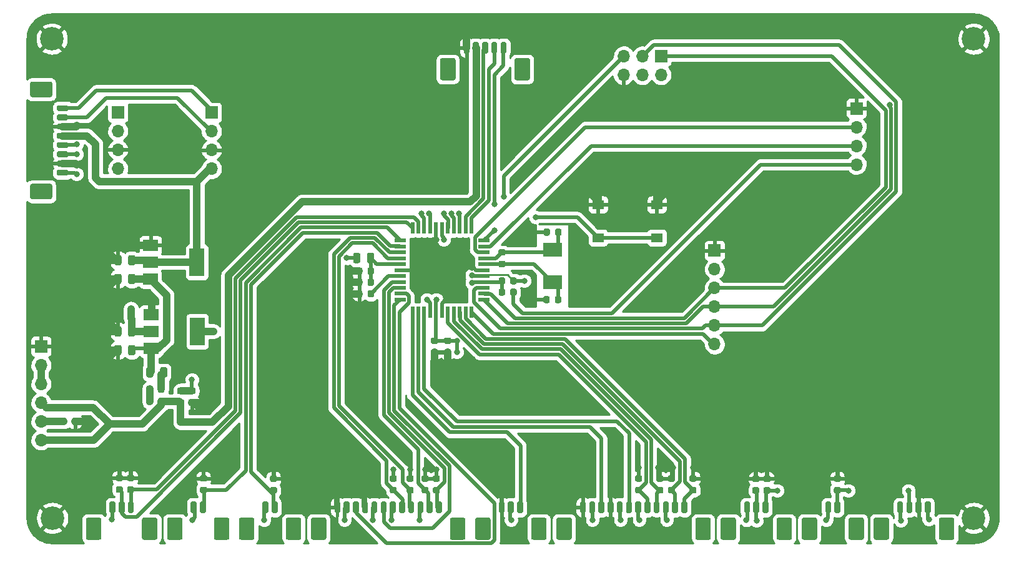
<source format=gbr>
%TF.GenerationSoftware,KiCad,Pcbnew,(5.99.0-2358-g6d8fb94d8)*%
%TF.CreationDate,2020-07-27T20:41:12+08:00*%
%TF.ProjectId,TheSPT_v2,54686553-5054-45f7-9632-2e6b69636164,V3.0*%
%TF.SameCoordinates,Original*%
%TF.FileFunction,Copper,L1,Top*%
%TF.FilePolarity,Positive*%
%FSLAX46Y46*%
G04 Gerber Fmt 4.6, Leading zero omitted, Abs format (unit mm)*
G04 Created by KiCad (PCBNEW (5.99.0-2358-g6d8fb94d8)) date 2020-07-27 20:41:12*
%MOMM*%
%LPD*%
G01*
G04 APERTURE LIST*
%TA.AperFunction,ComponentPad*%
%ADD10R,1.700000X1.700000*%
%TD*%
%TA.AperFunction,ComponentPad*%
%ADD11O,1.700000X1.700000*%
%TD*%
%TA.AperFunction,ComponentPad*%
%ADD12C,3.200000*%
%TD*%
%TA.AperFunction,SMDPad,CuDef*%
%ADD13R,2.500000X1.900000*%
%TD*%
%TA.AperFunction,SMDPad,CuDef*%
%ADD14R,1.500000X0.550000*%
%TD*%
%TA.AperFunction,SMDPad,CuDef*%
%ADD15R,0.550000X1.500000*%
%TD*%
%TA.AperFunction,SMDPad,CuDef*%
%ADD16R,2.000000X1.500000*%
%TD*%
%TA.AperFunction,SMDPad,CuDef*%
%ADD17R,2.000000X3.800000*%
%TD*%
%TA.AperFunction,SMDPad,CuDef*%
%ADD18R,1.550000X1.300000*%
%TD*%
%TA.AperFunction,ViaPad*%
%ADD19C,0.800000*%
%TD*%
%TA.AperFunction,ViaPad*%
%ADD20C,1.000000*%
%TD*%
%TA.AperFunction,Conductor*%
%ADD21C,1.000000*%
%TD*%
%TA.AperFunction,Conductor*%
%ADD22C,0.500000*%
%TD*%
%TA.AperFunction,Conductor*%
%ADD23C,0.250000*%
%TD*%
%TA.AperFunction,Conductor*%
%ADD24C,0.254000*%
%TD*%
G04 APERTURE END LIST*
D10*
%TO.P,U4,5,LS1*%
%TO.N,/XCL*%
X75654000Y-64014000D03*
D11*
%TO.P,U4,7,GND*%
%TO.N,GND*%
X75654000Y-69094000D03*
%TO.P,U4,6,LS2*%
%TO.N,/XDA*%
X75654000Y-66554000D03*
%TO.P,U4,8,3V3*%
%TO.N,+3V3*%
X75654000Y-71634000D03*
D10*
%TO.P,U4,1,HS1*%
%TO.N,SCL*%
X62954000Y-63970000D03*
D11*
%TO.P,U4,2,HS2*%
%TO.N,SDA*%
X62954000Y-66510000D03*
%TO.P,U4,3,GND*%
%TO.N,GND*%
X62954000Y-69050000D03*
%TO.P,U4,4,5V*%
%TO.N,+5V*%
X62954000Y-71590000D03*
%TD*%
%TO.P,J13,6,Pin_6*%
%TO.N,GND*%
X131534000Y-58890000D03*
%TO.P,J13,5,Pin_5*%
%TO.N,RESET*%
X131534000Y-56350000D03*
%TO.P,J13,4,Pin_4*%
%TO.N,MOSI*%
X134074000Y-58890000D03*
%TO.P,J13,3,Pin_3*%
%TO.N,SCK*%
X134074000Y-56350000D03*
%TO.P,J13,2,Pin_2*%
%TO.N,+5V*%
X136614000Y-58890000D03*
D10*
%TO.P,J13,1,Pin_1*%
%TO.N,MISO*%
X136614000Y-56350000D03*
%TD*%
D12*
%TO.P,H4,1,1*%
%TO.N,GND*%
X179000000Y-119000000D03*
%TD*%
%TO.P,H3,1,1*%
%TO.N,GND*%
X54064000Y-119000000D03*
%TD*%
%TO.P,H2,1,1*%
%TO.N,GND*%
X179000000Y-54000000D03*
%TD*%
%TO.P,H1,1,1*%
%TO.N,GND*%
X54000000Y-54000000D03*
%TD*%
%TO.P,J5,1,Pin_1*%
%TO.N,+5V*%
%TA.AperFunction,SMDPad,CuDef*%
G36*
G01*
X147866000Y-118135000D02*
X147866000Y-116935000D01*
G75*
G02*
X148066000Y-116735000I200000J0D01*
G01*
X148466000Y-116735000D01*
G75*
G02*
X148666000Y-116935000I0J-200000D01*
G01*
X148666000Y-118135000D01*
G75*
G02*
X148466000Y-118335000I-200000J0D01*
G01*
X148066000Y-118335000D01*
G75*
G02*
X147866000Y-118135000I0J200000D01*
G01*
G37*
%TD.AperFunction*%
%TO.P,J5,2,Pin_2*%
%TO.N,AUX3b*%
%TA.AperFunction,SMDPad,CuDef*%
G36*
G01*
X149116000Y-118135000D02*
X149116000Y-116935000D01*
G75*
G02*
X149316000Y-116735000I200000J0D01*
G01*
X149716000Y-116735000D01*
G75*
G02*
X149916000Y-116935000I0J-200000D01*
G01*
X149916000Y-118135000D01*
G75*
G02*
X149716000Y-118335000I-200000J0D01*
G01*
X149316000Y-118335000D01*
G75*
G02*
X149116000Y-118135000I0J200000D01*
G01*
G37*
%TD.AperFunction*%
%TO.P,J5,3,Pin_3*%
%TO.N,AUX3a*%
%TA.AperFunction,SMDPad,CuDef*%
G36*
G01*
X150366000Y-118135000D02*
X150366000Y-116935000D01*
G75*
G02*
X150566000Y-116735000I200000J0D01*
G01*
X150966000Y-116735000D01*
G75*
G02*
X151166000Y-116935000I0J-200000D01*
G01*
X151166000Y-118135000D01*
G75*
G02*
X150966000Y-118335000I-200000J0D01*
G01*
X150566000Y-118335000D01*
G75*
G02*
X150366000Y-118135000I0J200000D01*
G01*
G37*
%TD.AperFunction*%
%TO.P,J5,MP*%
%TO.N,N/C*%
%TA.AperFunction,SMDPad,CuDef*%
G36*
G01*
X144666000Y-121684999D02*
X144666000Y-119185001D01*
G75*
G02*
X144916001Y-118935000I250001J0D01*
G01*
X146515999Y-118935000D01*
G75*
G02*
X146766000Y-119185001I0J-250001D01*
G01*
X146766000Y-121684999D01*
G75*
G02*
X146515999Y-121935000I-250001J0D01*
G01*
X144916001Y-121935000D01*
G75*
G02*
X144666000Y-121684999I0J250001D01*
G01*
G37*
%TD.AperFunction*%
%TA.AperFunction,SMDPad,CuDef*%
G36*
G01*
X152266000Y-121684999D02*
X152266000Y-119185001D01*
G75*
G02*
X152516001Y-118935000I250001J0D01*
G01*
X154115999Y-118935000D01*
G75*
G02*
X154366000Y-119185001I0J-250001D01*
G01*
X154366000Y-121684999D01*
G75*
G02*
X154115999Y-121935000I-250001J0D01*
G01*
X152516001Y-121935000D01*
G75*
G02*
X152266000Y-121684999I0J250001D01*
G01*
G37*
%TD.AperFunction*%
%TD*%
D13*
%TO.P,Y1,2,2*%
%TO.N,XTAL2*%
X121886000Y-87034000D03*
%TO.P,Y1,1,1*%
%TO.N,XTAL1*%
X121886000Y-82634000D03*
%TD*%
D14*
%TO.P,U3,1,PB5*%
%TO.N,MOSI*%
X112596000Y-89370000D03*
%TO.P,U3,2,PB6*%
%TO.N,MISO*%
X112596000Y-88570000D03*
%TO.P,U3,3,PB7*%
%TO.N,SCK*%
X112596000Y-87770000D03*
%TO.P,U3,4,~RESET*%
%TO.N,RESET*%
X112596000Y-86970000D03*
%TO.P,U3,5,VCC*%
%TO.N,+5V*%
X112596000Y-86170000D03*
%TO.P,U3,6,GND*%
%TO.N,GND*%
X112596000Y-85370000D03*
%TO.P,U3,7,XTAL2*%
%TO.N,XTAL2*%
X112596000Y-84570000D03*
%TO.P,U3,8,XTAL1*%
%TO.N,XTAL1*%
X112596000Y-83770000D03*
%TO.P,U3,9,PD0*%
%TO.N,RX0*%
X112596000Y-82970000D03*
%TO.P,U3,10,PD1*%
%TO.N,TX0*%
X112596000Y-82170000D03*
%TO.P,U3,11,PD2*%
%TO.N,RX1*%
X112596000Y-81370000D03*
D15*
%TO.P,U3,12,PD3*%
%TO.N,TX1*%
X110896000Y-79670000D03*
%TO.P,U3,13,PD4*%
%TO.N,PPM*%
X110096000Y-79670000D03*
%TO.P,U3,14,PD5*%
%TO.N,AUX3a*%
X109296000Y-79670000D03*
%TO.P,U3,15,PD6*%
%TO.N,AUX3b*%
X108496000Y-79670000D03*
%TO.P,U3,16,PD7*%
%TO.N,AUX4*%
X107696000Y-79670000D03*
%TO.P,U3,17,VCC*%
%TO.N,+5V*%
X106896000Y-79670000D03*
%TO.P,U3,18,GND*%
%TO.N,GND*%
X106096000Y-79670000D03*
%TO.P,U3,19,PC0*%
%TO.N,SCL*%
X105296000Y-79670000D03*
%TO.P,U3,20,PC1*%
%TO.N,SDA*%
X104496000Y-79670000D03*
%TO.P,U3,21,PC2*%
%TO.N,AUX1a*%
X103696000Y-79670000D03*
%TO.P,U3,22,PC3*%
%TO.N,AUX1b*%
X102896000Y-79670000D03*
D14*
%TO.P,U3,23,PC4*%
%TO.N,AUX2*%
X101196000Y-81370000D03*
%TO.P,U3,24,PC5*%
%TO.N,SEL*%
X101196000Y-82170000D03*
%TO.P,U3,25,PC6*%
%TO.N,TRX0a*%
X101196000Y-82970000D03*
%TO.P,U3,26,PC7*%
%TO.N,TRX0b*%
X101196000Y-83770000D03*
%TO.P,U3,27,AVCC*%
%TO.N,+5VA*%
X101196000Y-84570000D03*
%TO.P,U3,28,GND*%
%TO.N,GND*%
X101196000Y-85370000D03*
%TO.P,U3,29,AREF*%
%TO.N,Net-(C11-Pad1)*%
X101196000Y-86170000D03*
%TO.P,U3,30,PA7*%
%TO.N,TRY0a*%
X101196000Y-86970000D03*
%TO.P,U3,31,PA6*%
%TO.N,TRY0b*%
X101196000Y-87770000D03*
%TO.P,U3,32,PA5*%
%TO.N,JSX0*%
X101196000Y-88570000D03*
%TO.P,U3,33,PA4*%
%TO.N,JSY0*%
X101196000Y-89370000D03*
D15*
%TO.P,U3,34,PA3*%
%TO.N,KB1*%
X102896000Y-91070000D03*
%TO.P,U3,35,PA2*%
%TO.N,JSX1*%
X103696000Y-91070000D03*
%TO.P,U3,36,PA1*%
%TO.N,JSY1*%
X104496000Y-91070000D03*
%TO.P,U3,37,PA0*%
%TO.N,BAT*%
X105296000Y-91070000D03*
%TO.P,U3,38,VCC*%
%TO.N,+5V*%
X106096000Y-91070000D03*
%TO.P,U3,39,GND*%
%TO.N,GND*%
X106896000Y-91070000D03*
%TO.P,U3,40,PB0*%
%TO.N,TRX1a*%
X107696000Y-91070000D03*
%TO.P,U3,41,PB1*%
%TO.N,TRX1b*%
X108496000Y-91070000D03*
%TO.P,U3,42,PB2*%
%TO.N,TRY1a*%
X109296000Y-91070000D03*
%TO.P,U3,43,PB3*%
%TO.N,TRY1b*%
X110096000Y-91070000D03*
%TO.P,U3,44,PB4*%
%TO.N,SS*%
X110896000Y-91070000D03*
%TD*%
D16*
%TO.P,U2,1,GND*%
%TO.N,GND*%
X67375500Y-82004000D03*
%TO.P,U2,3,VI*%
%TO.N,Net-(C6-Pad1)*%
X67375500Y-86604000D03*
%TO.P,U2,2,VO*%
%TO.N,+3V3*%
X67375500Y-84304000D03*
D17*
X73675500Y-84304000D03*
%TD*%
D16*
%TO.P,U1,1,GND*%
%TO.N,GND*%
X67424000Y-91388000D03*
%TO.P,U1,3,VI*%
%TO.N,Net-(C6-Pad1)*%
X67424000Y-95988000D03*
%TO.P,U1,2,VO*%
%TO.N,+5V*%
X67424000Y-93688000D03*
D17*
X73724000Y-93688000D03*
%TD*%
D18*
%TO.P,SW1,2,2*%
%TO.N,GND*%
X128062000Y-76488000D03*
%TO.P,SW1,1,1*%
%TO.N,RESET*%
X128062000Y-80988000D03*
X136022000Y-80988000D03*
%TO.P,SW1,2,2*%
%TO.N,GND*%
X136022000Y-76488000D03*
%TD*%
%TO.P,R20,2*%
%TO.N,GND*%
%TA.AperFunction,SMDPad,CuDef*%
G36*
G01*
X133822250Y-114066750D02*
X133309750Y-114066750D01*
G75*
G02*
X133091000Y-113848000I0J218750D01*
G01*
X133091000Y-113410500D01*
G75*
G02*
X133309750Y-113191750I218750J0D01*
G01*
X133822250Y-113191750D01*
G75*
G02*
X134041000Y-113410500I0J-218750D01*
G01*
X134041000Y-113848000D01*
G75*
G02*
X133822250Y-114066750I-218750J0D01*
G01*
G37*
%TD.AperFunction*%
%TO.P,R20,1*%
%TO.N,TRX1a*%
%TA.AperFunction,SMDPad,CuDef*%
G36*
G01*
X133822250Y-115641750D02*
X133309750Y-115641750D01*
G75*
G02*
X133091000Y-115423000I0J218750D01*
G01*
X133091000Y-114985500D01*
G75*
G02*
X133309750Y-114766750I218750J0D01*
G01*
X133822250Y-114766750D01*
G75*
G02*
X134041000Y-114985500I0J-218750D01*
G01*
X134041000Y-115423000D01*
G75*
G02*
X133822250Y-115641750I-218750J0D01*
G01*
G37*
%TD.AperFunction*%
%TD*%
%TO.P,R19,2*%
%TO.N,GND*%
%TA.AperFunction,SMDPad,CuDef*%
G36*
G01*
X136693651Y-114069916D02*
X136181151Y-114069916D01*
G75*
G02*
X135962401Y-113851166I0J218750D01*
G01*
X135962401Y-113413666D01*
G75*
G02*
X136181151Y-113194916I218750J0D01*
G01*
X136693651Y-113194916D01*
G75*
G02*
X136912401Y-113413666I0J-218750D01*
G01*
X136912401Y-113851166D01*
G75*
G02*
X136693651Y-114069916I-218750J0D01*
G01*
G37*
%TD.AperFunction*%
%TO.P,R19,1*%
%TO.N,TRX1b*%
%TA.AperFunction,SMDPad,CuDef*%
G36*
G01*
X136693651Y-115644916D02*
X136181151Y-115644916D01*
G75*
G02*
X135962401Y-115426166I0J218750D01*
G01*
X135962401Y-114988666D01*
G75*
G02*
X136181151Y-114769916I218750J0D01*
G01*
X136693651Y-114769916D01*
G75*
G02*
X136912401Y-114988666I0J-218750D01*
G01*
X136912401Y-115426166D01*
G75*
G02*
X136693651Y-115644916I-218750J0D01*
G01*
G37*
%TD.AperFunction*%
%TD*%
%TO.P,R18,2*%
%TO.N,GND*%
%TA.AperFunction,SMDPad,CuDef*%
G36*
G01*
X138262264Y-114066750D02*
X137749764Y-114066750D01*
G75*
G02*
X137531014Y-113848000I0J218750D01*
G01*
X137531014Y-113410500D01*
G75*
G02*
X137749764Y-113191750I218750J0D01*
G01*
X138262264Y-113191750D01*
G75*
G02*
X138481014Y-113410500I0J-218750D01*
G01*
X138481014Y-113848000D01*
G75*
G02*
X138262264Y-114066750I-218750J0D01*
G01*
G37*
%TD.AperFunction*%
%TO.P,R18,1*%
%TO.N,TRY1a*%
%TA.AperFunction,SMDPad,CuDef*%
G36*
G01*
X138262264Y-115641750D02*
X137749764Y-115641750D01*
G75*
G02*
X137531014Y-115423000I0J218750D01*
G01*
X137531014Y-114985500D01*
G75*
G02*
X137749764Y-114766750I218750J0D01*
G01*
X138262264Y-114766750D01*
G75*
G02*
X138481014Y-114985500I0J-218750D01*
G01*
X138481014Y-115423000D01*
G75*
G02*
X138262264Y-115641750I-218750J0D01*
G01*
G37*
%TD.AperFunction*%
%TD*%
%TO.P,R17,2*%
%TO.N,GND*%
%TA.AperFunction,SMDPad,CuDef*%
G36*
G01*
X141188250Y-114066750D02*
X140675750Y-114066750D01*
G75*
G02*
X140457000Y-113848000I0J218750D01*
G01*
X140457000Y-113410500D01*
G75*
G02*
X140675750Y-113191750I218750J0D01*
G01*
X141188250Y-113191750D01*
G75*
G02*
X141407000Y-113410500I0J-218750D01*
G01*
X141407000Y-113848000D01*
G75*
G02*
X141188250Y-114066750I-218750J0D01*
G01*
G37*
%TD.AperFunction*%
%TO.P,R17,1*%
%TO.N,TRY1b*%
%TA.AperFunction,SMDPad,CuDef*%
G36*
G01*
X141188250Y-115641750D02*
X140675750Y-115641750D01*
G75*
G02*
X140457000Y-115423000I0J218750D01*
G01*
X140457000Y-114985500D01*
G75*
G02*
X140675750Y-114766750I218750J0D01*
G01*
X141188250Y-114766750D01*
G75*
G02*
X141407000Y-114985500I0J-218750D01*
G01*
X141407000Y-115423000D01*
G75*
G02*
X141188250Y-115641750I-218750J0D01*
G01*
G37*
%TD.AperFunction*%
%TD*%
%TO.P,R16,2*%
%TO.N,GND*%
%TA.AperFunction,SMDPad,CuDef*%
G36*
G01*
X100548250Y-114077000D02*
X100035750Y-114077000D01*
G75*
G02*
X99817000Y-113858250I0J218750D01*
G01*
X99817000Y-113420750D01*
G75*
G02*
X100035750Y-113202000I218750J0D01*
G01*
X100548250Y-113202000D01*
G75*
G02*
X100767000Y-113420750I0J-218750D01*
G01*
X100767000Y-113858250D01*
G75*
G02*
X100548250Y-114077000I-218750J0D01*
G01*
G37*
%TD.AperFunction*%
%TO.P,R16,1*%
%TO.N,TRX0a*%
%TA.AperFunction,SMDPad,CuDef*%
G36*
G01*
X100548250Y-115652000D02*
X100035750Y-115652000D01*
G75*
G02*
X99817000Y-115433250I0J218750D01*
G01*
X99817000Y-114995750D01*
G75*
G02*
X100035750Y-114777000I218750J0D01*
G01*
X100548250Y-114777000D01*
G75*
G02*
X100767000Y-114995750I0J-218750D01*
G01*
X100767000Y-115433250D01*
G75*
G02*
X100548250Y-115652000I-218750J0D01*
G01*
G37*
%TD.AperFunction*%
%TD*%
%TO.P,R15,2*%
%TO.N,GND*%
%TA.AperFunction,SMDPad,CuDef*%
G36*
G01*
X102834250Y-114077000D02*
X102321750Y-114077000D01*
G75*
G02*
X102103000Y-113858250I0J218750D01*
G01*
X102103000Y-113420750D01*
G75*
G02*
X102321750Y-113202000I218750J0D01*
G01*
X102834250Y-113202000D01*
G75*
G02*
X103053000Y-113420750I0J-218750D01*
G01*
X103053000Y-113858250D01*
G75*
G02*
X102834250Y-114077000I-218750J0D01*
G01*
G37*
%TD.AperFunction*%
%TO.P,R15,1*%
%TO.N,TRX0b*%
%TA.AperFunction,SMDPad,CuDef*%
G36*
G01*
X102834250Y-115652000D02*
X102321750Y-115652000D01*
G75*
G02*
X102103000Y-115433250I0J218750D01*
G01*
X102103000Y-114995750D01*
G75*
G02*
X102321750Y-114777000I218750J0D01*
G01*
X102834250Y-114777000D01*
G75*
G02*
X103053000Y-114995750I0J-218750D01*
G01*
X103053000Y-115433250D01*
G75*
G02*
X102834250Y-115652000I-218750J0D01*
G01*
G37*
%TD.AperFunction*%
%TD*%
%TO.P,R14,2*%
%TO.N,GND*%
%TA.AperFunction,SMDPad,CuDef*%
G36*
G01*
X104866250Y-114077000D02*
X104353750Y-114077000D01*
G75*
G02*
X104135000Y-113858250I0J218750D01*
G01*
X104135000Y-113420750D01*
G75*
G02*
X104353750Y-113202000I218750J0D01*
G01*
X104866250Y-113202000D01*
G75*
G02*
X105085000Y-113420750I0J-218750D01*
G01*
X105085000Y-113858250D01*
G75*
G02*
X104866250Y-114077000I-218750J0D01*
G01*
G37*
%TD.AperFunction*%
%TO.P,R14,1*%
%TO.N,TRY0a*%
%TA.AperFunction,SMDPad,CuDef*%
G36*
G01*
X104866250Y-115652000D02*
X104353750Y-115652000D01*
G75*
G02*
X104135000Y-115433250I0J218750D01*
G01*
X104135000Y-114995750D01*
G75*
G02*
X104353750Y-114777000I218750J0D01*
G01*
X104866250Y-114777000D01*
G75*
G02*
X105085000Y-114995750I0J-218750D01*
G01*
X105085000Y-115433250D01*
G75*
G02*
X104866250Y-115652000I-218750J0D01*
G01*
G37*
%TD.AperFunction*%
%TD*%
%TO.P,R13,2*%
%TO.N,GND*%
%TA.AperFunction,SMDPad,CuDef*%
G36*
G01*
X106390250Y-114077000D02*
X105877750Y-114077000D01*
G75*
G02*
X105659000Y-113858250I0J218750D01*
G01*
X105659000Y-113420750D01*
G75*
G02*
X105877750Y-113202000I218750J0D01*
G01*
X106390250Y-113202000D01*
G75*
G02*
X106609000Y-113420750I0J-218750D01*
G01*
X106609000Y-113858250D01*
G75*
G02*
X106390250Y-114077000I-218750J0D01*
G01*
G37*
%TD.AperFunction*%
%TO.P,R13,1*%
%TO.N,TRY0b*%
%TA.AperFunction,SMDPad,CuDef*%
G36*
G01*
X106390250Y-115652000D02*
X105877750Y-115652000D01*
G75*
G02*
X105659000Y-115433250I0J218750D01*
G01*
X105659000Y-114995750D01*
G75*
G02*
X105877750Y-114777000I218750J0D01*
G01*
X106390250Y-114777000D01*
G75*
G02*
X106609000Y-114995750I0J-218750D01*
G01*
X106609000Y-115433250D01*
G75*
G02*
X106390250Y-115652000I-218750J0D01*
G01*
G37*
%TD.AperFunction*%
%TD*%
%TO.P,R12,2*%
%TO.N,GND*%
%TA.AperFunction,SMDPad,CuDef*%
G36*
G01*
X160769250Y-114077000D02*
X160256750Y-114077000D01*
G75*
G02*
X160038000Y-113858250I0J218750D01*
G01*
X160038000Y-113420750D01*
G75*
G02*
X160256750Y-113202000I218750J0D01*
G01*
X160769250Y-113202000D01*
G75*
G02*
X160988000Y-113420750I0J-218750D01*
G01*
X160988000Y-113858250D01*
G75*
G02*
X160769250Y-114077000I-218750J0D01*
G01*
G37*
%TD.AperFunction*%
%TO.P,R12,1*%
%TO.N,AUX4*%
%TA.AperFunction,SMDPad,CuDef*%
G36*
G01*
X160769250Y-115652000D02*
X160256750Y-115652000D01*
G75*
G02*
X160038000Y-115433250I0J218750D01*
G01*
X160038000Y-114995750D01*
G75*
G02*
X160256750Y-114777000I218750J0D01*
G01*
X160769250Y-114777000D01*
G75*
G02*
X160988000Y-114995750I0J-218750D01*
G01*
X160988000Y-115433250D01*
G75*
G02*
X160769250Y-115652000I-218750J0D01*
G01*
G37*
%TD.AperFunction*%
%TD*%
%TO.P,R11,2*%
%TO.N,GND*%
%TA.AperFunction,SMDPad,CuDef*%
G36*
G01*
X149701250Y-114106750D02*
X149188750Y-114106750D01*
G75*
G02*
X148970000Y-113888000I0J218750D01*
G01*
X148970000Y-113450500D01*
G75*
G02*
X149188750Y-113231750I218750J0D01*
G01*
X149701250Y-113231750D01*
G75*
G02*
X149920000Y-113450500I0J-218750D01*
G01*
X149920000Y-113888000D01*
G75*
G02*
X149701250Y-114106750I-218750J0D01*
G01*
G37*
%TD.AperFunction*%
%TO.P,R11,1*%
%TO.N,AUX3b*%
%TA.AperFunction,SMDPad,CuDef*%
G36*
G01*
X149701250Y-115681750D02*
X149188750Y-115681750D01*
G75*
G02*
X148970000Y-115463000I0J218750D01*
G01*
X148970000Y-115025500D01*
G75*
G02*
X149188750Y-114806750I218750J0D01*
G01*
X149701250Y-114806750D01*
G75*
G02*
X149920000Y-115025500I0J-218750D01*
G01*
X149920000Y-115463000D01*
G75*
G02*
X149701250Y-115681750I-218750J0D01*
G01*
G37*
%TD.AperFunction*%
%TD*%
%TO.P,R10,2*%
%TO.N,GND*%
%TA.AperFunction,SMDPad,CuDef*%
G36*
G01*
X151225250Y-114106750D02*
X150712750Y-114106750D01*
G75*
G02*
X150494000Y-113888000I0J218750D01*
G01*
X150494000Y-113450500D01*
G75*
G02*
X150712750Y-113231750I218750J0D01*
G01*
X151225250Y-113231750D01*
G75*
G02*
X151444000Y-113450500I0J-218750D01*
G01*
X151444000Y-113888000D01*
G75*
G02*
X151225250Y-114106750I-218750J0D01*
G01*
G37*
%TD.AperFunction*%
%TO.P,R10,1*%
%TO.N,AUX3a*%
%TA.AperFunction,SMDPad,CuDef*%
G36*
G01*
X151225250Y-115681750D02*
X150712750Y-115681750D01*
G75*
G02*
X150494000Y-115463000I0J218750D01*
G01*
X150494000Y-115025500D01*
G75*
G02*
X150712750Y-114806750I218750J0D01*
G01*
X151225250Y-114806750D01*
G75*
G02*
X151444000Y-115025500I0J-218750D01*
G01*
X151444000Y-115463000D01*
G75*
G02*
X151225250Y-115681750I-218750J0D01*
G01*
G37*
%TD.AperFunction*%
%TD*%
%TO.P,R9,2*%
%TO.N,GND*%
%TA.AperFunction,SMDPad,CuDef*%
G36*
G01*
X72731522Y-102869296D02*
X73244022Y-102869296D01*
G75*
G02*
X73462772Y-103088046I0J-218750D01*
G01*
X73462772Y-103525546D01*
G75*
G02*
X73244022Y-103744296I-218750J0D01*
G01*
X72731522Y-103744296D01*
G75*
G02*
X72512772Y-103525546I0J218750D01*
G01*
X72512772Y-103088046D01*
G75*
G02*
X72731522Y-102869296I218750J0D01*
G01*
G37*
%TD.AperFunction*%
%TO.P,R9,1*%
%TO.N,BAT*%
%TA.AperFunction,SMDPad,CuDef*%
G36*
G01*
X72731522Y-101294296D02*
X73244022Y-101294296D01*
G75*
G02*
X73462772Y-101513046I0J-218750D01*
G01*
X73462772Y-101950546D01*
G75*
G02*
X73244022Y-102169296I-218750J0D01*
G01*
X72731522Y-102169296D01*
G75*
G02*
X72512772Y-101950546I0J218750D01*
G01*
X72512772Y-101513046D01*
G75*
G02*
X72731522Y-101294296I218750J0D01*
G01*
G37*
%TD.AperFunction*%
%TD*%
%TO.P,R8,2*%
%TO.N,BAT*%
%TA.AperFunction,SMDPad,CuDef*%
G36*
G01*
X71720022Y-102194796D02*
X71207522Y-102194796D01*
G75*
G02*
X70988772Y-101976046I0J218750D01*
G01*
X70988772Y-101538546D01*
G75*
G02*
X71207522Y-101319796I218750J0D01*
G01*
X71720022Y-101319796D01*
G75*
G02*
X71938772Y-101538546I0J-218750D01*
G01*
X71938772Y-101976046D01*
G75*
G02*
X71720022Y-102194796I-218750J0D01*
G01*
G37*
%TD.AperFunction*%
%TO.P,R8,1*%
%TO.N,VCC*%
%TA.AperFunction,SMDPad,CuDef*%
G36*
G01*
X71720022Y-103769796D02*
X71207522Y-103769796D01*
G75*
G02*
X70988772Y-103551046I0J218750D01*
G01*
X70988772Y-103113546D01*
G75*
G02*
X71207522Y-102894796I218750J0D01*
G01*
X71720022Y-102894796D01*
G75*
G02*
X71938772Y-103113546I0J-218750D01*
G01*
X71938772Y-103551046D01*
G75*
G02*
X71720022Y-103769796I-218750J0D01*
G01*
G37*
%TD.AperFunction*%
%TD*%
%TO.P,R7,2*%
%TO.N,GND*%
%TA.AperFunction,SMDPad,CuDef*%
G36*
G01*
X63404250Y-113992000D02*
X62891750Y-113992000D01*
G75*
G02*
X62673000Y-113773250I0J218750D01*
G01*
X62673000Y-113335750D01*
G75*
G02*
X62891750Y-113117000I218750J0D01*
G01*
X63404250Y-113117000D01*
G75*
G02*
X63623000Y-113335750I0J-218750D01*
G01*
X63623000Y-113773250D01*
G75*
G02*
X63404250Y-113992000I-218750J0D01*
G01*
G37*
%TD.AperFunction*%
%TO.P,R7,1*%
%TO.N,AUX1b*%
%TA.AperFunction,SMDPad,CuDef*%
G36*
G01*
X63404250Y-115567000D02*
X62891750Y-115567000D01*
G75*
G02*
X62673000Y-115348250I0J218750D01*
G01*
X62673000Y-114910750D01*
G75*
G02*
X62891750Y-114692000I218750J0D01*
G01*
X63404250Y-114692000D01*
G75*
G02*
X63623000Y-114910750I0J-218750D01*
G01*
X63623000Y-115348250D01*
G75*
G02*
X63404250Y-115567000I-218750J0D01*
G01*
G37*
%TD.AperFunction*%
%TD*%
%TO.P,R6,2*%
%TO.N,GND*%
%TA.AperFunction,SMDPad,CuDef*%
G36*
G01*
X64928250Y-113992000D02*
X64415750Y-113992000D01*
G75*
G02*
X64197000Y-113773250I0J218750D01*
G01*
X64197000Y-113335750D01*
G75*
G02*
X64415750Y-113117000I218750J0D01*
G01*
X64928250Y-113117000D01*
G75*
G02*
X65147000Y-113335750I0J-218750D01*
G01*
X65147000Y-113773250D01*
G75*
G02*
X64928250Y-113992000I-218750J0D01*
G01*
G37*
%TD.AperFunction*%
%TO.P,R6,1*%
%TO.N,AUX1a*%
%TA.AperFunction,SMDPad,CuDef*%
G36*
G01*
X64928250Y-115567000D02*
X64415750Y-115567000D01*
G75*
G02*
X64197000Y-115348250I0J218750D01*
G01*
X64197000Y-114910750D01*
G75*
G02*
X64415750Y-114692000I218750J0D01*
G01*
X64928250Y-114692000D01*
G75*
G02*
X65147000Y-114910750I0J-218750D01*
G01*
X65147000Y-115348250D01*
G75*
G02*
X64928250Y-115567000I-218750J0D01*
G01*
G37*
%TD.AperFunction*%
%TD*%
%TO.P,R5,2*%
%TO.N,RESET*%
%TA.AperFunction,SMDPad,CuDef*%
G36*
G01*
X115461500Y-86573750D02*
X115461500Y-87086250D01*
G75*
G02*
X115242750Y-87305000I-218750J0D01*
G01*
X114805250Y-87305000D01*
G75*
G02*
X114586500Y-87086250I0J218750D01*
G01*
X114586500Y-86573750D01*
G75*
G02*
X114805250Y-86355000I218750J0D01*
G01*
X115242750Y-86355000D01*
G75*
G02*
X115461500Y-86573750I0J-218750D01*
G01*
G37*
%TD.AperFunction*%
%TO.P,R5,1*%
%TO.N,+5V*%
%TA.AperFunction,SMDPad,CuDef*%
G36*
G01*
X117036500Y-86573750D02*
X117036500Y-87086250D01*
G75*
G02*
X116817750Y-87305000I-218750J0D01*
G01*
X116380250Y-87305000D01*
G75*
G02*
X116161500Y-87086250I0J218750D01*
G01*
X116161500Y-86573750D01*
G75*
G02*
X116380250Y-86355000I218750J0D01*
G01*
X116817750Y-86355000D01*
G75*
G02*
X117036500Y-86573750I0J-218750D01*
G01*
G37*
%TD.AperFunction*%
%TD*%
%TO.P,R4,2*%
%TO.N,GND*%
%TA.AperFunction,SMDPad,CuDef*%
G36*
G01*
X84311250Y-114077000D02*
X83798750Y-114077000D01*
G75*
G02*
X83580000Y-113858250I0J218750D01*
G01*
X83580000Y-113420750D01*
G75*
G02*
X83798750Y-113202000I218750J0D01*
G01*
X84311250Y-113202000D01*
G75*
G02*
X84530000Y-113420750I0J-218750D01*
G01*
X84530000Y-113858250D01*
G75*
G02*
X84311250Y-114077000I-218750J0D01*
G01*
G37*
%TD.AperFunction*%
%TO.P,R4,1*%
%TO.N,SEL*%
%TA.AperFunction,SMDPad,CuDef*%
G36*
G01*
X84311250Y-115652000D02*
X83798750Y-115652000D01*
G75*
G02*
X83580000Y-115433250I0J218750D01*
G01*
X83580000Y-114995750D01*
G75*
G02*
X83798750Y-114777000I218750J0D01*
G01*
X84311250Y-114777000D01*
G75*
G02*
X84530000Y-114995750I0J-218750D01*
G01*
X84530000Y-115433250D01*
G75*
G02*
X84311250Y-115652000I-218750J0D01*
G01*
G37*
%TD.AperFunction*%
%TD*%
%TO.P,R3,2*%
%TO.N,XTAL2*%
%TA.AperFunction,SMDPad,CuDef*%
G36*
G01*
X114767750Y-84106500D02*
X115280250Y-84106500D01*
G75*
G02*
X115499000Y-84325250I0J-218750D01*
G01*
X115499000Y-84762750D01*
G75*
G02*
X115280250Y-84981500I-218750J0D01*
G01*
X114767750Y-84981500D01*
G75*
G02*
X114549000Y-84762750I0J218750D01*
G01*
X114549000Y-84325250D01*
G75*
G02*
X114767750Y-84106500I218750J0D01*
G01*
G37*
%TD.AperFunction*%
%TO.P,R3,1*%
%TO.N,XTAL1*%
%TA.AperFunction,SMDPad,CuDef*%
G36*
G01*
X114767750Y-82531500D02*
X115280250Y-82531500D01*
G75*
G02*
X115499000Y-82750250I0J-218750D01*
G01*
X115499000Y-83187750D01*
G75*
G02*
X115280250Y-83406500I-218750J0D01*
G01*
X114767750Y-83406500D01*
G75*
G02*
X114549000Y-83187750I0J218750D01*
G01*
X114549000Y-82750250D01*
G75*
G02*
X114767750Y-82531500I218750J0D01*
G01*
G37*
%TD.AperFunction*%
%TD*%
%TO.P,R2,2*%
%TO.N,GND*%
%TA.AperFunction,SMDPad,CuDef*%
G36*
G01*
X56700000Y-106136250D02*
X56700000Y-105623750D01*
G75*
G02*
X56918750Y-105405000I218750J0D01*
G01*
X57356250Y-105405000D01*
G75*
G02*
X57575000Y-105623750I0J-218750D01*
G01*
X57575000Y-106136250D01*
G75*
G02*
X57356250Y-106355000I-218750J0D01*
G01*
X56918750Y-106355000D01*
G75*
G02*
X56700000Y-106136250I0J218750D01*
G01*
G37*
%TD.AperFunction*%
%TO.P,R2,1*%
%TO.N,Net-(J2-Pad5)*%
%TA.AperFunction,SMDPad,CuDef*%
G36*
G01*
X55125000Y-106136250D02*
X55125000Y-105623750D01*
G75*
G02*
X55343750Y-105405000I218750J0D01*
G01*
X55781250Y-105405000D01*
G75*
G02*
X56000000Y-105623750I0J-218750D01*
G01*
X56000000Y-106136250D01*
G75*
G02*
X55781250Y-106355000I-218750J0D01*
G01*
X55343750Y-106355000D01*
G75*
G02*
X55125000Y-106136250I0J218750D01*
G01*
G37*
%TD.AperFunction*%
%TD*%
%TO.P,R1,2*%
%TO.N,GND*%
%TA.AperFunction,SMDPad,CuDef*%
G36*
G01*
X74823250Y-114051500D02*
X74310750Y-114051500D01*
G75*
G02*
X74092000Y-113832750I0J218750D01*
G01*
X74092000Y-113395250D01*
G75*
G02*
X74310750Y-113176500I218750J0D01*
G01*
X74823250Y-113176500D01*
G75*
G02*
X75042000Y-113395250I0J-218750D01*
G01*
X75042000Y-113832750D01*
G75*
G02*
X74823250Y-114051500I-218750J0D01*
G01*
G37*
%TD.AperFunction*%
%TO.P,R1,1*%
%TO.N,AUX2*%
%TA.AperFunction,SMDPad,CuDef*%
G36*
G01*
X74823250Y-115626500D02*
X74310750Y-115626500D01*
G75*
G02*
X74092000Y-115407750I0J218750D01*
G01*
X74092000Y-114970250D01*
G75*
G02*
X74310750Y-114751500I218750J0D01*
G01*
X74823250Y-114751500D01*
G75*
G02*
X75042000Y-114970250I0J-218750D01*
G01*
X75042000Y-115407750D01*
G75*
G02*
X74823250Y-115626500I-218750J0D01*
G01*
G37*
%TD.AperFunction*%
%TD*%
%TO.P,J15,1,Pin_1*%
%TO.N,/XCL*%
%TA.AperFunction,SMDPad,CuDef*%
G36*
G01*
X54848000Y-63005000D02*
X56048000Y-63005000D01*
G75*
G02*
X56248000Y-63205000I0J-200000D01*
G01*
X56248000Y-63605000D01*
G75*
G02*
X56048000Y-63805000I-200000J0D01*
G01*
X54848000Y-63805000D01*
G75*
G02*
X54648000Y-63605000I0J200000D01*
G01*
X54648000Y-63205000D01*
G75*
G02*
X54848000Y-63005000I200000J0D01*
G01*
G37*
%TD.AperFunction*%
%TO.P,J15,2,Pin_2*%
%TO.N,/XDA*%
%TA.AperFunction,SMDPad,CuDef*%
G36*
G01*
X54848000Y-64255000D02*
X56048000Y-64255000D01*
G75*
G02*
X56248000Y-64455000I0J-200000D01*
G01*
X56248000Y-64855000D01*
G75*
G02*
X56048000Y-65055000I-200000J0D01*
G01*
X54848000Y-65055000D01*
G75*
G02*
X54648000Y-64855000I0J200000D01*
G01*
X54648000Y-64455000D01*
G75*
G02*
X54848000Y-64255000I200000J0D01*
G01*
G37*
%TD.AperFunction*%
%TO.P,J15,3,Pin_3*%
%TO.N,GND*%
%TA.AperFunction,SMDPad,CuDef*%
G36*
G01*
X54848000Y-65505000D02*
X56048000Y-65505000D01*
G75*
G02*
X56248000Y-65705000I0J-200000D01*
G01*
X56248000Y-66105000D01*
G75*
G02*
X56048000Y-66305000I-200000J0D01*
G01*
X54848000Y-66305000D01*
G75*
G02*
X54648000Y-66105000I0J200000D01*
G01*
X54648000Y-65705000D01*
G75*
G02*
X54848000Y-65505000I200000J0D01*
G01*
G37*
%TD.AperFunction*%
%TO.P,J15,4,Pin_4*%
%TO.N,+3V3*%
%TA.AperFunction,SMDPad,CuDef*%
G36*
G01*
X54848000Y-66755000D02*
X56048000Y-66755000D01*
G75*
G02*
X56248000Y-66955000I0J-200000D01*
G01*
X56248000Y-67355000D01*
G75*
G02*
X56048000Y-67555000I-200000J0D01*
G01*
X54848000Y-67555000D01*
G75*
G02*
X54648000Y-67355000I0J200000D01*
G01*
X54648000Y-66955000D01*
G75*
G02*
X54848000Y-66755000I200000J0D01*
G01*
G37*
%TD.AperFunction*%
%TO.P,J15,5,Pin_5*%
%TO.N,SCL*%
%TA.AperFunction,SMDPad,CuDef*%
G36*
G01*
X54848000Y-68005000D02*
X56048000Y-68005000D01*
G75*
G02*
X56248000Y-68205000I0J-200000D01*
G01*
X56248000Y-68605000D01*
G75*
G02*
X56048000Y-68805000I-200000J0D01*
G01*
X54848000Y-68805000D01*
G75*
G02*
X54648000Y-68605000I0J200000D01*
G01*
X54648000Y-68205000D01*
G75*
G02*
X54848000Y-68005000I200000J0D01*
G01*
G37*
%TD.AperFunction*%
%TO.P,J15,6,Pin_6*%
%TO.N,SDA*%
%TA.AperFunction,SMDPad,CuDef*%
G36*
G01*
X54848000Y-69255000D02*
X56048000Y-69255000D01*
G75*
G02*
X56248000Y-69455000I0J-200000D01*
G01*
X56248000Y-69855000D01*
G75*
G02*
X56048000Y-70055000I-200000J0D01*
G01*
X54848000Y-70055000D01*
G75*
G02*
X54648000Y-69855000I0J200000D01*
G01*
X54648000Y-69455000D01*
G75*
G02*
X54848000Y-69255000I200000J0D01*
G01*
G37*
%TD.AperFunction*%
%TO.P,J15,7,Pin_7*%
%TO.N,GND*%
%TA.AperFunction,SMDPad,CuDef*%
G36*
G01*
X54848000Y-70505000D02*
X56048000Y-70505000D01*
G75*
G02*
X56248000Y-70705000I0J-200000D01*
G01*
X56248000Y-71105000D01*
G75*
G02*
X56048000Y-71305000I-200000J0D01*
G01*
X54848000Y-71305000D01*
G75*
G02*
X54648000Y-71105000I0J200000D01*
G01*
X54648000Y-70705000D01*
G75*
G02*
X54848000Y-70505000I200000J0D01*
G01*
G37*
%TD.AperFunction*%
%TO.P,J15,8,Pin_8*%
%TO.N,+5V*%
%TA.AperFunction,SMDPad,CuDef*%
G36*
G01*
X54848000Y-71755000D02*
X56048000Y-71755000D01*
G75*
G02*
X56248000Y-71955000I0J-200000D01*
G01*
X56248000Y-72355000D01*
G75*
G02*
X56048000Y-72555000I-200000J0D01*
G01*
X54848000Y-72555000D01*
G75*
G02*
X54648000Y-72355000I0J200000D01*
G01*
X54648000Y-71955000D01*
G75*
G02*
X54848000Y-71755000I200000J0D01*
G01*
G37*
%TD.AperFunction*%
%TO.P,J15,MP*%
%TO.N,N/C*%
%TA.AperFunction,SMDPad,CuDef*%
G36*
G01*
X51298001Y-59805000D02*
X53797999Y-59805000D01*
G75*
G02*
X54048000Y-60055001I0J-250001D01*
G01*
X54048000Y-61654999D01*
G75*
G02*
X53797999Y-61905000I-250001J0D01*
G01*
X51298001Y-61905000D01*
G75*
G02*
X51048000Y-61654999I0J250001D01*
G01*
X51048000Y-60055001D01*
G75*
G02*
X51298001Y-59805000I250001J0D01*
G01*
G37*
%TD.AperFunction*%
%TA.AperFunction,SMDPad,CuDef*%
G36*
G01*
X51298001Y-73655000D02*
X53797999Y-73655000D01*
G75*
G02*
X54048000Y-73905001I0J-250001D01*
G01*
X54048000Y-75504999D01*
G75*
G02*
X53797999Y-75755000I-250001J0D01*
G01*
X51298001Y-75755000D01*
G75*
G02*
X51048000Y-75504999I0J250001D01*
G01*
X51048000Y-73905001D01*
G75*
G02*
X51298001Y-73655000I250001J0D01*
G01*
G37*
%TD.AperFunction*%
%TD*%
%TO.P,J14,1,Pin_1*%
%TO.N,GND*%
%TA.AperFunction,SMDPad,CuDef*%
G36*
G01*
X125602000Y-118135000D02*
X125602000Y-116935000D01*
G75*
G02*
X125802000Y-116735000I200000J0D01*
G01*
X126202000Y-116735000D01*
G75*
G02*
X126402000Y-116935000I0J-200000D01*
G01*
X126402000Y-118135000D01*
G75*
G02*
X126202000Y-118335000I-200000J0D01*
G01*
X125802000Y-118335000D01*
G75*
G02*
X125602000Y-118135000I0J200000D01*
G01*
G37*
%TD.AperFunction*%
%TO.P,J14,2,Pin_2*%
%TO.N,+5V*%
%TA.AperFunction,SMDPad,CuDef*%
G36*
G01*
X126852000Y-118135000D02*
X126852000Y-116935000D01*
G75*
G02*
X127052000Y-116735000I200000J0D01*
G01*
X127452000Y-116735000D01*
G75*
G02*
X127652000Y-116935000I0J-200000D01*
G01*
X127652000Y-118135000D01*
G75*
G02*
X127452000Y-118335000I-200000J0D01*
G01*
X127052000Y-118335000D01*
G75*
G02*
X126852000Y-118135000I0J200000D01*
G01*
G37*
%TD.AperFunction*%
%TO.P,J14,3,Pin_3*%
%TO.N,JSX1*%
%TA.AperFunction,SMDPad,CuDef*%
G36*
G01*
X128102000Y-118135000D02*
X128102000Y-116935000D01*
G75*
G02*
X128302000Y-116735000I200000J0D01*
G01*
X128702000Y-116735000D01*
G75*
G02*
X128902000Y-116935000I0J-200000D01*
G01*
X128902000Y-118135000D01*
G75*
G02*
X128702000Y-118335000I-200000J0D01*
G01*
X128302000Y-118335000D01*
G75*
G02*
X128102000Y-118135000I0J200000D01*
G01*
G37*
%TD.AperFunction*%
%TO.P,J14,4,Pin_4*%
%TO.N,GND*%
%TA.AperFunction,SMDPad,CuDef*%
G36*
G01*
X129352000Y-118135000D02*
X129352000Y-116935000D01*
G75*
G02*
X129552000Y-116735000I200000J0D01*
G01*
X129952000Y-116735000D01*
G75*
G02*
X130152000Y-116935000I0J-200000D01*
G01*
X130152000Y-118135000D01*
G75*
G02*
X129952000Y-118335000I-200000J0D01*
G01*
X129552000Y-118335000D01*
G75*
G02*
X129352000Y-118135000I0J200000D01*
G01*
G37*
%TD.AperFunction*%
%TO.P,J14,5,Pin_5*%
%TO.N,+5V*%
%TA.AperFunction,SMDPad,CuDef*%
G36*
G01*
X130602000Y-118135000D02*
X130602000Y-116935000D01*
G75*
G02*
X130802000Y-116735000I200000J0D01*
G01*
X131202000Y-116735000D01*
G75*
G02*
X131402000Y-116935000I0J-200000D01*
G01*
X131402000Y-118135000D01*
G75*
G02*
X131202000Y-118335000I-200000J0D01*
G01*
X130802000Y-118335000D01*
G75*
G02*
X130602000Y-118135000I0J200000D01*
G01*
G37*
%TD.AperFunction*%
%TO.P,J14,6,Pin_6*%
%TO.N,JSY1*%
%TA.AperFunction,SMDPad,CuDef*%
G36*
G01*
X131852000Y-118135000D02*
X131852000Y-116935000D01*
G75*
G02*
X132052000Y-116735000I200000J0D01*
G01*
X132452000Y-116735000D01*
G75*
G02*
X132652000Y-116935000I0J-200000D01*
G01*
X132652000Y-118135000D01*
G75*
G02*
X132452000Y-118335000I-200000J0D01*
G01*
X132052000Y-118335000D01*
G75*
G02*
X131852000Y-118135000I0J200000D01*
G01*
G37*
%TD.AperFunction*%
%TO.P,J14,7,Pin_7*%
%TO.N,+5V*%
%TA.AperFunction,SMDPad,CuDef*%
G36*
G01*
X133102000Y-118135000D02*
X133102000Y-116935000D01*
G75*
G02*
X133302000Y-116735000I200000J0D01*
G01*
X133702000Y-116735000D01*
G75*
G02*
X133902000Y-116935000I0J-200000D01*
G01*
X133902000Y-118135000D01*
G75*
G02*
X133702000Y-118335000I-200000J0D01*
G01*
X133302000Y-118335000D01*
G75*
G02*
X133102000Y-118135000I0J200000D01*
G01*
G37*
%TD.AperFunction*%
%TO.P,J14,8,Pin_8*%
%TO.N,TRX1a*%
%TA.AperFunction,SMDPad,CuDef*%
G36*
G01*
X134352000Y-118135000D02*
X134352000Y-116935000D01*
G75*
G02*
X134552000Y-116735000I200000J0D01*
G01*
X134952000Y-116735000D01*
G75*
G02*
X135152000Y-116935000I0J-200000D01*
G01*
X135152000Y-118135000D01*
G75*
G02*
X134952000Y-118335000I-200000J0D01*
G01*
X134552000Y-118335000D01*
G75*
G02*
X134352000Y-118135000I0J200000D01*
G01*
G37*
%TD.AperFunction*%
%TO.P,J14,9,Pin_9*%
%TO.N,TRX1b*%
%TA.AperFunction,SMDPad,CuDef*%
G36*
G01*
X135602000Y-118135000D02*
X135602000Y-116935000D01*
G75*
G02*
X135802000Y-116735000I200000J0D01*
G01*
X136202000Y-116735000D01*
G75*
G02*
X136402000Y-116935000I0J-200000D01*
G01*
X136402000Y-118135000D01*
G75*
G02*
X136202000Y-118335000I-200000J0D01*
G01*
X135802000Y-118335000D01*
G75*
G02*
X135602000Y-118135000I0J200000D01*
G01*
G37*
%TD.AperFunction*%
%TO.P,J14,10,Pin_10*%
%TO.N,+5V*%
%TA.AperFunction,SMDPad,CuDef*%
G36*
G01*
X136852000Y-118135000D02*
X136852000Y-116935000D01*
G75*
G02*
X137052000Y-116735000I200000J0D01*
G01*
X137452000Y-116735000D01*
G75*
G02*
X137652000Y-116935000I0J-200000D01*
G01*
X137652000Y-118135000D01*
G75*
G02*
X137452000Y-118335000I-200000J0D01*
G01*
X137052000Y-118335000D01*
G75*
G02*
X136852000Y-118135000I0J200000D01*
G01*
G37*
%TD.AperFunction*%
%TO.P,J14,11,Pin_11*%
%TO.N,TRY1a*%
%TA.AperFunction,SMDPad,CuDef*%
G36*
G01*
X138102000Y-118135000D02*
X138102000Y-116935000D01*
G75*
G02*
X138302000Y-116735000I200000J0D01*
G01*
X138702000Y-116735000D01*
G75*
G02*
X138902000Y-116935000I0J-200000D01*
G01*
X138902000Y-118135000D01*
G75*
G02*
X138702000Y-118335000I-200000J0D01*
G01*
X138302000Y-118335000D01*
G75*
G02*
X138102000Y-118135000I0J200000D01*
G01*
G37*
%TD.AperFunction*%
%TO.P,J14,12,Pin_12*%
%TO.N,TRY1b*%
%TA.AperFunction,SMDPad,CuDef*%
G36*
G01*
X139352000Y-118135000D02*
X139352000Y-116935000D01*
G75*
G02*
X139552000Y-116735000I200000J0D01*
G01*
X139952000Y-116735000D01*
G75*
G02*
X140152000Y-116935000I0J-200000D01*
G01*
X140152000Y-118135000D01*
G75*
G02*
X139952000Y-118335000I-200000J0D01*
G01*
X139552000Y-118335000D01*
G75*
G02*
X139352000Y-118135000I0J200000D01*
G01*
G37*
%TD.AperFunction*%
%TO.P,J14,MP*%
%TO.N,N/C*%
%TA.AperFunction,SMDPad,CuDef*%
G36*
G01*
X122402000Y-121684999D02*
X122402000Y-119185001D01*
G75*
G02*
X122652001Y-118935000I250001J0D01*
G01*
X124251999Y-118935000D01*
G75*
G02*
X124502000Y-119185001I0J-250001D01*
G01*
X124502000Y-121684999D01*
G75*
G02*
X124251999Y-121935000I-250001J0D01*
G01*
X122652001Y-121935000D01*
G75*
G02*
X122402000Y-121684999I0J250001D01*
G01*
G37*
%TD.AperFunction*%
%TA.AperFunction,SMDPad,CuDef*%
G36*
G01*
X141252000Y-121684999D02*
X141252000Y-119185001D01*
G75*
G02*
X141502001Y-118935000I250001J0D01*
G01*
X143101999Y-118935000D01*
G75*
G02*
X143352000Y-119185001I0J-250001D01*
G01*
X143352000Y-121684999D01*
G75*
G02*
X143101999Y-121935000I-250001J0D01*
G01*
X141502001Y-121935000D01*
G75*
G02*
X141252000Y-121684999I0J250001D01*
G01*
G37*
%TD.AperFunction*%
%TD*%
D11*
%TO.P,J12,4,Pin_4*%
%TO.N,/DTR*%
X163090000Y-71050000D03*
%TO.P,J12,3,Pin_3*%
%TO.N,TX0*%
X163090000Y-68510000D03*
%TO.P,J12,2,Pin_2*%
%TO.N,RX0*%
X163090000Y-65970000D03*
D10*
%TO.P,J12,1,Pin_1*%
%TO.N,GND*%
X163090000Y-63430000D03*
%TD*%
%TO.P,J11,1,Pin_1*%
%TO.N,SCL*%
%TA.AperFunction,SMDPad,CuDef*%
G36*
G01*
X168629000Y-118135000D02*
X168629000Y-116935000D01*
G75*
G02*
X168829000Y-116735000I200000J0D01*
G01*
X169229000Y-116735000D01*
G75*
G02*
X169429000Y-116935000I0J-200000D01*
G01*
X169429000Y-118135000D01*
G75*
G02*
X169229000Y-118335000I-200000J0D01*
G01*
X168829000Y-118335000D01*
G75*
G02*
X168629000Y-118135000I0J200000D01*
G01*
G37*
%TD.AperFunction*%
%TO.P,J11,2,Pin_2*%
%TO.N,SDA*%
%TA.AperFunction,SMDPad,CuDef*%
G36*
G01*
X169879000Y-118135000D02*
X169879000Y-116935000D01*
G75*
G02*
X170079000Y-116735000I200000J0D01*
G01*
X170479000Y-116735000D01*
G75*
G02*
X170679000Y-116935000I0J-200000D01*
G01*
X170679000Y-118135000D01*
G75*
G02*
X170479000Y-118335000I-200000J0D01*
G01*
X170079000Y-118335000D01*
G75*
G02*
X169879000Y-118135000I0J200000D01*
G01*
G37*
%TD.AperFunction*%
%TO.P,J11,3,Pin_3*%
%TO.N,GND*%
%TA.AperFunction,SMDPad,CuDef*%
G36*
G01*
X171129000Y-118135000D02*
X171129000Y-116935000D01*
G75*
G02*
X171329000Y-116735000I200000J0D01*
G01*
X171729000Y-116735000D01*
G75*
G02*
X171929000Y-116935000I0J-200000D01*
G01*
X171929000Y-118135000D01*
G75*
G02*
X171729000Y-118335000I-200000J0D01*
G01*
X171329000Y-118335000D01*
G75*
G02*
X171129000Y-118135000I0J200000D01*
G01*
G37*
%TD.AperFunction*%
%TO.P,J11,4,Pin_4*%
%TO.N,+5V*%
%TA.AperFunction,SMDPad,CuDef*%
G36*
G01*
X172379000Y-118135000D02*
X172379000Y-116935000D01*
G75*
G02*
X172579000Y-116735000I200000J0D01*
G01*
X172979000Y-116735000D01*
G75*
G02*
X173179000Y-116935000I0J-200000D01*
G01*
X173179000Y-118135000D01*
G75*
G02*
X172979000Y-118335000I-200000J0D01*
G01*
X172579000Y-118335000D01*
G75*
G02*
X172379000Y-118135000I0J200000D01*
G01*
G37*
%TD.AperFunction*%
%TO.P,J11,MP*%
%TO.N,N/C*%
%TA.AperFunction,SMDPad,CuDef*%
G36*
G01*
X165429000Y-121684999D02*
X165429000Y-119185001D01*
G75*
G02*
X165679001Y-118935000I250001J0D01*
G01*
X167278999Y-118935000D01*
G75*
G02*
X167529000Y-119185001I0J-250001D01*
G01*
X167529000Y-121684999D01*
G75*
G02*
X167278999Y-121935000I-250001J0D01*
G01*
X165679001Y-121935000D01*
G75*
G02*
X165429000Y-121684999I0J250001D01*
G01*
G37*
%TD.AperFunction*%
%TA.AperFunction,SMDPad,CuDef*%
G36*
G01*
X174279000Y-121684999D02*
X174279000Y-119185001D01*
G75*
G02*
X174529001Y-118935000I250001J0D01*
G01*
X176128999Y-118935000D01*
G75*
G02*
X176379000Y-119185001I0J-250001D01*
G01*
X176379000Y-121684999D01*
G75*
G02*
X176128999Y-121935000I-250001J0D01*
G01*
X174529001Y-121935000D01*
G75*
G02*
X174279000Y-121684999I0J250001D01*
G01*
G37*
%TD.AperFunction*%
%TD*%
%TO.P,J10,1,Pin_1*%
%TO.N,GND*%
%TA.AperFunction,SMDPad,CuDef*%
G36*
G01*
X92324000Y-118135000D02*
X92324000Y-116935000D01*
G75*
G02*
X92524000Y-116735000I200000J0D01*
G01*
X92924000Y-116735000D01*
G75*
G02*
X93124000Y-116935000I0J-200000D01*
G01*
X93124000Y-118135000D01*
G75*
G02*
X92924000Y-118335000I-200000J0D01*
G01*
X92524000Y-118335000D01*
G75*
G02*
X92324000Y-118135000I0J200000D01*
G01*
G37*
%TD.AperFunction*%
%TO.P,J10,2,Pin_2*%
%TO.N,+5V*%
%TA.AperFunction,SMDPad,CuDef*%
G36*
G01*
X93574000Y-118135000D02*
X93574000Y-116935000D01*
G75*
G02*
X93774000Y-116735000I200000J0D01*
G01*
X94174000Y-116735000D01*
G75*
G02*
X94374000Y-116935000I0J-200000D01*
G01*
X94374000Y-118135000D01*
G75*
G02*
X94174000Y-118335000I-200000J0D01*
G01*
X93774000Y-118335000D01*
G75*
G02*
X93574000Y-118135000I0J200000D01*
G01*
G37*
%TD.AperFunction*%
%TO.P,J10,3,Pin_3*%
%TO.N,JSX0*%
%TA.AperFunction,SMDPad,CuDef*%
G36*
G01*
X94824000Y-118135000D02*
X94824000Y-116935000D01*
G75*
G02*
X95024000Y-116735000I200000J0D01*
G01*
X95424000Y-116735000D01*
G75*
G02*
X95624000Y-116935000I0J-200000D01*
G01*
X95624000Y-118135000D01*
G75*
G02*
X95424000Y-118335000I-200000J0D01*
G01*
X95024000Y-118335000D01*
G75*
G02*
X94824000Y-118135000I0J200000D01*
G01*
G37*
%TD.AperFunction*%
%TO.P,J10,4,Pin_4*%
%TO.N,GND*%
%TA.AperFunction,SMDPad,CuDef*%
G36*
G01*
X96074000Y-118135000D02*
X96074000Y-116935000D01*
G75*
G02*
X96274000Y-116735000I200000J0D01*
G01*
X96674000Y-116735000D01*
G75*
G02*
X96874000Y-116935000I0J-200000D01*
G01*
X96874000Y-118135000D01*
G75*
G02*
X96674000Y-118335000I-200000J0D01*
G01*
X96274000Y-118335000D01*
G75*
G02*
X96074000Y-118135000I0J200000D01*
G01*
G37*
%TD.AperFunction*%
%TO.P,J10,5,Pin_5*%
%TO.N,+5V*%
%TA.AperFunction,SMDPad,CuDef*%
G36*
G01*
X97324000Y-118135000D02*
X97324000Y-116935000D01*
G75*
G02*
X97524000Y-116735000I200000J0D01*
G01*
X97924000Y-116735000D01*
G75*
G02*
X98124000Y-116935000I0J-200000D01*
G01*
X98124000Y-118135000D01*
G75*
G02*
X97924000Y-118335000I-200000J0D01*
G01*
X97524000Y-118335000D01*
G75*
G02*
X97324000Y-118135000I0J200000D01*
G01*
G37*
%TD.AperFunction*%
%TO.P,J10,6,Pin_6*%
%TO.N,JSY0*%
%TA.AperFunction,SMDPad,CuDef*%
G36*
G01*
X98574000Y-118135000D02*
X98574000Y-116935000D01*
G75*
G02*
X98774000Y-116735000I200000J0D01*
G01*
X99174000Y-116735000D01*
G75*
G02*
X99374000Y-116935000I0J-200000D01*
G01*
X99374000Y-118135000D01*
G75*
G02*
X99174000Y-118335000I-200000J0D01*
G01*
X98774000Y-118335000D01*
G75*
G02*
X98574000Y-118135000I0J200000D01*
G01*
G37*
%TD.AperFunction*%
%TO.P,J10,7,Pin_7*%
%TO.N,+5V*%
%TA.AperFunction,SMDPad,CuDef*%
G36*
G01*
X99824000Y-118135000D02*
X99824000Y-116935000D01*
G75*
G02*
X100024000Y-116735000I200000J0D01*
G01*
X100424000Y-116735000D01*
G75*
G02*
X100624000Y-116935000I0J-200000D01*
G01*
X100624000Y-118135000D01*
G75*
G02*
X100424000Y-118335000I-200000J0D01*
G01*
X100024000Y-118335000D01*
G75*
G02*
X99824000Y-118135000I0J200000D01*
G01*
G37*
%TD.AperFunction*%
%TO.P,J10,8,Pin_8*%
%TO.N,TRX0a*%
%TA.AperFunction,SMDPad,CuDef*%
G36*
G01*
X101074000Y-118135000D02*
X101074000Y-116935000D01*
G75*
G02*
X101274000Y-116735000I200000J0D01*
G01*
X101674000Y-116735000D01*
G75*
G02*
X101874000Y-116935000I0J-200000D01*
G01*
X101874000Y-118135000D01*
G75*
G02*
X101674000Y-118335000I-200000J0D01*
G01*
X101274000Y-118335000D01*
G75*
G02*
X101074000Y-118135000I0J200000D01*
G01*
G37*
%TD.AperFunction*%
%TO.P,J10,9,Pin_9*%
%TO.N,TRX0b*%
%TA.AperFunction,SMDPad,CuDef*%
G36*
G01*
X102324000Y-118135000D02*
X102324000Y-116935000D01*
G75*
G02*
X102524000Y-116735000I200000J0D01*
G01*
X102924000Y-116735000D01*
G75*
G02*
X103124000Y-116935000I0J-200000D01*
G01*
X103124000Y-118135000D01*
G75*
G02*
X102924000Y-118335000I-200000J0D01*
G01*
X102524000Y-118335000D01*
G75*
G02*
X102324000Y-118135000I0J200000D01*
G01*
G37*
%TD.AperFunction*%
%TO.P,J10,10,Pin_10*%
%TO.N,+5V*%
%TA.AperFunction,SMDPad,CuDef*%
G36*
G01*
X103574000Y-118135000D02*
X103574000Y-116935000D01*
G75*
G02*
X103774000Y-116735000I200000J0D01*
G01*
X104174000Y-116735000D01*
G75*
G02*
X104374000Y-116935000I0J-200000D01*
G01*
X104374000Y-118135000D01*
G75*
G02*
X104174000Y-118335000I-200000J0D01*
G01*
X103774000Y-118335000D01*
G75*
G02*
X103574000Y-118135000I0J200000D01*
G01*
G37*
%TD.AperFunction*%
%TO.P,J10,11,Pin_11*%
%TO.N,TRY0a*%
%TA.AperFunction,SMDPad,CuDef*%
G36*
G01*
X104824000Y-118135000D02*
X104824000Y-116935000D01*
G75*
G02*
X105024000Y-116735000I200000J0D01*
G01*
X105424000Y-116735000D01*
G75*
G02*
X105624000Y-116935000I0J-200000D01*
G01*
X105624000Y-118135000D01*
G75*
G02*
X105424000Y-118335000I-200000J0D01*
G01*
X105024000Y-118335000D01*
G75*
G02*
X104824000Y-118135000I0J200000D01*
G01*
G37*
%TD.AperFunction*%
%TO.P,J10,12,Pin_12*%
%TO.N,TRY0b*%
%TA.AperFunction,SMDPad,CuDef*%
G36*
G01*
X106074000Y-118135000D02*
X106074000Y-116935000D01*
G75*
G02*
X106274000Y-116735000I200000J0D01*
G01*
X106674000Y-116735000D01*
G75*
G02*
X106874000Y-116935000I0J-200000D01*
G01*
X106874000Y-118135000D01*
G75*
G02*
X106674000Y-118335000I-200000J0D01*
G01*
X106274000Y-118335000D01*
G75*
G02*
X106074000Y-118135000I0J200000D01*
G01*
G37*
%TD.AperFunction*%
%TO.P,J10,MP*%
%TO.N,N/C*%
%TA.AperFunction,SMDPad,CuDef*%
G36*
G01*
X89124000Y-121684999D02*
X89124000Y-119185001D01*
G75*
G02*
X89374001Y-118935000I250001J0D01*
G01*
X90973999Y-118935000D01*
G75*
G02*
X91224000Y-119185001I0J-250001D01*
G01*
X91224000Y-121684999D01*
G75*
G02*
X90973999Y-121935000I-250001J0D01*
G01*
X89374001Y-121935000D01*
G75*
G02*
X89124000Y-121684999I0J250001D01*
G01*
G37*
%TD.AperFunction*%
%TA.AperFunction,SMDPad,CuDef*%
G36*
G01*
X107974000Y-121684999D02*
X107974000Y-119185001D01*
G75*
G02*
X108224001Y-118935000I250001J0D01*
G01*
X109823999Y-118935000D01*
G75*
G02*
X110074000Y-119185001I0J-250001D01*
G01*
X110074000Y-121684999D01*
G75*
G02*
X109823999Y-121935000I-250001J0D01*
G01*
X108224001Y-121935000D01*
G75*
G02*
X107974000Y-121684999I0J250001D01*
G01*
G37*
%TD.AperFunction*%
%TD*%
%TO.P,J9,1,Pin_1*%
%TO.N,GND*%
%TA.AperFunction,SMDPad,CuDef*%
G36*
G01*
X109838000Y-55820000D02*
X109838000Y-54620000D01*
G75*
G02*
X110038000Y-54420000I200000J0D01*
G01*
X110438000Y-54420000D01*
G75*
G02*
X110638000Y-54620000I0J-200000D01*
G01*
X110638000Y-55820000D01*
G75*
G02*
X110438000Y-56020000I-200000J0D01*
G01*
X110038000Y-56020000D01*
G75*
G02*
X109838000Y-55820000I0J200000D01*
G01*
G37*
%TD.AperFunction*%
%TO.P,J9,2,Pin_2*%
%TO.N,VCC*%
%TA.AperFunction,SMDPad,CuDef*%
G36*
G01*
X111088000Y-55820000D02*
X111088000Y-54620000D01*
G75*
G02*
X111288000Y-54420000I200000J0D01*
G01*
X111688000Y-54420000D01*
G75*
G02*
X111888000Y-54620000I0J-200000D01*
G01*
X111888000Y-55820000D01*
G75*
G02*
X111688000Y-56020000I-200000J0D01*
G01*
X111288000Y-56020000D01*
G75*
G02*
X111088000Y-55820000I0J200000D01*
G01*
G37*
%TD.AperFunction*%
%TO.P,J9,3,Pin_3*%
%TO.N,PPM*%
%TA.AperFunction,SMDPad,CuDef*%
G36*
G01*
X112338000Y-55820000D02*
X112338000Y-54620000D01*
G75*
G02*
X112538000Y-54420000I200000J0D01*
G01*
X112938000Y-54420000D01*
G75*
G02*
X113138000Y-54620000I0J-200000D01*
G01*
X113138000Y-55820000D01*
G75*
G02*
X112938000Y-56020000I-200000J0D01*
G01*
X112538000Y-56020000D01*
G75*
G02*
X112338000Y-55820000I0J200000D01*
G01*
G37*
%TD.AperFunction*%
%TO.P,J9,4,Pin_4*%
%TO.N,TX1*%
%TA.AperFunction,SMDPad,CuDef*%
G36*
G01*
X113588000Y-55820000D02*
X113588000Y-54620000D01*
G75*
G02*
X113788000Y-54420000I200000J0D01*
G01*
X114188000Y-54420000D01*
G75*
G02*
X114388000Y-54620000I0J-200000D01*
G01*
X114388000Y-55820000D01*
G75*
G02*
X114188000Y-56020000I-200000J0D01*
G01*
X113788000Y-56020000D01*
G75*
G02*
X113588000Y-55820000I0J200000D01*
G01*
G37*
%TD.AperFunction*%
%TO.P,J9,5,Pin_5*%
%TO.N,RX1*%
%TA.AperFunction,SMDPad,CuDef*%
G36*
G01*
X114838000Y-55820000D02*
X114838000Y-54620000D01*
G75*
G02*
X115038000Y-54420000I200000J0D01*
G01*
X115438000Y-54420000D01*
G75*
G02*
X115638000Y-54620000I0J-200000D01*
G01*
X115638000Y-55820000D01*
G75*
G02*
X115438000Y-56020000I-200000J0D01*
G01*
X115038000Y-56020000D01*
G75*
G02*
X114838000Y-55820000I0J200000D01*
G01*
G37*
%TD.AperFunction*%
%TO.P,J9,MP*%
%TO.N,N/C*%
%TA.AperFunction,SMDPad,CuDef*%
G36*
G01*
X106638000Y-59369999D02*
X106638000Y-56870001D01*
G75*
G02*
X106888001Y-56620000I250001J0D01*
G01*
X108487999Y-56620000D01*
G75*
G02*
X108738000Y-56870001I0J-250001D01*
G01*
X108738000Y-59369999D01*
G75*
G02*
X108487999Y-59620000I-250001J0D01*
G01*
X106888001Y-59620000D01*
G75*
G02*
X106638000Y-59369999I0J250001D01*
G01*
G37*
%TD.AperFunction*%
%TA.AperFunction,SMDPad,CuDef*%
G36*
G01*
X116738000Y-59369999D02*
X116738000Y-56870001D01*
G75*
G02*
X116988001Y-56620000I250001J0D01*
G01*
X118587999Y-56620000D01*
G75*
G02*
X118838000Y-56870001I0J-250001D01*
G01*
X118838000Y-59369999D01*
G75*
G02*
X118587999Y-59620000I-250001J0D01*
G01*
X116988001Y-59620000D01*
G75*
G02*
X116738000Y-59369999I0J250001D01*
G01*
G37*
%TD.AperFunction*%
%TD*%
D11*
%TO.P,J8,6,Pin_6*%
%TO.N,SS*%
X143860000Y-95420000D03*
%TO.P,J8,5,Pin_5*%
%TO.N,SCK*%
X143860000Y-92880000D03*
%TO.P,J8,4,Pin_4*%
%TO.N,MOSI*%
X143860000Y-90340000D03*
%TO.P,J8,3,Pin_3*%
%TO.N,MISO*%
X143860000Y-87800000D03*
%TO.P,J8,2,Pin_2*%
%TO.N,+5V*%
X143860000Y-85260000D03*
D10*
%TO.P,J8,1,Pin_1*%
%TO.N,GND*%
X143860000Y-82720000D03*
%TD*%
%TO.P,J7,1,Pin_1*%
%TO.N,+5V*%
%TA.AperFunction,SMDPad,CuDef*%
G36*
G01*
X158870000Y-118135000D02*
X158870000Y-116935000D01*
G75*
G02*
X159070000Y-116735000I200000J0D01*
G01*
X159470000Y-116735000D01*
G75*
G02*
X159670000Y-116935000I0J-200000D01*
G01*
X159670000Y-118135000D01*
G75*
G02*
X159470000Y-118335000I-200000J0D01*
G01*
X159070000Y-118335000D01*
G75*
G02*
X158870000Y-118135000I0J200000D01*
G01*
G37*
%TD.AperFunction*%
%TO.P,J7,2,Pin_2*%
%TO.N,AUX4*%
%TA.AperFunction,SMDPad,CuDef*%
G36*
G01*
X160120000Y-118135000D02*
X160120000Y-116935000D01*
G75*
G02*
X160320000Y-116735000I200000J0D01*
G01*
X160720000Y-116735000D01*
G75*
G02*
X160920000Y-116935000I0J-200000D01*
G01*
X160920000Y-118135000D01*
G75*
G02*
X160720000Y-118335000I-200000J0D01*
G01*
X160320000Y-118335000D01*
G75*
G02*
X160120000Y-118135000I0J200000D01*
G01*
G37*
%TD.AperFunction*%
%TO.P,J7,MP*%
%TO.N,N/C*%
%TA.AperFunction,SMDPad,CuDef*%
G36*
G01*
X155670000Y-121684999D02*
X155670000Y-119185001D01*
G75*
G02*
X155920001Y-118935000I250001J0D01*
G01*
X157519999Y-118935000D01*
G75*
G02*
X157770000Y-119185001I0J-250001D01*
G01*
X157770000Y-121684999D01*
G75*
G02*
X157519999Y-121935000I-250001J0D01*
G01*
X155920001Y-121935000D01*
G75*
G02*
X155670000Y-121684999I0J250001D01*
G01*
G37*
%TD.AperFunction*%
%TA.AperFunction,SMDPad,CuDef*%
G36*
G01*
X162020000Y-121684999D02*
X162020000Y-119185001D01*
G75*
G02*
X162270001Y-118935000I250001J0D01*
G01*
X163869999Y-118935000D01*
G75*
G02*
X164120000Y-119185001I0J-250001D01*
G01*
X164120000Y-121684999D01*
G75*
G02*
X163869999Y-121935000I-250001J0D01*
G01*
X162270001Y-121935000D01*
G75*
G02*
X162020000Y-121684999I0J250001D01*
G01*
G37*
%TD.AperFunction*%
%TD*%
%TO.P,J6,1,Pin_1*%
%TO.N,GND*%
%TA.AperFunction,SMDPad,CuDef*%
G36*
G01*
X114588000Y-118135000D02*
X114588000Y-116935000D01*
G75*
G02*
X114788000Y-116735000I200000J0D01*
G01*
X115188000Y-116735000D01*
G75*
G02*
X115388000Y-116935000I0J-200000D01*
G01*
X115388000Y-118135000D01*
G75*
G02*
X115188000Y-118335000I-200000J0D01*
G01*
X114788000Y-118335000D01*
G75*
G02*
X114588000Y-118135000I0J200000D01*
G01*
G37*
%TD.AperFunction*%
%TO.P,J6,2,Pin_2*%
%TO.N,+5V*%
%TA.AperFunction,SMDPad,CuDef*%
G36*
G01*
X115838000Y-118135000D02*
X115838000Y-116935000D01*
G75*
G02*
X116038000Y-116735000I200000J0D01*
G01*
X116438000Y-116735000D01*
G75*
G02*
X116638000Y-116935000I0J-200000D01*
G01*
X116638000Y-118135000D01*
G75*
G02*
X116438000Y-118335000I-200000J0D01*
G01*
X116038000Y-118335000D01*
G75*
G02*
X115838000Y-118135000I0J200000D01*
G01*
G37*
%TD.AperFunction*%
%TO.P,J6,3,Pin_3*%
%TO.N,KB1*%
%TA.AperFunction,SMDPad,CuDef*%
G36*
G01*
X117088000Y-118135000D02*
X117088000Y-116935000D01*
G75*
G02*
X117288000Y-116735000I200000J0D01*
G01*
X117688000Y-116735000D01*
G75*
G02*
X117888000Y-116935000I0J-200000D01*
G01*
X117888000Y-118135000D01*
G75*
G02*
X117688000Y-118335000I-200000J0D01*
G01*
X117288000Y-118335000D01*
G75*
G02*
X117088000Y-118135000I0J200000D01*
G01*
G37*
%TD.AperFunction*%
%TO.P,J6,MP*%
%TO.N,N/C*%
%TA.AperFunction,SMDPad,CuDef*%
G36*
G01*
X111388000Y-121684999D02*
X111388000Y-119185001D01*
G75*
G02*
X111638001Y-118935000I250001J0D01*
G01*
X113237999Y-118935000D01*
G75*
G02*
X113488000Y-119185001I0J-250001D01*
G01*
X113488000Y-121684999D01*
G75*
G02*
X113237999Y-121935000I-250001J0D01*
G01*
X111638001Y-121935000D01*
G75*
G02*
X111388000Y-121684999I0J250001D01*
G01*
G37*
%TD.AperFunction*%
%TA.AperFunction,SMDPad,CuDef*%
G36*
G01*
X118988000Y-121684999D02*
X118988000Y-119185001D01*
G75*
G02*
X119238001Y-118935000I250001J0D01*
G01*
X120837999Y-118935000D01*
G75*
G02*
X121088000Y-119185001I0J-250001D01*
G01*
X121088000Y-121684999D01*
G75*
G02*
X120837999Y-121935000I-250001J0D01*
G01*
X119238001Y-121935000D01*
G75*
G02*
X118988000Y-121684999I0J250001D01*
G01*
G37*
%TD.AperFunction*%
%TD*%
%TO.P,J4,1,Pin_1*%
%TO.N,+5V*%
%TA.AperFunction,SMDPad,CuDef*%
G36*
G01*
X61812000Y-118135000D02*
X61812000Y-116935000D01*
G75*
G02*
X62012000Y-116735000I200000J0D01*
G01*
X62412000Y-116735000D01*
G75*
G02*
X62612000Y-116935000I0J-200000D01*
G01*
X62612000Y-118135000D01*
G75*
G02*
X62412000Y-118335000I-200000J0D01*
G01*
X62012000Y-118335000D01*
G75*
G02*
X61812000Y-118135000I0J200000D01*
G01*
G37*
%TD.AperFunction*%
%TO.P,J4,2,Pin_2*%
%TO.N,AUX1b*%
%TA.AperFunction,SMDPad,CuDef*%
G36*
G01*
X63062000Y-118135000D02*
X63062000Y-116935000D01*
G75*
G02*
X63262000Y-116735000I200000J0D01*
G01*
X63662000Y-116735000D01*
G75*
G02*
X63862000Y-116935000I0J-200000D01*
G01*
X63862000Y-118135000D01*
G75*
G02*
X63662000Y-118335000I-200000J0D01*
G01*
X63262000Y-118335000D01*
G75*
G02*
X63062000Y-118135000I0J200000D01*
G01*
G37*
%TD.AperFunction*%
%TO.P,J4,3,Pin_3*%
%TO.N,AUX1a*%
%TA.AperFunction,SMDPad,CuDef*%
G36*
G01*
X64312000Y-118135000D02*
X64312000Y-116935000D01*
G75*
G02*
X64512000Y-116735000I200000J0D01*
G01*
X64912000Y-116735000D01*
G75*
G02*
X65112000Y-116935000I0J-200000D01*
G01*
X65112000Y-118135000D01*
G75*
G02*
X64912000Y-118335000I-200000J0D01*
G01*
X64512000Y-118335000D01*
G75*
G02*
X64312000Y-118135000I0J200000D01*
G01*
G37*
%TD.AperFunction*%
%TO.P,J4,MP*%
%TO.N,N/C*%
%TA.AperFunction,SMDPad,CuDef*%
G36*
G01*
X58612000Y-121684999D02*
X58612000Y-119185001D01*
G75*
G02*
X58862001Y-118935000I250001J0D01*
G01*
X60461999Y-118935000D01*
G75*
G02*
X60712000Y-119185001I0J-250001D01*
G01*
X60712000Y-121684999D01*
G75*
G02*
X60461999Y-121935000I-250001J0D01*
G01*
X58862001Y-121935000D01*
G75*
G02*
X58612000Y-121684999I0J250001D01*
G01*
G37*
%TD.AperFunction*%
%TA.AperFunction,SMDPad,CuDef*%
G36*
G01*
X66212000Y-121684999D02*
X66212000Y-119185001D01*
G75*
G02*
X66462001Y-118935000I250001J0D01*
G01*
X68061999Y-118935000D01*
G75*
G02*
X68312000Y-119185001I0J-250001D01*
G01*
X68312000Y-121684999D01*
G75*
G02*
X68061999Y-121935000I-250001J0D01*
G01*
X66462001Y-121935000D01*
G75*
G02*
X66212000Y-121684999I0J250001D01*
G01*
G37*
%TD.AperFunction*%
%TD*%
%TO.P,J3,1,Pin_1*%
%TO.N,+5V*%
%TA.AperFunction,SMDPad,CuDef*%
G36*
G01*
X82565000Y-118135000D02*
X82565000Y-116935000D01*
G75*
G02*
X82765000Y-116735000I200000J0D01*
G01*
X83165000Y-116735000D01*
G75*
G02*
X83365000Y-116935000I0J-200000D01*
G01*
X83365000Y-118135000D01*
G75*
G02*
X83165000Y-118335000I-200000J0D01*
G01*
X82765000Y-118335000D01*
G75*
G02*
X82565000Y-118135000I0J200000D01*
G01*
G37*
%TD.AperFunction*%
%TO.P,J3,2,Pin_2*%
%TO.N,SEL*%
%TA.AperFunction,SMDPad,CuDef*%
G36*
G01*
X83815000Y-118135000D02*
X83815000Y-116935000D01*
G75*
G02*
X84015000Y-116735000I200000J0D01*
G01*
X84415000Y-116735000D01*
G75*
G02*
X84615000Y-116935000I0J-200000D01*
G01*
X84615000Y-118135000D01*
G75*
G02*
X84415000Y-118335000I-200000J0D01*
G01*
X84015000Y-118335000D01*
G75*
G02*
X83815000Y-118135000I0J200000D01*
G01*
G37*
%TD.AperFunction*%
%TO.P,J3,MP*%
%TO.N,N/C*%
%TA.AperFunction,SMDPad,CuDef*%
G36*
G01*
X79365000Y-121684999D02*
X79365000Y-119185001D01*
G75*
G02*
X79615001Y-118935000I250001J0D01*
G01*
X81214999Y-118935000D01*
G75*
G02*
X81465000Y-119185001I0J-250001D01*
G01*
X81465000Y-121684999D01*
G75*
G02*
X81214999Y-121935000I-250001J0D01*
G01*
X79615001Y-121935000D01*
G75*
G02*
X79365000Y-121684999I0J250001D01*
G01*
G37*
%TD.AperFunction*%
%TA.AperFunction,SMDPad,CuDef*%
G36*
G01*
X85715000Y-121684999D02*
X85715000Y-119185001D01*
G75*
G02*
X85965001Y-118935000I250001J0D01*
G01*
X87564999Y-118935000D01*
G75*
G02*
X87815000Y-119185001I0J-250001D01*
G01*
X87815000Y-121684999D01*
G75*
G02*
X87564999Y-121935000I-250001J0D01*
G01*
X85965001Y-121935000D01*
G75*
G02*
X85715000Y-121684999I0J250001D01*
G01*
G37*
%TD.AperFunction*%
%TD*%
D11*
%TO.P,J2,6,Pin_6*%
%TO.N,VCC*%
X52540000Y-108420000D03*
%TO.P,J2,5,Pin_5*%
%TO.N,Net-(J2-Pad5)*%
X52540000Y-105880000D03*
%TO.P,J2,4,Pin_4*%
%TO.N,VCC*%
X52540000Y-103340000D03*
%TO.P,J2,3,Pin_3*%
%TO.N,Net-(J2-Pad2)*%
X52540000Y-100800000D03*
%TO.P,J2,2,Pin_2*%
X52540000Y-98260000D03*
D10*
%TO.P,J2,1,Pin_1*%
%TO.N,GND*%
X52540000Y-95720000D03*
%TD*%
%TO.P,J1,1,Pin_1*%
%TO.N,+5V*%
%TA.AperFunction,SMDPad,CuDef*%
G36*
G01*
X72816000Y-118135000D02*
X72816000Y-116935000D01*
G75*
G02*
X73016000Y-116735000I200000J0D01*
G01*
X73416000Y-116735000D01*
G75*
G02*
X73616000Y-116935000I0J-200000D01*
G01*
X73616000Y-118135000D01*
G75*
G02*
X73416000Y-118335000I-200000J0D01*
G01*
X73016000Y-118335000D01*
G75*
G02*
X72816000Y-118135000I0J200000D01*
G01*
G37*
%TD.AperFunction*%
%TO.P,J1,2,Pin_2*%
%TO.N,AUX2*%
%TA.AperFunction,SMDPad,CuDef*%
G36*
G01*
X74066000Y-118135000D02*
X74066000Y-116935000D01*
G75*
G02*
X74266000Y-116735000I200000J0D01*
G01*
X74666000Y-116735000D01*
G75*
G02*
X74866000Y-116935000I0J-200000D01*
G01*
X74866000Y-118135000D01*
G75*
G02*
X74666000Y-118335000I-200000J0D01*
G01*
X74266000Y-118335000D01*
G75*
G02*
X74066000Y-118135000I0J200000D01*
G01*
G37*
%TD.AperFunction*%
%TO.P,J1,MP*%
%TO.N,N/C*%
%TA.AperFunction,SMDPad,CuDef*%
G36*
G01*
X69616000Y-121684999D02*
X69616000Y-119185001D01*
G75*
G02*
X69866001Y-118935000I250001J0D01*
G01*
X71465999Y-118935000D01*
G75*
G02*
X71716000Y-119185001I0J-250001D01*
G01*
X71716000Y-121684999D01*
G75*
G02*
X71465999Y-121935000I-250001J0D01*
G01*
X69866001Y-121935000D01*
G75*
G02*
X69616000Y-121684999I0J250001D01*
G01*
G37*
%TD.AperFunction*%
%TA.AperFunction,SMDPad,CuDef*%
G36*
G01*
X75966000Y-121684999D02*
X75966000Y-119185001D01*
G75*
G02*
X76216001Y-118935000I250001J0D01*
G01*
X77815999Y-118935000D01*
G75*
G02*
X78066000Y-119185001I0J-250001D01*
G01*
X78066000Y-121684999D01*
G75*
G02*
X77815999Y-121935000I-250001J0D01*
G01*
X76216001Y-121935000D01*
G75*
G02*
X75966000Y-121684999I0J250001D01*
G01*
G37*
%TD.AperFunction*%
%TD*%
%TO.P,FB2,2*%
%TO.N,Net-(C6-Pad1)*%
%TA.AperFunction,SMDPad,CuDef*%
G36*
G01*
X67771147Y-98772671D02*
X67771147Y-99685171D01*
G75*
G02*
X67527397Y-99928921I-243750J0D01*
G01*
X67039897Y-99928921D01*
G75*
G02*
X66796147Y-99685171I0J243750D01*
G01*
X66796147Y-98772671D01*
G75*
G02*
X67039897Y-98528921I243750J0D01*
G01*
X67527397Y-98528921D01*
G75*
G02*
X67771147Y-98772671I0J-243750D01*
G01*
G37*
%TD.AperFunction*%
%TO.P,FB2,1*%
%TO.N,Net-(F1-Pad2)*%
%TA.AperFunction,SMDPad,CuDef*%
G36*
G01*
X69646147Y-98772671D02*
X69646147Y-99685171D01*
G75*
G02*
X69402397Y-99928921I-243750J0D01*
G01*
X68914897Y-99928921D01*
G75*
G02*
X68671147Y-99685171I0J243750D01*
G01*
X68671147Y-98772671D01*
G75*
G02*
X68914897Y-98528921I243750J0D01*
G01*
X69402397Y-98528921D01*
G75*
G02*
X69646147Y-98772671I0J-243750D01*
G01*
G37*
%TD.AperFunction*%
%TD*%
%TO.P,FB1,2*%
%TO.N,+5VA*%
%TA.AperFunction,SMDPad,CuDef*%
G36*
G01*
X96730500Y-84186250D02*
X96730500Y-83273750D01*
G75*
G02*
X96974250Y-83030000I243750J0D01*
G01*
X97461750Y-83030000D01*
G75*
G02*
X97705500Y-83273750I0J-243750D01*
G01*
X97705500Y-84186250D01*
G75*
G02*
X97461750Y-84430000I-243750J0D01*
G01*
X96974250Y-84430000D01*
G75*
G02*
X96730500Y-84186250I0J243750D01*
G01*
G37*
%TD.AperFunction*%
%TO.P,FB1,1*%
%TO.N,+5V*%
%TA.AperFunction,SMDPad,CuDef*%
G36*
G01*
X94855500Y-84186250D02*
X94855500Y-83273750D01*
G75*
G02*
X95099250Y-83030000I243750J0D01*
G01*
X95586750Y-83030000D01*
G75*
G02*
X95830500Y-83273750I0J-243750D01*
G01*
X95830500Y-84186250D01*
G75*
G02*
X95586750Y-84430000I-243750J0D01*
G01*
X95099250Y-84430000D01*
G75*
G02*
X94855500Y-84186250I0J243750D01*
G01*
G37*
%TD.AperFunction*%
%TD*%
%TO.P,F1,2*%
%TO.N,Net-(F1-Pad2)*%
%TA.AperFunction,SMDPad,CuDef*%
G36*
G01*
X68390647Y-101778171D02*
X68390647Y-101265671D01*
G75*
G02*
X68609397Y-101046921I218750J0D01*
G01*
X69046897Y-101046921D01*
G75*
G02*
X69265647Y-101265671I0J-218750D01*
G01*
X69265647Y-101778171D01*
G75*
G02*
X69046897Y-101996921I-218750J0D01*
G01*
X68609397Y-101996921D01*
G75*
G02*
X68390647Y-101778171I0J218750D01*
G01*
G37*
%TD.AperFunction*%
%TO.P,F1,1*%
%TO.N,Net-(D1-Pad1)*%
%TA.AperFunction,SMDPad,CuDef*%
G36*
G01*
X66815647Y-101778171D02*
X66815647Y-101265671D01*
G75*
G02*
X67034397Y-101046921I218750J0D01*
G01*
X67471897Y-101046921D01*
G75*
G02*
X67690647Y-101265671I0J-218750D01*
G01*
X67690647Y-101778171D01*
G75*
G02*
X67471897Y-101996921I-218750J0D01*
G01*
X67034397Y-101996921D01*
G75*
G02*
X66815647Y-101778171I0J218750D01*
G01*
G37*
%TD.AperFunction*%
%TD*%
%TO.P,D1,2,A*%
%TO.N,VCC*%
%TA.AperFunction,SMDPad,CuDef*%
G36*
G01*
X68390647Y-103429171D02*
X68390647Y-102916671D01*
G75*
G02*
X68609397Y-102697921I218750J0D01*
G01*
X69046897Y-102697921D01*
G75*
G02*
X69265647Y-102916671I0J-218750D01*
G01*
X69265647Y-103429171D01*
G75*
G02*
X69046897Y-103647921I-218750J0D01*
G01*
X68609397Y-103647921D01*
G75*
G02*
X68390647Y-103429171I0J218750D01*
G01*
G37*
%TD.AperFunction*%
%TO.P,D1,1,K*%
%TO.N,Net-(D1-Pad1)*%
%TA.AperFunction,SMDPad,CuDef*%
G36*
G01*
X66815647Y-103429171D02*
X66815647Y-102916671D01*
G75*
G02*
X67034397Y-102697921I218750J0D01*
G01*
X67471897Y-102697921D01*
G75*
G02*
X67690647Y-102916671I0J-218750D01*
G01*
X67690647Y-103429171D01*
G75*
G02*
X67471897Y-103647921I-218750J0D01*
G01*
X67034397Y-103647921D01*
G75*
G02*
X66815647Y-103429171I0J218750D01*
G01*
G37*
%TD.AperFunction*%
%TD*%
%TO.P,C12,2*%
%TO.N,RESET*%
%TA.AperFunction,SMDPad,CuDef*%
G36*
G01*
X115461500Y-88097750D02*
X115461500Y-88610250D01*
G75*
G02*
X115242750Y-88829000I-218750J0D01*
G01*
X114805250Y-88829000D01*
G75*
G02*
X114586500Y-88610250I0J218750D01*
G01*
X114586500Y-88097750D01*
G75*
G02*
X114805250Y-87879000I218750J0D01*
G01*
X115242750Y-87879000D01*
G75*
G02*
X115461500Y-88097750I0J-218750D01*
G01*
G37*
%TD.AperFunction*%
%TO.P,C12,1*%
%TO.N,/DTR*%
%TA.AperFunction,SMDPad,CuDef*%
G36*
G01*
X117036500Y-88097750D02*
X117036500Y-88610250D01*
G75*
G02*
X116817750Y-88829000I-218750J0D01*
G01*
X116380250Y-88829000D01*
G75*
G02*
X116161500Y-88610250I0J218750D01*
G01*
X116161500Y-88097750D01*
G75*
G02*
X116380250Y-87879000I218750J0D01*
G01*
X116817750Y-87879000D01*
G75*
G02*
X117036500Y-88097750I0J-218750D01*
G01*
G37*
%TD.AperFunction*%
%TD*%
%TO.P,C11,2*%
%TO.N,GND*%
%TA.AperFunction,SMDPad,CuDef*%
G36*
G01*
X96106500Y-88325750D02*
X96106500Y-88838250D01*
G75*
G02*
X95887750Y-89057000I-218750J0D01*
G01*
X95450250Y-89057000D01*
G75*
G02*
X95231500Y-88838250I0J218750D01*
G01*
X95231500Y-88325750D01*
G75*
G02*
X95450250Y-88107000I218750J0D01*
G01*
X95887750Y-88107000D01*
G75*
G02*
X96106500Y-88325750I0J-218750D01*
G01*
G37*
%TD.AperFunction*%
%TO.P,C11,1*%
%TO.N,Net-(C11-Pad1)*%
%TA.AperFunction,SMDPad,CuDef*%
G36*
G01*
X97681500Y-88325750D02*
X97681500Y-88838250D01*
G75*
G02*
X97462750Y-89057000I-218750J0D01*
G01*
X97025250Y-89057000D01*
G75*
G02*
X96806500Y-88838250I0J218750D01*
G01*
X96806500Y-88325750D01*
G75*
G02*
X97025250Y-88107000I218750J0D01*
G01*
X97462750Y-88107000D01*
G75*
G02*
X97681500Y-88325750I0J-218750D01*
G01*
G37*
%TD.AperFunction*%
%TD*%
%TO.P,C10,2*%
%TO.N,GND*%
%TA.AperFunction,SMDPad,CuDef*%
G36*
G01*
X63441500Y-83572750D02*
X63441500Y-84485250D01*
G75*
G02*
X63197750Y-84729000I-243750J0D01*
G01*
X62710250Y-84729000D01*
G75*
G02*
X62466500Y-84485250I0J243750D01*
G01*
X62466500Y-83572750D01*
G75*
G02*
X62710250Y-83329000I243750J0D01*
G01*
X63197750Y-83329000D01*
G75*
G02*
X63441500Y-83572750I0J-243750D01*
G01*
G37*
%TD.AperFunction*%
%TO.P,C10,1*%
%TO.N,+3V3*%
%TA.AperFunction,SMDPad,CuDef*%
G36*
G01*
X65316500Y-83572750D02*
X65316500Y-84485250D01*
G75*
G02*
X65072750Y-84729000I-243750J0D01*
G01*
X64585250Y-84729000D01*
G75*
G02*
X64341500Y-84485250I0J243750D01*
G01*
X64341500Y-83572750D01*
G75*
G02*
X64585250Y-83329000I243750J0D01*
G01*
X65072750Y-83329000D01*
G75*
G02*
X65316500Y-83572750I0J-243750D01*
G01*
G37*
%TD.AperFunction*%
%TD*%
%TO.P,C9,2*%
%TO.N,GND*%
%TA.AperFunction,SMDPad,CuDef*%
G36*
G01*
X63441500Y-93231750D02*
X63441500Y-94144250D01*
G75*
G02*
X63197750Y-94388000I-243750J0D01*
G01*
X62710250Y-94388000D01*
G75*
G02*
X62466500Y-94144250I0J243750D01*
G01*
X62466500Y-93231750D01*
G75*
G02*
X62710250Y-92988000I243750J0D01*
G01*
X63197750Y-92988000D01*
G75*
G02*
X63441500Y-93231750I0J-243750D01*
G01*
G37*
%TD.AperFunction*%
%TO.P,C9,1*%
%TO.N,+5V*%
%TA.AperFunction,SMDPad,CuDef*%
G36*
G01*
X65316500Y-93231750D02*
X65316500Y-94144250D01*
G75*
G02*
X65072750Y-94388000I-243750J0D01*
G01*
X64585250Y-94388000D01*
G75*
G02*
X64341500Y-94144250I0J243750D01*
G01*
X64341500Y-93231750D01*
G75*
G02*
X64585250Y-92988000I243750J0D01*
G01*
X65072750Y-92988000D01*
G75*
G02*
X65316500Y-93231750I0J-243750D01*
G01*
G37*
%TD.AperFunction*%
%TD*%
%TO.P,C8,2*%
%TO.N,GND*%
%TA.AperFunction,SMDPad,CuDef*%
G36*
G01*
X105623750Y-96082750D02*
X106136250Y-96082750D01*
G75*
G02*
X106355000Y-96301500I0J-218750D01*
G01*
X106355000Y-96739000D01*
G75*
G02*
X106136250Y-96957750I-218750J0D01*
G01*
X105623750Y-96957750D01*
G75*
G02*
X105405000Y-96739000I0J218750D01*
G01*
X105405000Y-96301500D01*
G75*
G02*
X105623750Y-96082750I218750J0D01*
G01*
G37*
%TD.AperFunction*%
%TO.P,C8,1*%
%TO.N,+5V*%
%TA.AperFunction,SMDPad,CuDef*%
G36*
G01*
X105623750Y-94507750D02*
X106136250Y-94507750D01*
G75*
G02*
X106355000Y-94726500I0J-218750D01*
G01*
X106355000Y-95164000D01*
G75*
G02*
X106136250Y-95382750I-218750J0D01*
G01*
X105623750Y-95382750D01*
G75*
G02*
X105405000Y-95164000I0J218750D01*
G01*
X105405000Y-94726500D01*
G75*
G02*
X105623750Y-94507750I218750J0D01*
G01*
G37*
%TD.AperFunction*%
%TD*%
%TO.P,C7,2*%
%TO.N,GND*%
%TA.AperFunction,SMDPad,CuDef*%
G36*
G01*
X63441500Y-86112750D02*
X63441500Y-87025250D01*
G75*
G02*
X63197750Y-87269000I-243750J0D01*
G01*
X62710250Y-87269000D01*
G75*
G02*
X62466500Y-87025250I0J243750D01*
G01*
X62466500Y-86112750D01*
G75*
G02*
X62710250Y-85869000I243750J0D01*
G01*
X63197750Y-85869000D01*
G75*
G02*
X63441500Y-86112750I0J-243750D01*
G01*
G37*
%TD.AperFunction*%
%TO.P,C7,1*%
%TO.N,Net-(C6-Pad1)*%
%TA.AperFunction,SMDPad,CuDef*%
G36*
G01*
X65316500Y-86112750D02*
X65316500Y-87025250D01*
G75*
G02*
X65072750Y-87269000I-243750J0D01*
G01*
X64585250Y-87269000D01*
G75*
G02*
X64341500Y-87025250I0J243750D01*
G01*
X64341500Y-86112750D01*
G75*
G02*
X64585250Y-85869000I243750J0D01*
G01*
X65072750Y-85869000D01*
G75*
G02*
X65316500Y-86112750I0J-243750D01*
G01*
G37*
%TD.AperFunction*%
%TD*%
%TO.P,C6,2*%
%TO.N,GND*%
%TA.AperFunction,SMDPad,CuDef*%
G36*
G01*
X63441500Y-95771750D02*
X63441500Y-96684250D01*
G75*
G02*
X63197750Y-96928000I-243750J0D01*
G01*
X62710250Y-96928000D01*
G75*
G02*
X62466500Y-96684250I0J243750D01*
G01*
X62466500Y-95771750D01*
G75*
G02*
X62710250Y-95528000I243750J0D01*
G01*
X63197750Y-95528000D01*
G75*
G02*
X63441500Y-95771750I0J-243750D01*
G01*
G37*
%TD.AperFunction*%
%TO.P,C6,1*%
%TO.N,Net-(C6-Pad1)*%
%TA.AperFunction,SMDPad,CuDef*%
G36*
G01*
X65316500Y-95771750D02*
X65316500Y-96684250D01*
G75*
G02*
X65072750Y-96928000I-243750J0D01*
G01*
X64585250Y-96928000D01*
G75*
G02*
X64341500Y-96684250I0J243750D01*
G01*
X64341500Y-95771750D01*
G75*
G02*
X64585250Y-95528000I243750J0D01*
G01*
X65072750Y-95528000D01*
G75*
G02*
X65316500Y-95771750I0J-243750D01*
G01*
G37*
%TD.AperFunction*%
%TD*%
%TO.P,C5,2*%
%TO.N,GND*%
%TA.AperFunction,SMDPad,CuDef*%
G36*
G01*
X107401750Y-96082750D02*
X107914250Y-96082750D01*
G75*
G02*
X108133000Y-96301500I0J-218750D01*
G01*
X108133000Y-96739000D01*
G75*
G02*
X107914250Y-96957750I-218750J0D01*
G01*
X107401750Y-96957750D01*
G75*
G02*
X107183000Y-96739000I0J218750D01*
G01*
X107183000Y-96301500D01*
G75*
G02*
X107401750Y-96082750I218750J0D01*
G01*
G37*
%TD.AperFunction*%
%TO.P,C5,1*%
%TO.N,+5V*%
%TA.AperFunction,SMDPad,CuDef*%
G36*
G01*
X107401750Y-94507750D02*
X107914250Y-94507750D01*
G75*
G02*
X108133000Y-94726500I0J-218750D01*
G01*
X108133000Y-95164000D01*
G75*
G02*
X107914250Y-95382750I-218750J0D01*
G01*
X107401750Y-95382750D01*
G75*
G02*
X107183000Y-95164000I0J218750D01*
G01*
X107183000Y-94726500D01*
G75*
G02*
X107401750Y-94507750I218750J0D01*
G01*
G37*
%TD.AperFunction*%
%TD*%
%TO.P,C4,2*%
%TO.N,GND*%
%TA.AperFunction,SMDPad,CuDef*%
G36*
G01*
X96106500Y-86775750D02*
X96106500Y-87288250D01*
G75*
G02*
X95887750Y-87507000I-218750J0D01*
G01*
X95450250Y-87507000D01*
G75*
G02*
X95231500Y-87288250I0J218750D01*
G01*
X95231500Y-86775750D01*
G75*
G02*
X95450250Y-86557000I218750J0D01*
G01*
X95887750Y-86557000D01*
G75*
G02*
X96106500Y-86775750I0J-218750D01*
G01*
G37*
%TD.AperFunction*%
%TO.P,C4,1*%
%TO.N,+5VA*%
%TA.AperFunction,SMDPad,CuDef*%
G36*
G01*
X97681500Y-86775750D02*
X97681500Y-87288250D01*
G75*
G02*
X97462750Y-87507000I-218750J0D01*
G01*
X97025250Y-87507000D01*
G75*
G02*
X96806500Y-87288250I0J218750D01*
G01*
X96806500Y-86775750D01*
G75*
G02*
X97025250Y-86557000I218750J0D01*
G01*
X97462750Y-86557000D01*
G75*
G02*
X97681500Y-86775750I0J-218750D01*
G01*
G37*
%TD.AperFunction*%
%TD*%
%TO.P,C3,2*%
%TO.N,GND*%
%TA.AperFunction,SMDPad,CuDef*%
G36*
G01*
X121506500Y-89113750D02*
X121506500Y-89626250D01*
G75*
G02*
X121287750Y-89845000I-218750J0D01*
G01*
X120850250Y-89845000D01*
G75*
G02*
X120631500Y-89626250I0J218750D01*
G01*
X120631500Y-89113750D01*
G75*
G02*
X120850250Y-88895000I218750J0D01*
G01*
X121287750Y-88895000D01*
G75*
G02*
X121506500Y-89113750I0J-218750D01*
G01*
G37*
%TD.AperFunction*%
%TO.P,C3,1*%
%TO.N,XTAL2*%
%TA.AperFunction,SMDPad,CuDef*%
G36*
G01*
X123081500Y-89113750D02*
X123081500Y-89626250D01*
G75*
G02*
X122862750Y-89845000I-218750J0D01*
G01*
X122425250Y-89845000D01*
G75*
G02*
X122206500Y-89626250I0J218750D01*
G01*
X122206500Y-89113750D01*
G75*
G02*
X122425250Y-88895000I218750J0D01*
G01*
X122862750Y-88895000D01*
G75*
G02*
X123081500Y-89113750I0J-218750D01*
G01*
G37*
%TD.AperFunction*%
%TD*%
%TO.P,C2,2*%
%TO.N,GND*%
%TA.AperFunction,SMDPad,CuDef*%
G36*
G01*
X96106500Y-85251750D02*
X96106500Y-85764250D01*
G75*
G02*
X95887750Y-85983000I-218750J0D01*
G01*
X95450250Y-85983000D01*
G75*
G02*
X95231500Y-85764250I0J218750D01*
G01*
X95231500Y-85251750D01*
G75*
G02*
X95450250Y-85033000I218750J0D01*
G01*
X95887750Y-85033000D01*
G75*
G02*
X96106500Y-85251750I0J-218750D01*
G01*
G37*
%TD.AperFunction*%
%TO.P,C2,1*%
%TO.N,+5VA*%
%TA.AperFunction,SMDPad,CuDef*%
G36*
G01*
X97681500Y-85251750D02*
X97681500Y-85764250D01*
G75*
G02*
X97462750Y-85983000I-218750J0D01*
G01*
X97025250Y-85983000D01*
G75*
G02*
X96806500Y-85764250I0J218750D01*
G01*
X96806500Y-85251750D01*
G75*
G02*
X97025250Y-85033000I218750J0D01*
G01*
X97462750Y-85033000D01*
G75*
G02*
X97681500Y-85251750I0J-218750D01*
G01*
G37*
%TD.AperFunction*%
%TD*%
%TO.P,C1,2*%
%TO.N,GND*%
%TA.AperFunction,SMDPad,CuDef*%
G36*
G01*
X121532000Y-79969750D02*
X121532000Y-80482250D01*
G75*
G02*
X121313250Y-80701000I-218750J0D01*
G01*
X120875750Y-80701000D01*
G75*
G02*
X120657000Y-80482250I0J218750D01*
G01*
X120657000Y-79969750D01*
G75*
G02*
X120875750Y-79751000I218750J0D01*
G01*
X121313250Y-79751000D01*
G75*
G02*
X121532000Y-79969750I0J-218750D01*
G01*
G37*
%TD.AperFunction*%
%TO.P,C1,1*%
%TO.N,XTAL1*%
%TA.AperFunction,SMDPad,CuDef*%
G36*
G01*
X123107000Y-79969750D02*
X123107000Y-80482250D01*
G75*
G02*
X122888250Y-80701000I-218750J0D01*
G01*
X122450750Y-80701000D01*
G75*
G02*
X122232000Y-80482250I0J218750D01*
G01*
X122232000Y-79969750D01*
G75*
G02*
X122450750Y-79751000I218750J0D01*
G01*
X122888250Y-79751000D01*
G75*
G02*
X123107000Y-79969750I0J-218750D01*
G01*
G37*
%TD.AperFunction*%
%TD*%
D19*
%TO.N,GND*%
X121120000Y-98260000D03*
X116040000Y-98260000D03*
X110960000Y-98260000D03*
D20*
X57366000Y-65748000D03*
D19*
%TO.N,SDA*%
X57366000Y-69655000D03*
%TO.N,SCL*%
X57366000Y-68288000D03*
%TO.N,GND*%
X116040000Y-52540000D03*
X126200000Y-57620000D03*
X115786000Y-62700000D03*
X121120000Y-62700000D03*
X121120000Y-57366000D03*
X121120000Y-52540000D03*
X126200000Y-52540000D03*
X131280000Y-52540000D03*
X136360000Y-52540000D03*
X156934000Y-57874000D03*
X151600000Y-57620000D03*
X146520000Y-57620000D03*
X141440000Y-57620000D03*
X156680000Y-62700000D03*
%TO.N,MOSI*%
X167602000Y-62954000D03*
%TO.N,GND*%
X171920000Y-52286000D03*
X108420000Y-62700000D03*
X77940000Y-62446000D03*
X83020000Y-72860000D03*
X77940000Y-72860000D03*
X77940000Y-67780000D03*
X103594000Y-57620000D03*
X103340000Y-52540000D03*
X103594000Y-62700000D03*
X126200000Y-108420000D03*
X121120000Y-108420000D03*
X121120000Y-113500000D03*
X126200000Y-113500000D03*
X93180000Y-113500000D03*
X88100000Y-113500000D03*
X88100000Y-83020000D03*
X67780000Y-77940000D03*
X62700000Y-77940000D03*
X93180000Y-57620000D03*
X98260000Y-52540000D03*
X93180000Y-52540000D03*
X88100000Y-52540000D03*
X83020000Y-52540000D03*
X88100000Y-72860000D03*
X93434000Y-72860000D03*
X103340000Y-72860000D03*
X98006000Y-72860000D03*
X93180000Y-62446000D03*
X98260000Y-62700000D03*
X98514000Y-57620000D03*
X166840000Y-57620000D03*
X171920000Y-57620000D03*
X166840000Y-52540000D03*
X161760000Y-52540000D03*
X156680000Y-52540000D03*
X72860000Y-52540000D03*
X77940000Y-52540000D03*
X77940000Y-57620000D03*
X72860000Y-57620000D03*
X67780000Y-57620000D03*
X62700000Y-57620000D03*
X57620000Y-88100000D03*
X52540000Y-88100000D03*
X52540000Y-83020000D03*
X57620000Y-83020000D03*
X57620000Y-77940000D03*
X52540000Y-77940000D03*
X93180000Y-108420000D03*
X88100000Y-108420000D03*
X83020000Y-108420000D03*
X88100000Y-103340000D03*
X83020000Y-103340000D03*
X88100000Y-98260000D03*
X83020000Y-98260000D03*
X88100000Y-93180000D03*
X83020000Y-93180000D03*
X88100000Y-88100000D03*
X83020000Y-88100000D03*
X177000000Y-108420000D03*
X177000000Y-103340000D03*
X166840000Y-103340000D03*
X166840000Y-108420000D03*
X159220000Y-108420000D03*
X159220000Y-103340000D03*
X143980000Y-108420000D03*
X149060000Y-108420000D03*
X149060000Y-103340000D03*
X143980000Y-103340000D03*
X138900000Y-103340000D03*
X133820000Y-98260000D03*
X138900000Y-98260000D03*
X121120000Y-103340000D03*
X116040000Y-103340000D03*
X110960000Y-103340000D03*
X151600000Y-62700000D03*
X146520000Y-62700000D03*
X141440000Y-62700000D03*
X141440000Y-52540000D03*
X146520000Y-52540000D03*
X151600000Y-52540000D03*
D20*
X126708000Y-74638000D03*
X137376000Y-74638000D03*
X61430000Y-87846000D03*
X61430000Y-82766000D03*
D19*
%TO.N,BAT*%
X104864000Y-89370000D03*
D20*
%TO.N,GND*%
X74384000Y-103268546D03*
X61430000Y-96228000D03*
X61430000Y-97498000D03*
X61430000Y-92164000D03*
D19*
%TO.N,+5V*%
X118072000Y-86830000D03*
%TO.N,GND*%
X63148000Y-112056000D03*
D20*
%TO.N,+5V*%
X75908000Y-93688000D03*
D19*
%TO.N,SCL*%
X169126000Y-119342000D03*
%TO.N,SDA*%
X170142000Y-115278000D03*
%TO.N,RESET*%
X119596000Y-78194000D03*
%TO.N,AUX3a*%
X152362000Y-115278000D03*
%TO.N,AUX3b*%
X149568000Y-119342000D03*
%TO.N,AUX4*%
X162014000Y-115278000D03*
%TO.N,AUX3b*%
X108166000Y-77686000D03*
%TO.N,AUX3a*%
X109182000Y-77686000D03*
%TO.N,AUX4*%
X107150000Y-77686000D03*
%TO.N,BAT*%
X72987772Y-100220546D03*
%TO.N,GND*%
X171653000Y-115358000D03*
%TO.N,+5V*%
X172923000Y-119168000D03*
%TO.N,SDA*%
X104102000Y-77686000D03*
%TO.N,SCL*%
X105118000Y-77686000D03*
%TO.N,RESET*%
X115278000Y-75400000D03*
X110960000Y-87084000D03*
%TO.N,RX1*%
X114008000Y-76416000D03*
X114008000Y-79972000D03*
%TO.N,+5V*%
X106134000Y-89370000D03*
X107150000Y-81242000D03*
X110960000Y-86068000D03*
X57366000Y-72352000D03*
D20*
%TO.N,GND*%
X57366000Y-71082000D03*
X110198000Y-53302000D03*
D19*
X114750000Y-115443000D03*
X84055000Y-112141000D03*
X64672000Y-112056000D03*
X150969000Y-112170750D03*
X149445000Y-112170750D03*
X160513000Y-112141000D03*
X74567000Y-112141000D03*
%TO.N,+5V*%
X73043000Y-119253000D03*
X158989000Y-119253000D03*
X148175000Y-119282750D03*
X62132000Y-119168000D03*
X82785000Y-119253000D03*
X116274000Y-119253000D03*
X137376000Y-119242750D03*
X133648000Y-119242750D03*
X131108000Y-119242750D03*
X127298000Y-119242750D03*
%TO.N,GND*%
X140932000Y-112130750D03*
X138220000Y-112130750D03*
X136188000Y-112130750D03*
X133566000Y-112130750D03*
X129838000Y-115432750D03*
X126028000Y-115432750D03*
X96228000Y-115443000D03*
%TO.N,+5V*%
X93688000Y-119253000D03*
X97498000Y-119253000D03*
X103848000Y-119253000D03*
X100038000Y-119253000D03*
%TO.N,GND*%
X106134000Y-112395000D03*
X104610000Y-112395000D03*
X102578000Y-112395000D03*
X100292000Y-112395000D03*
X92418000Y-115443000D03*
D20*
X58636000Y-105880000D03*
%TO.N,+5V*%
X64732000Y-90640000D03*
X64732000Y-91910000D03*
%TO.N,GND*%
X65494000Y-82004000D03*
X67526000Y-89370000D03*
X61430000Y-93688000D03*
X61430000Y-86576000D03*
X61430000Y-84036000D03*
X74384000Y-104356000D03*
D19*
X105880000Y-98018750D03*
X107658000Y-98018750D03*
%TO.N,+5V*%
X108928000Y-96482000D03*
X108928000Y-94970750D03*
X93994500Y-83730000D03*
%TO.N,GND*%
X94196000Y-85508000D03*
X94196000Y-87032000D03*
X94196000Y-88582000D03*
X102832000Y-85306000D03*
D20*
X136106000Y-74674000D03*
X127978000Y-74674000D03*
D19*
X110960000Y-85052000D03*
X107404000Y-89370000D03*
X106134000Y-81242000D03*
X119250000Y-80250000D03*
X119250000Y-89370000D03*
%TD*%
D21*
%TO.N,GND*%
X57366000Y-65748000D02*
X57269000Y-65905000D01*
X57269000Y-65905000D02*
X55448000Y-65905000D01*
%TO.N,+3V3*%
X55448000Y-67155000D02*
X58773000Y-67155000D01*
X58773000Y-67155000D02*
X59906000Y-68288000D01*
X59906000Y-68288000D02*
X59906000Y-72860000D01*
X59906000Y-72860000D02*
X60414000Y-73368000D01*
X60414000Y-73368000D02*
X73675500Y-73368000D01*
D22*
%TO.N,SCL*%
X55448000Y-68405000D02*
X57249000Y-68405000D01*
X57249000Y-68405000D02*
X57366000Y-68288000D01*
%TO.N,SDA*%
X57366000Y-69655000D02*
X54940000Y-69655000D01*
%TO.N,RESET*%
X115278000Y-75400000D02*
X115278000Y-72606000D01*
X115278000Y-72606000D02*
X131534000Y-56350000D01*
%TO.N,MISO*%
X136614000Y-56350000D02*
X159728000Y-56350000D01*
X159728000Y-56350000D02*
X167094000Y-63716000D01*
X167094000Y-63716000D02*
X167094000Y-74130000D01*
X167094000Y-74130000D02*
X153424000Y-87800000D01*
X153424000Y-87800000D02*
X143860000Y-87800000D01*
%TO.N,SCK*%
X134074000Y-56350000D02*
X135598000Y-54826000D01*
X135598000Y-54826000D02*
X160744000Y-54826000D01*
X168494020Y-62576020D02*
X168494020Y-74709906D01*
X150323926Y-92880000D02*
X143860000Y-92880000D01*
X160744000Y-54826000D02*
X168494020Y-62576020D01*
X168494020Y-74709906D02*
X150323926Y-92880000D01*
%TO.N,MOSI*%
X167602000Y-62954000D02*
X167602000Y-63194980D01*
X167602000Y-63194980D02*
X167794010Y-63386990D01*
%TO.N,AUX1a*%
X68208538Y-115129500D02*
X64672000Y-115129500D01*
X78894010Y-104444028D02*
X68208538Y-115129500D01*
X78894010Y-86488139D02*
X78894010Y-104444028D01*
X87188149Y-78194000D02*
X78894010Y-86488139D01*
X103081412Y-78194000D02*
X87188149Y-78194000D01*
X103696000Y-78808588D02*
X103081412Y-78194000D01*
X103696000Y-79670000D02*
X103696000Y-78808588D01*
%TO.N,AUX1b*%
X63462000Y-118335000D02*
X63462000Y-117535000D01*
X65494000Y-118834000D02*
X63961000Y-118834000D01*
X79594020Y-104733980D02*
X65494000Y-118834000D01*
X79594020Y-86778091D02*
X79594020Y-104733980D01*
X63961000Y-118834000D02*
X63462000Y-118335000D01*
X87478101Y-78894010D02*
X79594020Y-86778091D01*
X102120010Y-78894010D02*
X87478101Y-78894010D01*
X102896000Y-79670000D02*
X102120010Y-78894010D01*
%TO.N,AUX2*%
X77648000Y-115189000D02*
X74567000Y-115189000D01*
X80294030Y-112542970D02*
X77648000Y-115189000D01*
X87768054Y-79594020D02*
X80294030Y-87068044D01*
X80294030Y-87068044D02*
X80294030Y-112542970D01*
X99420020Y-79594020D02*
X87768054Y-79594020D01*
X101196000Y-81370000D02*
X99420020Y-79594020D01*
%TO.N,SEL*%
X80994040Y-112744040D02*
X84021000Y-115771000D01*
X80994040Y-87357997D02*
X80994040Y-112744040D01*
X88058007Y-80294030D02*
X80994040Y-87357997D01*
X99875010Y-82095010D02*
X98074030Y-80294030D01*
X98074030Y-80294030D02*
X88058007Y-80294030D01*
X101145010Y-82095010D02*
X99875010Y-82095010D01*
D21*
%TO.N,VCC*%
X71463772Y-103332296D02*
X71463772Y-106007772D01*
X71463772Y-106007772D02*
X75784228Y-106007772D01*
X110706000Y-76126520D02*
X111533990Y-75298530D01*
X75784228Y-106007772D02*
X77944000Y-103848000D01*
X87912112Y-76126520D02*
X110706000Y-76126520D01*
X77944000Y-103848000D02*
X77944000Y-86094632D01*
X77944000Y-86094632D02*
X87912112Y-76126520D01*
X111533990Y-75298530D02*
X111533990Y-55265990D01*
X111533990Y-55265990D02*
X111488000Y-55220000D01*
D22*
%TO.N,PPM*%
X110096000Y-79670000D02*
X110096000Y-78080036D01*
X110096000Y-78080036D02*
X112484000Y-75692036D01*
X112484000Y-75692036D02*
X112484000Y-55474000D01*
X112484000Y-55474000D02*
X112738000Y-55220000D01*
%TO.N,TX1*%
X110896000Y-79670000D02*
X110896000Y-78269998D01*
X110896000Y-78269998D02*
X113246000Y-75919998D01*
X113246000Y-75919998D02*
X113246000Y-58101962D01*
X113246000Y-58101962D02*
X113988000Y-57359962D01*
X113988000Y-57359962D02*
X113988000Y-55220000D01*
%TO.N,RX1*%
X115238000Y-57660000D02*
X115238000Y-55220000D01*
X114008000Y-58890000D02*
X115238000Y-57660000D01*
X114008000Y-76416000D02*
X114008000Y-58890000D01*
%TO.N,/XDA*%
X75554000Y-66554000D02*
X71000000Y-62000000D01*
X71000000Y-62000000D02*
X61368000Y-62000000D01*
X61368000Y-62000000D02*
X58713000Y-64655000D01*
X58713000Y-64655000D02*
X54940000Y-64655000D01*
%TO.N,MOSI*%
X167794010Y-63386990D02*
X167794010Y-74419953D01*
X167794010Y-74419953D02*
X151873963Y-90340000D01*
X151873963Y-90340000D02*
X143860000Y-90340000D01*
D21*
%TO.N,GND*%
X55448000Y-70905000D02*
X57189000Y-70905000D01*
X57189000Y-70905000D02*
X57366000Y-71082000D01*
D22*
%TO.N,+5V*%
X55448000Y-72155000D02*
X57169000Y-72155000D01*
X57169000Y-72155000D02*
X57366000Y-72352000D01*
D21*
%TO.N,GND*%
X72987772Y-103306796D02*
X73334796Y-103306796D01*
X73334796Y-103306796D02*
X74384000Y-104356000D01*
X72987772Y-103306796D02*
X74345750Y-103306796D01*
X74345750Y-103306796D02*
X74384000Y-103268546D01*
X128062000Y-76488000D02*
X128062000Y-75992000D01*
X128062000Y-75992000D02*
X126708000Y-74638000D01*
X136022000Y-76488000D02*
X136022000Y-75992000D01*
X136022000Y-75992000D02*
X137376000Y-74638000D01*
X128062000Y-76488000D02*
X128062000Y-76246000D01*
X62954000Y-84029000D02*
X62693000Y-84029000D01*
X62693000Y-84029000D02*
X61430000Y-82766000D01*
X62954000Y-86569000D02*
X62707000Y-86569000D01*
X62707000Y-86569000D02*
X61430000Y-87846000D01*
X62954000Y-93688000D02*
X61430000Y-92164000D01*
X62954000Y-96228000D02*
X62700000Y-96228000D01*
X62700000Y-96228000D02*
X61430000Y-97498000D01*
X62954000Y-96228000D02*
X61430000Y-96228000D01*
X127978000Y-74674000D02*
X127978000Y-74638000D01*
X136106000Y-74674000D02*
X136106000Y-74638000D01*
%TO.N,VCC*%
X61831000Y-106233500D02*
X66242568Y-106233500D01*
D22*
%TO.N,BAT*%
X105296000Y-89802000D02*
X104864000Y-89370000D01*
X105296000Y-91070000D02*
X105296000Y-89802000D01*
D21*
%TO.N,Net-(C6-Pad1)*%
X67424000Y-95988000D02*
X67424000Y-99088568D01*
%TO.N,VCC*%
X68828147Y-103172921D02*
X68828147Y-103647921D01*
X68828147Y-103647921D02*
X66242568Y-106233500D01*
X68828147Y-103172921D02*
X71304397Y-103172921D01*
%TO.N,Net-(F1-Pad2)*%
X68828147Y-101521921D02*
X68828147Y-99559421D01*
%TO.N,GND*%
X136070000Y-74638000D02*
X136106000Y-74674000D01*
%TO.N,Net-(C6-Pad1)*%
X67375500Y-86604000D02*
X69558000Y-88786500D01*
X69558000Y-88786500D02*
X69558000Y-94854000D01*
X69558000Y-94854000D02*
X68424000Y-95988000D01*
%TO.N,VCC*%
X52540000Y-108420000D02*
X59644500Y-108420000D01*
X59644500Y-108420000D02*
X61831000Y-106233500D01*
X59300010Y-104004010D02*
X59601510Y-104004010D01*
X59601510Y-104004010D02*
X61831000Y-106233500D01*
D22*
%TO.N,GND*%
X121069000Y-89370000D02*
X119250000Y-89370000D01*
X121094500Y-80226000D02*
X119274000Y-80226000D01*
X119274000Y-80226000D02*
X119250000Y-80250000D01*
%TO.N,/XCL*%
X57595000Y-63405000D02*
X54940000Y-63405000D01*
X60000000Y-61000000D02*
X57595000Y-63405000D01*
X72988800Y-61000000D02*
X60000000Y-61000000D01*
X75704800Y-63716000D02*
X72988800Y-61000000D01*
%TO.N,SS*%
X143680000Y-95420000D02*
X142263990Y-94003990D01*
X142263990Y-94003990D02*
X113829990Y-94003990D01*
X113829990Y-94003990D02*
X110896000Y-91070000D01*
%TO.N,SCK*%
X143860000Y-92880000D02*
X142625980Y-92880000D01*
X142625980Y-92880000D02*
X142202000Y-93303980D01*
X142202000Y-93303980D02*
X114791392Y-93303980D01*
X114791392Y-93303980D02*
X111214000Y-89726588D01*
X111214000Y-89726588D02*
X111214000Y-88100000D01*
X111214000Y-88100000D02*
X111544000Y-87770000D01*
X111544000Y-87770000D02*
X112596000Y-87770000D01*
%TO.N,MOSI*%
X143860000Y-90340000D02*
X142309962Y-90340000D01*
X140045992Y-92603970D02*
X115829970Y-92603970D01*
X142309962Y-90340000D02*
X140045992Y-92603970D01*
X115829970Y-92603970D02*
X112596000Y-89370000D01*
%TO.N,/DTR*%
X163090000Y-71050000D02*
X150108000Y-71050000D01*
X150108000Y-71050000D02*
X129954050Y-91203950D01*
X129954050Y-91203950D02*
X117873950Y-91203950D01*
X117873950Y-91203950D02*
X116599000Y-89929000D01*
X116599000Y-89929000D02*
X116599000Y-88354000D01*
%TO.N,MISO*%
X113532402Y-88644990D02*
X112670990Y-88644990D01*
X116791372Y-91903960D02*
X113532402Y-88644990D01*
X139756040Y-91903960D02*
X116791372Y-91903960D01*
X143860000Y-87800000D02*
X139756040Y-91903960D01*
D21*
%TO.N,+3V3*%
X75409500Y-71634000D02*
X73675500Y-73368000D01*
X73675500Y-73368000D02*
X73675500Y-84304000D01*
D22*
%TO.N,+5VA*%
X101196000Y-84570000D02*
X98058000Y-84570000D01*
%TO.N,Net-(C11-Pad1)*%
X101196000Y-86170000D02*
X99656000Y-86170000D01*
%TO.N,+5V*%
X137252000Y-117535000D02*
X137252000Y-119118750D01*
X137252000Y-119118750D02*
X137376000Y-119242750D01*
%TO.N,GND*%
X138220000Y-112130750D02*
X138220000Y-113415264D01*
%TO.N,TRY1a*%
X109370990Y-92196364D02*
X112578635Y-95404010D01*
X109370990Y-91082990D02*
X109370990Y-92196364D01*
X112578635Y-95404010D02*
X123285300Y-95404010D01*
X138502000Y-117535000D02*
X138502000Y-115700236D01*
X123285300Y-95404010D02*
X139154000Y-111272710D01*
X139154000Y-111272710D02*
X139154000Y-114056264D01*
X139154000Y-114056264D02*
X138006014Y-115204250D01*
X138502000Y-115700236D02*
X138006014Y-115204250D01*
%TO.N,TRX1b*%
X135262990Y-108371662D02*
X135262990Y-114180990D01*
X122995348Y-96104020D02*
X135262990Y-108371662D01*
X112288682Y-96104020D02*
X122995348Y-96104020D01*
X108496000Y-92311337D02*
X112288682Y-96104020D01*
X135262990Y-114180990D02*
X136289416Y-115207416D01*
X108496000Y-91070000D02*
X108496000Y-92311337D01*
%TO.N,TRX1a*%
X107696000Y-91070000D02*
X107696000Y-92501300D01*
X111998729Y-96804030D02*
X122705396Y-96804030D01*
X107696000Y-92501300D02*
X111998729Y-96804030D01*
X122705396Y-96804030D02*
X134562980Y-108661614D01*
X134562980Y-108661614D02*
X134562980Y-114207270D01*
X134562980Y-114207270D02*
X133566000Y-115204250D01*
%TO.N,TRY1b*%
X110096000Y-91070000D02*
X110096000Y-91931412D01*
X112868588Y-94704000D02*
X123575252Y-94704000D01*
X110096000Y-91931412D02*
X112868588Y-94704000D01*
X139854010Y-110982757D02*
X139854010Y-114126260D01*
X139854010Y-114126260D02*
X140932000Y-115204250D01*
X123575252Y-94704000D02*
X139854010Y-110982757D01*
%TO.N,TRX1b*%
X136002000Y-117535000D02*
X136002000Y-115642817D01*
X136002000Y-115642817D02*
X136437401Y-115207416D01*
%TO.N,GND*%
X136188000Y-112130750D02*
X136188000Y-113383015D01*
%TO.N,JSY1*%
X104496000Y-91070000D02*
X104496000Y-101448000D01*
X104496000Y-101448000D02*
X108928000Y-105880000D01*
X108928000Y-105880000D02*
X130654702Y-105880000D01*
X130654702Y-105880000D02*
X132274332Y-107499630D01*
X132274332Y-107499630D02*
X132274332Y-117535000D01*
%TO.N,JSX1*%
X103696000Y-91070000D02*
X103696000Y-101918000D01*
X126962000Y-106642000D02*
X128524332Y-108204332D01*
X103696000Y-101918000D02*
X108420000Y-106642000D01*
X128524332Y-108204332D02*
X128524332Y-117535000D01*
X108420000Y-106642000D02*
X126962000Y-106642000D01*
%TO.N,TRX0a*%
X101196000Y-82970000D02*
X99760038Y-82970000D01*
X99366990Y-111201951D02*
X99366990Y-114289490D01*
X99760038Y-82970000D02*
X97784078Y-80994040D01*
X99366990Y-114289490D02*
X100292000Y-115214500D01*
X97784078Y-80994040D02*
X94450995Y-80994040D01*
X94450995Y-80994040D02*
X92225990Y-83219045D01*
X92225990Y-83219045D02*
X92225990Y-104060951D01*
X92225990Y-104060951D02*
X99366990Y-111201951D01*
%TO.N,TRX0b*%
X102578000Y-115214500D02*
X101562000Y-114198500D01*
X101562000Y-114198500D02*
X101562000Y-112406998D01*
X97494126Y-81694050D02*
X99570076Y-83770000D01*
X101562000Y-112406998D02*
X92926000Y-103770998D01*
X92926000Y-103770998D02*
X92926000Y-83508998D01*
X92926000Y-83508998D02*
X94740948Y-81694050D01*
X94740948Y-81694050D02*
X97494126Y-81694050D01*
X99570076Y-83770000D02*
X101196000Y-83770000D01*
%TO.N,KB1*%
X102896000Y-91070000D02*
X102896000Y-102330998D01*
X102896000Y-102330998D02*
X107912000Y-107346998D01*
X107912000Y-107346998D02*
X115728998Y-107346998D01*
X115728998Y-107346998D02*
X117543999Y-109161999D01*
X117543999Y-109161999D02*
X117543999Y-117535000D01*
%TO.N,JSX0*%
X101196000Y-88570000D02*
X102057412Y-88570000D01*
X102057412Y-88570000D02*
X102396010Y-88908598D01*
X102396010Y-88908598D02*
X102396010Y-89831402D01*
X95313666Y-118335000D02*
X95313666Y-117535000D01*
X102396010Y-89831402D02*
X101122030Y-91105382D01*
X101122030Y-104145104D02*
X113994009Y-117017083D01*
X101122030Y-91105382D02*
X101122030Y-104145104D01*
X113994009Y-117017083D02*
X113994009Y-121972086D01*
X113994009Y-121972086D02*
X113581085Y-122385010D01*
X113581085Y-122385010D02*
X99363676Y-122385010D01*
X99363676Y-122385010D02*
X95313666Y-118335000D01*
%TO.N,TRY0b*%
X101196000Y-87770000D02*
X100334588Y-87770000D01*
X100334588Y-87770000D02*
X99722010Y-88382578D01*
X99722010Y-88382578D02*
X99722010Y-104725008D01*
X99722010Y-104725008D02*
X107211990Y-112214988D01*
X107211990Y-112214988D02*
X107211990Y-114136510D01*
X107211990Y-114136510D02*
X106134000Y-115214500D01*
%TO.N,TRY0a*%
X101196000Y-86970000D02*
X100144626Y-86970000D01*
X100144626Y-86970000D02*
X99022000Y-88092625D01*
X103684990Y-114289490D02*
X104610000Y-115214500D01*
X99022000Y-88092625D02*
X99022000Y-105014961D01*
X99022000Y-105014961D02*
X103684990Y-109677950D01*
X103684990Y-109677950D02*
X103684990Y-114289490D01*
%TO.N,Net-(C6-Pad1)*%
X68424000Y-95988000D02*
X67424000Y-95988000D01*
D21*
%TO.N,+5V*%
X67424000Y-93688000D02*
X64829000Y-93688000D01*
D22*
%TO.N,Net-(C6-Pad1)*%
X67424000Y-95988000D02*
X65069000Y-95988000D01*
D21*
%TO.N,+5V*%
X75908000Y-93688000D02*
X73724000Y-93688000D01*
D22*
%TO.N,JSY0*%
X101196000Y-89370000D02*
X100422020Y-90143980D01*
X100422020Y-90143980D02*
X100422020Y-104435056D01*
X107912000Y-118072000D02*
X105626000Y-120358000D01*
X105626000Y-120358000D02*
X99884998Y-120358000D01*
X100422020Y-104435056D02*
X107912000Y-111925036D01*
X107912000Y-111925036D02*
X107912000Y-118072000D01*
X99884998Y-120358000D02*
X99063666Y-119536668D01*
X99063666Y-119536668D02*
X99063666Y-117535000D01*
%TO.N,RESET*%
X112596000Y-86970000D02*
X111074000Y-86970000D01*
X111074000Y-86970000D02*
X110960000Y-87084000D01*
D23*
%TO.N,+5V*%
X112736010Y-86029990D02*
X115798990Y-86029990D01*
X115798990Y-86029990D02*
X116599000Y-86830000D01*
D22*
X116599000Y-86830000D02*
X118072000Y-86830000D01*
%TO.N,RESET*%
X112596000Y-86970000D02*
X114884000Y-86970000D01*
X115024000Y-86830000D02*
X115024000Y-88354000D01*
%TO.N,GND*%
X63148000Y-113554500D02*
X63148000Y-112056000D01*
X63148000Y-113554500D02*
X64672000Y-113554500D01*
X110960000Y-85052000D02*
X110394315Y-85052000D01*
X110394315Y-85052000D02*
X107404000Y-88042315D01*
X107404000Y-88042315D02*
X107404000Y-89370000D01*
%TO.N,+5V*%
X112596000Y-86170000D02*
X111062000Y-86170000D01*
X111062000Y-86170000D02*
X110960000Y-86068000D01*
D21*
%TO.N,+3V3*%
X67375500Y-84304000D02*
X73675500Y-84304000D01*
D22*
%TO.N,GND*%
X140932000Y-113629250D02*
X140932000Y-112130750D01*
%TO.N,+5V*%
X107658000Y-94945250D02*
X108902500Y-94945250D01*
X108902500Y-94945250D02*
X108928000Y-94970750D01*
X108928000Y-94970750D02*
X108928000Y-96482000D01*
%TO.N,GND*%
X106896000Y-91070000D02*
X106896000Y-89878000D01*
X106896000Y-89878000D02*
X107404000Y-89370000D01*
%TO.N,+5V*%
X106096000Y-91070000D02*
X106096000Y-89408000D01*
X106096000Y-89408000D02*
X106134000Y-89370000D01*
%TO.N,GND*%
X74567000Y-113614000D02*
X74567000Y-112141000D01*
%TO.N,AUX3b*%
X149516000Y-117535000D02*
X149516000Y-119290000D01*
X149516000Y-119290000D02*
X149568000Y-119342000D01*
%TO.N,GND*%
X149445000Y-113669250D02*
X149445000Y-112170750D01*
%TO.N,AUX3a*%
X152362000Y-115278000D02*
X151002750Y-115278000D01*
%TO.N,SCL*%
X169029000Y-117535000D02*
X169029000Y-119245000D01*
X169029000Y-119245000D02*
X169126000Y-119342000D01*
%TO.N,SDA*%
X170279000Y-117535000D02*
X170279000Y-115415000D01*
X170279000Y-115415000D02*
X170142000Y-115278000D01*
%TO.N,RESET*%
X119596000Y-78194000D02*
X125268000Y-78194000D01*
X125268000Y-78194000D02*
X128062000Y-80988000D01*
%TO.N,AUX4*%
X160513000Y-115214500D02*
X161950500Y-115214500D01*
X161950500Y-115214500D02*
X162014000Y-115278000D01*
X107770990Y-79605010D02*
X107770990Y-78548992D01*
X107770990Y-78548992D02*
X107150000Y-77928002D01*
X107150000Y-77928002D02*
X107150000Y-77686000D01*
%TO.N,AUX3b*%
X108496000Y-79670000D02*
X108496000Y-78258002D01*
X108496000Y-78258002D02*
X108166000Y-77928002D01*
X108166000Y-77928002D02*
X108166000Y-77686000D01*
%TO.N,AUX3a*%
X109296000Y-79670000D02*
X109296000Y-77800000D01*
X109296000Y-77800000D02*
X109182000Y-77686000D01*
%TO.N,GND*%
X112596000Y-85370000D02*
X111520002Y-85370000D01*
X111520002Y-85370000D02*
X111202002Y-85052000D01*
X111202002Y-85052000D02*
X110960000Y-85052000D01*
%TO.N,BAT*%
X72987772Y-101731796D02*
X72987772Y-100220546D01*
%TO.N,Net-(C11-Pad1)*%
X97244000Y-88582000D02*
X99656000Y-86170000D01*
%TO.N,+5VA*%
X97218000Y-83730000D02*
X98058000Y-84570000D01*
X97244000Y-85508000D02*
X97244000Y-83756000D01*
%TO.N,TRX0a*%
X101563666Y-117535000D02*
X101563666Y-116486166D01*
X100292000Y-115214500D02*
X101563666Y-116486166D01*
%TO.N,SEL*%
X84021000Y-117535000D02*
X84021000Y-115771000D01*
X84021000Y-115771000D02*
X84021000Y-115248500D01*
%TO.N,+5V*%
X106096000Y-91070000D02*
X106096000Y-94729250D01*
%TO.N,TRY1b*%
X139774332Y-117535000D02*
X139774332Y-116361918D01*
X139774332Y-116361918D02*
X140932000Y-115204250D01*
%TO.N,TRX1a*%
X134774332Y-117535000D02*
X134774332Y-116412582D01*
X134774332Y-116412582D02*
X133566000Y-115204250D01*
%TO.N,+5V*%
X172779000Y-117450000D02*
X172779000Y-119024000D01*
X172779000Y-119024000D02*
X172923000Y-119168000D01*
%TO.N,GND*%
X171529000Y-117450000D02*
X171529000Y-115482000D01*
X171529000Y-115482000D02*
X171653000Y-115358000D01*
%TO.N,RESET*%
X128062000Y-80988000D02*
X136022000Y-80988000D01*
%TO.N,SDA*%
X104496000Y-79670000D02*
X104496000Y-78322002D01*
X104102000Y-77928002D02*
X104102000Y-77686000D01*
X104496000Y-78322002D02*
X104102000Y-77928002D01*
%TO.N,SCL*%
X105296000Y-79670000D02*
X105296000Y-77864000D01*
X105296000Y-77864000D02*
X105118000Y-77686000D01*
%TO.N,RX1*%
X112610000Y-81370000D02*
X114008000Y-79972000D01*
%TO.N,RX0*%
X112596000Y-82970000D02*
X111734588Y-82970000D01*
X111734588Y-82970000D02*
X111395990Y-82631402D01*
X111395990Y-82631402D02*
X111395990Y-80908598D01*
X111395990Y-80908598D02*
X126334588Y-65970000D01*
X126334588Y-65970000D02*
X163090000Y-65970000D01*
%TO.N,TX0*%
X112596000Y-82170000D02*
X113457412Y-82170000D01*
X113457412Y-82170000D02*
X127117412Y-68510000D01*
X127117412Y-68510000D02*
X163090000Y-68510000D01*
D21*
%TO.N,Net-(J2-Pad2)*%
X52540000Y-98260000D02*
X52540000Y-100800000D01*
D22*
%TO.N,+5V*%
X106896000Y-79670000D02*
X106896000Y-80745998D01*
X106896000Y-80745998D02*
X107150000Y-80999998D01*
X107150000Y-80999998D02*
X107150000Y-81242000D01*
%TO.N,VCC*%
X52540000Y-103340000D02*
X53204010Y-104004010D01*
D21*
X53204010Y-104004010D02*
X59300010Y-104004010D01*
%TO.N,Net-(D1-Pad1)*%
X67253147Y-101521921D02*
X67253147Y-103172921D01*
%TO.N,GND*%
X110238000Y-55220000D02*
X110238000Y-53342000D01*
D22*
X110238000Y-53342000D02*
X110198000Y-53302000D01*
X114912000Y-117535000D02*
X114912000Y-115605000D01*
X114912000Y-115605000D02*
X114750000Y-115443000D01*
X84055000Y-113639500D02*
X84055000Y-112141000D01*
%TO.N,AUX3a*%
X150833000Y-117564750D02*
X150833000Y-115380250D01*
%TO.N,AUX3b*%
X149583000Y-117564750D02*
X149583000Y-115382250D01*
%TO.N,AUX1b*%
X63462000Y-117450000D02*
X63462000Y-115443500D01*
%TO.N,AUX1a*%
X64712000Y-117450000D02*
X64712000Y-115169500D01*
%TO.N,GND*%
X64672000Y-113554500D02*
X64672000Y-112056000D01*
X150969000Y-112170750D02*
X150969000Y-113669250D01*
X160513000Y-113639500D02*
X160513000Y-112141000D01*
%TO.N,AUX2*%
X74623000Y-117535000D02*
X74623000Y-115245000D01*
%TO.N,AUX4*%
X160475000Y-117535000D02*
X160475000Y-115252500D01*
%TO.N,+5V*%
X73373000Y-117535000D02*
X73373000Y-118923000D01*
X73373000Y-118923000D02*
X73043000Y-119253000D01*
X148333000Y-117564750D02*
X148333000Y-119124750D01*
X148333000Y-119124750D02*
X148175000Y-119282750D01*
X159225000Y-117535000D02*
X159225000Y-119017000D01*
X159225000Y-119017000D02*
X158989000Y-119253000D01*
X82771000Y-117535000D02*
X82771000Y-119239000D01*
X82771000Y-119239000D02*
X82785000Y-119253000D01*
X62212000Y-117450000D02*
X62212000Y-119088000D01*
X62212000Y-119088000D02*
X62132000Y-119168000D01*
X116162000Y-117535000D02*
X116162000Y-119141000D01*
X116162000Y-119141000D02*
X116274000Y-119253000D01*
X127284000Y-117524750D02*
X127284000Y-119228750D01*
X127284000Y-119228750D02*
X127298000Y-119242750D01*
X131034000Y-117524750D02*
X131034000Y-119168750D01*
X131034000Y-119168750D02*
X131108000Y-119242750D01*
X133534000Y-117524750D02*
X133534000Y-119128750D01*
X133534000Y-119128750D02*
X133648000Y-119242750D01*
%TO.N,GND*%
X126034000Y-117524750D02*
X126034000Y-115438750D01*
X126034000Y-115438750D02*
X126028000Y-115432750D01*
X129784000Y-117524750D02*
X129784000Y-115486750D01*
X129784000Y-115486750D02*
X129838000Y-115432750D01*
X133566000Y-112130750D02*
X133566000Y-113629250D01*
X96228000Y-115443000D02*
X96228000Y-117491000D01*
%TO.N,+5V*%
X93688000Y-119253000D02*
X93688000Y-117619000D01*
X97498000Y-119253000D02*
X97498000Y-117559000D01*
X100038000Y-119253000D02*
X100038000Y-117551000D01*
X103848000Y-119253000D02*
X103848000Y-117611000D01*
%TO.N,TRY0b*%
X106272000Y-117535000D02*
X106272000Y-115352500D01*
%TO.N,TRY0a*%
X105022000Y-117535000D02*
X105022000Y-115626500D01*
X105022000Y-115626500D02*
X104610000Y-115214500D01*
%TO.N,TRX0b*%
X102522000Y-117535000D02*
X102522000Y-115270500D01*
%TO.N,GND*%
X106134000Y-112395000D02*
X106134000Y-113639500D01*
X104610000Y-112395000D02*
X104610000Y-113639500D01*
X102578000Y-112395000D02*
X102578000Y-113639500D01*
X100292000Y-112395000D02*
X100292000Y-113639500D01*
X92522000Y-117535000D02*
X92522000Y-115547000D01*
X92522000Y-115547000D02*
X92418000Y-115443000D01*
D21*
X57137500Y-105880000D02*
X58636000Y-105880000D01*
%TO.N,Net-(J2-Pad5)*%
X52540000Y-105880000D02*
X55562500Y-105880000D01*
%TO.N,GND*%
X65494000Y-82004000D02*
X67375500Y-82004000D01*
%TO.N,+3V3*%
X64829000Y-84029000D02*
X67100500Y-84029000D01*
%TO.N,Net-(C6-Pad1)*%
X64829000Y-86569000D02*
X67340500Y-86569000D01*
%TO.N,+5V*%
X64732000Y-91910000D02*
X64732000Y-90640000D01*
X64829000Y-93688000D02*
X64829000Y-92007000D01*
D22*
X64829000Y-92007000D02*
X64732000Y-91910000D01*
D21*
%TO.N,GND*%
X67526000Y-89370000D02*
X67526000Y-91286000D01*
X61430000Y-93688000D02*
X62954000Y-93688000D01*
X61430000Y-86576000D02*
X62947000Y-86576000D01*
X61430000Y-84036000D02*
X62947000Y-84036000D01*
X105880000Y-98018750D02*
X105880000Y-96520250D01*
X107658000Y-98018750D02*
X107658000Y-96520250D01*
D22*
X107658000Y-96520250D02*
X105880000Y-96520250D01*
D21*
%TO.N,BAT*%
X72987772Y-101731796D02*
X71489272Y-101731796D01*
D22*
%TO.N,+5V*%
X107658000Y-94945250D02*
X105880000Y-94945250D01*
%TO.N,+5VA*%
X97244000Y-87032000D02*
X97244000Y-85508000D01*
D21*
%TO.N,GND*%
X95669000Y-88582000D02*
X94196000Y-88582000D01*
X95669000Y-87032000D02*
X94196000Y-87032000D01*
X95669000Y-85508000D02*
X94196000Y-85508000D01*
D22*
%TO.N,+5V*%
X95343000Y-83730000D02*
X93994500Y-83730000D01*
%TO.N,GND*%
X101196000Y-85370000D02*
X102768000Y-85370000D01*
X102768000Y-85370000D02*
X102832000Y-85306000D01*
%TO.N,XTAL2*%
X115024000Y-84544000D02*
X119396000Y-84544000D01*
X119396000Y-84544000D02*
X121886000Y-87034000D01*
%TO.N,XTAL1*%
X115024000Y-82969000D02*
X121551000Y-82969000D01*
D21*
%TO.N,GND*%
X128062000Y-76488000D02*
X128062000Y-74758000D01*
D22*
X128062000Y-74758000D02*
X127978000Y-74674000D01*
D21*
X136022000Y-76488000D02*
X136022000Y-74758000D01*
D22*
X136022000Y-74758000D02*
X136106000Y-74674000D01*
X106096000Y-79670000D02*
X106096000Y-81204000D01*
X106096000Y-81204000D02*
X106134000Y-81242000D01*
%TO.N,XTAL1*%
X112596000Y-83770000D02*
X114223000Y-83770000D01*
X114223000Y-83770000D02*
X115024000Y-82969000D01*
%TO.N,XTAL2*%
X115024000Y-84544000D02*
X112622000Y-84544000D01*
%TO.N,XTAL1*%
X122669500Y-80226000D02*
X122669500Y-81850500D01*
%TO.N,XTAL2*%
X122644000Y-89370000D02*
X122644000Y-87792000D01*
%TD*%
%TO.N,GND*%
D24*
X178947248Y-50636569D02*
X178956520Y-50637782D01*
X178967639Y-50638403D01*
X178968024Y-50638424D01*
X179333711Y-50656629D01*
X179664129Y-50706304D01*
X179987962Y-50788547D01*
X180302050Y-50902555D01*
X180603241Y-51047186D01*
X180888592Y-51221022D01*
X181155270Y-51422344D01*
X181400615Y-51649139D01*
X181622230Y-51899190D01*
X181817918Y-52170021D01*
X181985740Y-52458946D01*
X182124040Y-52763120D01*
X182231435Y-53079498D01*
X182306880Y-53404993D01*
X182350055Y-53739711D01*
X182361445Y-54029575D01*
X182362433Y-54038485D01*
X182366000Y-54057921D01*
X182366001Y-118934838D01*
X182363431Y-118947249D01*
X182362218Y-118956520D01*
X182361597Y-118967639D01*
X182361576Y-118968024D01*
X182343371Y-119333709D01*
X182293695Y-119664132D01*
X182211453Y-119987962D01*
X182097445Y-120302049D01*
X181952814Y-120603242D01*
X181778974Y-120888597D01*
X181577666Y-121155258D01*
X181350854Y-121400621D01*
X181100816Y-121622225D01*
X180829968Y-121817926D01*
X180541058Y-121985738D01*
X180236880Y-122124040D01*
X179920505Y-122231434D01*
X179595007Y-122306880D01*
X179260287Y-122350056D01*
X178970424Y-122361445D01*
X178961514Y-122362433D01*
X178942078Y-122366000D01*
X176711378Y-122366000D01*
X176722397Y-122356452D01*
X176878407Y-122176408D01*
X176888151Y-122161246D01*
X176987116Y-121944541D01*
X176992194Y-121927248D01*
X177017582Y-121750670D01*
X177018224Y-121741693D01*
X177018224Y-120612320D01*
X177568699Y-120612320D01*
X177577814Y-120728135D01*
X177806604Y-120894363D01*
X177813873Y-120898922D01*
X178074740Y-121038798D01*
X178082560Y-121042329D01*
X178359998Y-121145507D01*
X178368224Y-121147944D01*
X178657098Y-121212514D01*
X178665579Y-121213812D01*
X178960543Y-121238581D01*
X178969122Y-121238716D01*
X179264718Y-121223225D01*
X179273236Y-121222194D01*
X179563996Y-121166728D01*
X179572295Y-121164551D01*
X179852836Y-121070138D01*
X179860762Y-121066855D01*
X180125896Y-120935242D01*
X180133303Y-120930913D01*
X180423477Y-120733712D01*
X180434637Y-120615656D01*
X179052191Y-119233210D01*
X178947809Y-119233210D01*
X177568699Y-120612320D01*
X177018224Y-120612320D01*
X177018224Y-120037704D01*
X177152413Y-120264606D01*
X177157273Y-120271677D01*
X177276974Y-120422701D01*
X177389776Y-120429205D01*
X178766790Y-119052191D01*
X178766790Y-118947809D01*
X179233210Y-118947809D01*
X179233210Y-119052191D01*
X180610388Y-120429369D01*
X180720911Y-120424736D01*
X180801873Y-120328930D01*
X180806953Y-120322015D01*
X180965559Y-120072093D01*
X180969653Y-120064553D01*
X181092873Y-119795417D01*
X181095905Y-119787391D01*
X181181459Y-119504022D01*
X181183375Y-119495659D01*
X181229731Y-119202974D01*
X181230505Y-119193766D01*
X181234073Y-118852988D01*
X181233493Y-118843766D01*
X181193276Y-118550176D01*
X181191536Y-118541774D01*
X181111936Y-118256675D01*
X181109072Y-118248588D01*
X180991515Y-117976930D01*
X180987580Y-117969306D01*
X180834243Y-117716116D01*
X180829309Y-117709096D01*
X180722158Y-117576777D01*
X180610114Y-117570905D01*
X179233210Y-118947809D01*
X178766790Y-118947809D01*
X177389831Y-117570850D01*
X177278547Y-117576098D01*
X177184309Y-117690011D01*
X177179302Y-117696979D01*
X177023323Y-117948549D01*
X177019308Y-117956131D01*
X176898912Y-118226543D01*
X176895964Y-118234601D01*
X176813382Y-118518850D01*
X176811554Y-118527233D01*
X176801816Y-118593177D01*
X176800452Y-118591603D01*
X176620408Y-118435593D01*
X176605246Y-118425849D01*
X176388541Y-118326884D01*
X176371248Y-118321806D01*
X176194670Y-118296418D01*
X176185693Y-118295776D01*
X174488622Y-118295776D01*
X174475192Y-118297220D01*
X174172377Y-118363093D01*
X174151543Y-118371723D01*
X173949224Y-118501745D01*
X173935603Y-118513548D01*
X173819068Y-118648036D01*
X173756171Y-118539095D01*
X173746116Y-118525991D01*
X173729768Y-118509643D01*
X173788664Y-118380678D01*
X173793742Y-118363385D01*
X173817582Y-118197575D01*
X173818224Y-118188598D01*
X173818224Y-117385626D01*
X177566645Y-117385626D01*
X178947809Y-118766790D01*
X179052191Y-118766790D01*
X180432243Y-117386738D01*
X180422455Y-117270174D01*
X180173493Y-117093244D01*
X180166177Y-117088761D01*
X179903859Y-116951625D01*
X179896003Y-116948176D01*
X179617500Y-116847909D01*
X179609248Y-116845558D01*
X179319715Y-116784016D01*
X179311220Y-116782807D01*
X179016013Y-116761128D01*
X179007433Y-116761083D01*
X178712015Y-116779669D01*
X178703508Y-116780789D01*
X178413346Y-116839297D01*
X178405070Y-116841561D01*
X178125533Y-116938905D01*
X178117641Y-116942272D01*
X177853901Y-117076654D01*
X177846539Y-117081060D01*
X177577115Y-117268315D01*
X177566645Y-117385626D01*
X173818224Y-117385626D01*
X173818224Y-116896493D01*
X173816780Y-116883063D01*
X173755000Y-116599062D01*
X173746370Y-116578228D01*
X173624201Y-116388129D01*
X173612398Y-116374508D01*
X173443332Y-116228011D01*
X173428170Y-116218267D01*
X173224678Y-116125336D01*
X173207385Y-116120258D01*
X173041575Y-116096418D01*
X173032598Y-116095776D01*
X172540493Y-116095776D01*
X172527063Y-116097220D01*
X172243062Y-116159000D01*
X172222228Y-116167630D01*
X172157865Y-116208994D01*
X171974678Y-116125336D01*
X171957385Y-116120258D01*
X171743975Y-116089574D01*
X171657000Y-116164939D01*
X171657000Y-118903667D01*
X171750877Y-118979318D01*
X171888298Y-118949425D01*
X171887345Y-118961265D01*
X171890824Y-119017337D01*
X171889156Y-119023562D01*
X171887000Y-119039938D01*
X171887000Y-119296062D01*
X171889156Y-119312438D01*
X171955446Y-119559835D01*
X171961767Y-119575095D01*
X172089829Y-119796905D01*
X172099884Y-119810009D01*
X172280991Y-119991116D01*
X172294095Y-120001171D01*
X172515905Y-120129233D01*
X172531165Y-120135554D01*
X172778562Y-120201844D01*
X172794938Y-120204000D01*
X173051062Y-120204000D01*
X173067438Y-120201844D01*
X173314835Y-120135554D01*
X173330095Y-120129233D01*
X173551905Y-120001171D01*
X173565009Y-119991116D01*
X173639776Y-119916349D01*
X173639776Y-121725378D01*
X173641220Y-121738808D01*
X173707093Y-122041623D01*
X173715723Y-122062457D01*
X173845745Y-122264776D01*
X173857548Y-122278397D01*
X173958647Y-122366000D01*
X167861378Y-122366000D01*
X167872397Y-122356452D01*
X168028407Y-122176408D01*
X168038151Y-122161246D01*
X168137116Y-121944541D01*
X168142194Y-121927248D01*
X168167582Y-121750670D01*
X168168224Y-121741693D01*
X168168224Y-119755083D01*
X168292829Y-119970905D01*
X168302884Y-119984009D01*
X168483991Y-120165116D01*
X168497095Y-120175171D01*
X168718905Y-120303233D01*
X168734165Y-120309554D01*
X168981562Y-120375844D01*
X168997938Y-120378000D01*
X169254062Y-120378000D01*
X169270438Y-120375844D01*
X169517835Y-120309554D01*
X169533095Y-120303233D01*
X169754905Y-120175171D01*
X169768009Y-120165116D01*
X169949116Y-119984009D01*
X169959171Y-119970905D01*
X170087233Y-119749095D01*
X170093554Y-119733835D01*
X170159844Y-119486438D01*
X170162000Y-119470062D01*
X170162000Y-119213938D01*
X170159844Y-119197562D01*
X170100001Y-118974224D01*
X170517507Y-118974224D01*
X170530937Y-118972780D01*
X170814938Y-118911000D01*
X170835772Y-118902370D01*
X170900135Y-118861006D01*
X171083322Y-118944664D01*
X171100615Y-118949742D01*
X171314025Y-118980426D01*
X171401000Y-118905061D01*
X171401000Y-116166333D01*
X171307122Y-116090682D01*
X171165000Y-116121598D01*
X171165000Y-115514259D01*
X171169215Y-115495631D01*
X171170655Y-115477736D01*
X171168845Y-115448559D01*
X171175844Y-115422437D01*
X171178000Y-115406062D01*
X171178000Y-115149938D01*
X171175844Y-115133562D01*
X171109554Y-114886165D01*
X171103233Y-114870905D01*
X170975171Y-114649095D01*
X170965116Y-114635991D01*
X170784009Y-114454884D01*
X170770905Y-114444829D01*
X170549095Y-114316767D01*
X170533835Y-114310446D01*
X170286438Y-114244156D01*
X170270062Y-114242000D01*
X170013938Y-114242000D01*
X169997562Y-114244156D01*
X169750165Y-114310446D01*
X169734905Y-114316767D01*
X169513095Y-114444829D01*
X169499991Y-114454884D01*
X169318884Y-114635991D01*
X169308829Y-114649095D01*
X169180767Y-114870905D01*
X169174446Y-114886165D01*
X169108156Y-115133562D01*
X169106000Y-115149938D01*
X169106000Y-115406062D01*
X169108156Y-115422438D01*
X169174446Y-115669835D01*
X169180767Y-115685095D01*
X169308829Y-115906905D01*
X169318884Y-115920009D01*
X169393001Y-115994125D01*
X169393001Y-116111001D01*
X169291575Y-116096418D01*
X169282598Y-116095776D01*
X168790493Y-116095776D01*
X168777063Y-116097220D01*
X168493062Y-116159000D01*
X168472228Y-116167630D01*
X168282129Y-116289799D01*
X168268508Y-116301602D01*
X168122011Y-116470668D01*
X168112267Y-116485830D01*
X168019336Y-116689322D01*
X168014258Y-116706615D01*
X167990418Y-116872425D01*
X167989776Y-116881402D01*
X167989776Y-118173507D01*
X167991220Y-118186937D01*
X168053000Y-118470938D01*
X168061630Y-118491772D01*
X168143001Y-118618387D01*
X168143001Y-119007805D01*
X168141311Y-119014112D01*
X168100907Y-118828377D01*
X168092277Y-118807543D01*
X167962255Y-118605224D01*
X167950452Y-118591603D01*
X167770408Y-118435593D01*
X167755246Y-118425849D01*
X167538541Y-118326884D01*
X167521248Y-118321806D01*
X167344670Y-118296418D01*
X167335693Y-118295776D01*
X165638622Y-118295776D01*
X165625192Y-118297220D01*
X165322377Y-118363093D01*
X165301543Y-118371723D01*
X165099224Y-118501745D01*
X165085603Y-118513548D01*
X164929593Y-118693592D01*
X164919849Y-118708754D01*
X164820884Y-118925459D01*
X164815806Y-118942752D01*
X164790418Y-119119330D01*
X164789776Y-119128307D01*
X164789776Y-121725378D01*
X164791220Y-121738808D01*
X164857093Y-122041623D01*
X164865723Y-122062457D01*
X164995745Y-122264776D01*
X165007548Y-122278397D01*
X165108647Y-122366000D01*
X164452378Y-122366000D01*
X164463397Y-122356452D01*
X164619407Y-122176408D01*
X164629151Y-122161246D01*
X164728116Y-121944541D01*
X164733194Y-121927248D01*
X164758582Y-121750670D01*
X164759224Y-121741693D01*
X164759224Y-119144622D01*
X164757780Y-119131192D01*
X164691907Y-118828377D01*
X164683277Y-118807543D01*
X164553255Y-118605224D01*
X164541452Y-118591603D01*
X164361408Y-118435593D01*
X164346246Y-118425849D01*
X164129541Y-118326884D01*
X164112248Y-118321806D01*
X163935670Y-118296418D01*
X163926693Y-118295776D01*
X162229622Y-118295776D01*
X162216192Y-118297220D01*
X161913377Y-118363093D01*
X161892543Y-118371723D01*
X161690224Y-118501745D01*
X161676603Y-118513548D01*
X161520593Y-118693592D01*
X161510849Y-118708754D01*
X161411884Y-118925459D01*
X161406806Y-118942752D01*
X161381418Y-119119330D01*
X161380776Y-119128307D01*
X161380776Y-121725378D01*
X161382220Y-121738808D01*
X161448093Y-122041623D01*
X161456723Y-122062457D01*
X161586745Y-122264776D01*
X161598548Y-122278397D01*
X161699647Y-122366000D01*
X158102378Y-122366000D01*
X158113397Y-122356452D01*
X158269407Y-122176408D01*
X158279151Y-122161246D01*
X158378116Y-121944541D01*
X158383194Y-121927248D01*
X158408582Y-121750670D01*
X158409224Y-121741693D01*
X158409224Y-120114536D01*
X158581905Y-120214233D01*
X158597165Y-120220554D01*
X158844562Y-120286844D01*
X158860938Y-120289000D01*
X159117062Y-120289000D01*
X159133438Y-120286844D01*
X159380835Y-120220554D01*
X159396095Y-120214233D01*
X159617905Y-120086171D01*
X159631009Y-120076116D01*
X159812116Y-119895009D01*
X159822171Y-119881905D01*
X159950233Y-119660095D01*
X159956554Y-119644836D01*
X160010504Y-119443494D01*
X160013317Y-119438356D01*
X160042181Y-119361359D01*
X160077217Y-119286735D01*
X160082526Y-119269179D01*
X160086362Y-119243508D01*
X160096036Y-119217703D01*
X160099891Y-119200168D01*
X160106866Y-119106318D01*
X160110307Y-119083292D01*
X160111000Y-119073966D01*
X160111000Y-119050685D01*
X160117355Y-118965164D01*
X160116548Y-118953327D01*
X160257425Y-118973582D01*
X160266402Y-118974224D01*
X160758507Y-118974224D01*
X160771937Y-118972780D01*
X161055938Y-118911000D01*
X161076772Y-118902370D01*
X161266871Y-118780201D01*
X161280492Y-118768398D01*
X161426989Y-118599332D01*
X161436733Y-118584170D01*
X161529664Y-118380678D01*
X161534742Y-118363385D01*
X161558582Y-118197575D01*
X161559224Y-118188598D01*
X161559224Y-116896493D01*
X161557780Y-116883063D01*
X161496000Y-116599062D01*
X161487370Y-116578228D01*
X161365201Y-116388129D01*
X161361000Y-116383281D01*
X161361000Y-116100500D01*
X161371375Y-116100500D01*
X161371991Y-116101116D01*
X161385095Y-116111171D01*
X161606905Y-116239233D01*
X161622165Y-116245554D01*
X161869562Y-116311844D01*
X161885938Y-116314000D01*
X162142062Y-116314000D01*
X162158438Y-116311844D01*
X162405835Y-116245554D01*
X162421095Y-116239233D01*
X162642905Y-116111171D01*
X162656009Y-116101116D01*
X162837116Y-115920009D01*
X162847171Y-115906905D01*
X162975233Y-115685095D01*
X162981554Y-115669835D01*
X163047844Y-115422438D01*
X163050000Y-115406062D01*
X163050000Y-115149938D01*
X163047844Y-115133562D01*
X162981554Y-114886165D01*
X162975233Y-114870905D01*
X162847171Y-114649095D01*
X162837116Y-114635991D01*
X162656009Y-114454884D01*
X162642905Y-114444829D01*
X162421095Y-114316767D01*
X162405835Y-114310446D01*
X162158438Y-114244156D01*
X162142062Y-114242000D01*
X161885938Y-114242000D01*
X161869562Y-114244156D01*
X161622165Y-114310446D01*
X161606905Y-114316767D01*
X161586583Y-114328500D01*
X161494868Y-114328500D01*
X161501890Y-114317574D01*
X161597084Y-114109128D01*
X161602162Y-114091835D01*
X161626582Y-113921990D01*
X161627224Y-113913013D01*
X161627224Y-113841309D01*
X161553415Y-113767500D01*
X160714808Y-113767499D01*
X160714807Y-113767500D01*
X159465100Y-113767499D01*
X159389448Y-113861377D01*
X159463535Y-114201946D01*
X159472165Y-114222780D01*
X159597278Y-114417461D01*
X159609081Y-114431082D01*
X159610747Y-114432525D01*
X159533854Y-114521264D01*
X159524110Y-114536426D01*
X159428916Y-114744872D01*
X159423838Y-114762165D01*
X159399418Y-114932010D01*
X159398776Y-114940987D01*
X159398776Y-115472462D01*
X159400220Y-115485892D01*
X159463535Y-115776946D01*
X159472165Y-115797780D01*
X159589001Y-115979582D01*
X159589001Y-116104531D01*
X159532575Y-116096418D01*
X159523598Y-116095776D01*
X159031493Y-116095776D01*
X159018063Y-116097220D01*
X158734062Y-116159000D01*
X158713228Y-116167630D01*
X158523129Y-116289799D01*
X158509508Y-116301602D01*
X158363011Y-116470668D01*
X158353267Y-116485830D01*
X158260336Y-116689322D01*
X158255258Y-116706615D01*
X158231418Y-116872425D01*
X158230776Y-116881402D01*
X158230776Y-118173507D01*
X158232220Y-118186937D01*
X158294000Y-118470938D01*
X158297496Y-118479379D01*
X158188141Y-118588734D01*
X158011408Y-118435593D01*
X157996246Y-118425849D01*
X157779541Y-118326884D01*
X157762248Y-118321806D01*
X157585670Y-118296418D01*
X157576693Y-118295776D01*
X155879622Y-118295776D01*
X155866192Y-118297220D01*
X155563377Y-118363093D01*
X155542543Y-118371723D01*
X155340224Y-118501745D01*
X155326603Y-118513548D01*
X155170593Y-118693592D01*
X155160849Y-118708754D01*
X155061884Y-118925459D01*
X155056806Y-118942752D01*
X155031418Y-119119330D01*
X155030776Y-119128307D01*
X155030776Y-121725378D01*
X155032220Y-121738808D01*
X155098093Y-122041623D01*
X155106723Y-122062457D01*
X155236745Y-122264776D01*
X155248548Y-122278397D01*
X155349647Y-122366000D01*
X154698378Y-122366000D01*
X154709397Y-122356452D01*
X154865407Y-122176408D01*
X154875151Y-122161246D01*
X154974116Y-121944541D01*
X154979194Y-121927248D01*
X155004582Y-121750670D01*
X155005224Y-121741693D01*
X155005224Y-119144622D01*
X155003780Y-119131192D01*
X154937907Y-118828377D01*
X154929277Y-118807543D01*
X154799255Y-118605224D01*
X154787452Y-118591603D01*
X154607408Y-118435593D01*
X154592246Y-118425849D01*
X154375541Y-118326884D01*
X154358248Y-118321806D01*
X154181670Y-118296418D01*
X154172693Y-118295776D01*
X152475622Y-118295776D01*
X152462192Y-118297220D01*
X152159377Y-118363093D01*
X152138543Y-118371723D01*
X151936224Y-118501745D01*
X151922603Y-118513548D01*
X151766593Y-118693592D01*
X151756849Y-118708754D01*
X151657884Y-118925459D01*
X151652806Y-118942752D01*
X151627418Y-119119330D01*
X151626776Y-119128307D01*
X151626776Y-121725378D01*
X151628220Y-121738808D01*
X151694093Y-122041623D01*
X151702723Y-122062457D01*
X151832745Y-122264776D01*
X151844548Y-122278397D01*
X151945647Y-122366000D01*
X147098378Y-122366000D01*
X147109397Y-122356452D01*
X147265407Y-122176408D01*
X147275151Y-122161246D01*
X147374116Y-121944541D01*
X147379194Y-121927248D01*
X147404582Y-121750670D01*
X147405224Y-121741693D01*
X147405224Y-119978099D01*
X147532991Y-120105866D01*
X147546095Y-120115921D01*
X147767905Y-120243983D01*
X147783165Y-120250304D01*
X148030562Y-120316594D01*
X148046938Y-120318750D01*
X148303062Y-120318750D01*
X148319438Y-120316594D01*
X148566835Y-120250304D01*
X148582095Y-120243983D01*
X148803905Y-120115921D01*
X148817009Y-120105866D01*
X148841875Y-120081000D01*
X148925991Y-120165116D01*
X148939095Y-120175171D01*
X149160905Y-120303233D01*
X149176165Y-120309554D01*
X149423562Y-120375844D01*
X149439938Y-120378000D01*
X149696062Y-120378000D01*
X149712438Y-120375844D01*
X149959835Y-120309554D01*
X149975095Y-120303233D01*
X150196905Y-120175171D01*
X150210009Y-120165116D01*
X150391116Y-119984009D01*
X150401171Y-119970905D01*
X150529233Y-119749095D01*
X150535554Y-119733835D01*
X150601844Y-119486438D01*
X150604000Y-119470062D01*
X150604000Y-119213938D01*
X150601844Y-119197562D01*
X150542001Y-118974224D01*
X151004507Y-118974224D01*
X151017937Y-118972780D01*
X151301938Y-118911000D01*
X151322772Y-118902370D01*
X151512871Y-118780201D01*
X151526492Y-118768398D01*
X151672989Y-118599332D01*
X151682733Y-118584170D01*
X151775664Y-118380678D01*
X151780742Y-118363385D01*
X151804582Y-118197575D01*
X151805224Y-118188598D01*
X151805224Y-116896493D01*
X151803780Y-116883063D01*
X151742000Y-116599062D01*
X151733370Y-116578228D01*
X151719000Y-116555868D01*
X151719000Y-116164540D01*
X151719841Y-116164000D01*
X151824598Y-116164000D01*
X151954905Y-116239233D01*
X151970165Y-116245554D01*
X152217562Y-116311844D01*
X152233938Y-116314000D01*
X152490062Y-116314000D01*
X152506438Y-116311844D01*
X152753835Y-116245554D01*
X152769095Y-116239233D01*
X152990905Y-116111171D01*
X153004009Y-116101116D01*
X153185116Y-115920009D01*
X153195171Y-115906905D01*
X153323233Y-115685095D01*
X153329554Y-115669835D01*
X153395844Y-115422438D01*
X153398000Y-115406062D01*
X153398000Y-115149938D01*
X153395844Y-115133562D01*
X153329554Y-114886165D01*
X153323233Y-114870905D01*
X153195171Y-114649095D01*
X153185116Y-114635991D01*
X153004009Y-114454884D01*
X152990905Y-114444829D01*
X152769095Y-114316767D01*
X152753835Y-114310446D01*
X152506438Y-114244156D01*
X152490062Y-114242000D01*
X152233938Y-114242000D01*
X152217562Y-114244156D01*
X151975368Y-114309052D01*
X152053084Y-114138878D01*
X152058162Y-114121585D01*
X152082582Y-113951740D01*
X152083224Y-113942763D01*
X152083224Y-113871059D01*
X152009415Y-113797250D01*
X151170808Y-113797249D01*
X151170807Y-113797250D01*
X150415809Y-113797249D01*
X150415808Y-113797250D01*
X149646808Y-113797249D01*
X149646807Y-113797250D01*
X148397100Y-113797249D01*
X148321448Y-113891127D01*
X148395535Y-114231696D01*
X148404165Y-114252530D01*
X148529278Y-114447211D01*
X148541081Y-114460832D01*
X148542747Y-114462275D01*
X148465854Y-114551014D01*
X148456110Y-114566176D01*
X148360916Y-114774622D01*
X148355838Y-114791915D01*
X148331418Y-114961760D01*
X148330776Y-114970737D01*
X148330776Y-115502212D01*
X148332220Y-115515642D01*
X148395535Y-115806696D01*
X148404165Y-115827530D01*
X148529278Y-116022211D01*
X148541081Y-116035832D01*
X148627399Y-116110627D01*
X148528575Y-116096418D01*
X148519598Y-116095776D01*
X148027493Y-116095776D01*
X148014063Y-116097220D01*
X147730062Y-116159000D01*
X147709228Y-116167630D01*
X147519129Y-116289799D01*
X147505508Y-116301602D01*
X147359011Y-116470668D01*
X147349267Y-116485830D01*
X147256336Y-116689322D01*
X147251258Y-116706615D01*
X147227418Y-116872425D01*
X147226776Y-116881402D01*
X147226776Y-118173507D01*
X147228220Y-118186937D01*
X147290000Y-118470938D01*
X147298630Y-118491772D01*
X147377746Y-118614879D01*
X147351884Y-118640741D01*
X147341829Y-118653845D01*
X147289145Y-118745096D01*
X147199255Y-118605224D01*
X147187452Y-118591603D01*
X147007408Y-118435593D01*
X146992246Y-118425849D01*
X146775541Y-118326884D01*
X146758248Y-118321806D01*
X146581670Y-118296418D01*
X146572693Y-118295776D01*
X144875622Y-118295776D01*
X144862192Y-118297220D01*
X144559377Y-118363093D01*
X144538543Y-118371723D01*
X144336224Y-118501745D01*
X144322603Y-118513548D01*
X144166593Y-118693592D01*
X144156849Y-118708754D01*
X144057884Y-118925459D01*
X144052806Y-118942752D01*
X144027418Y-119119330D01*
X144026776Y-119128307D01*
X144026776Y-121725378D01*
X144028220Y-121738808D01*
X144094093Y-122041623D01*
X144102723Y-122062457D01*
X144232745Y-122264776D01*
X144244548Y-122278397D01*
X144345647Y-122366000D01*
X143684378Y-122366000D01*
X143695397Y-122356452D01*
X143851407Y-122176408D01*
X143861151Y-122161246D01*
X143960116Y-121944541D01*
X143965194Y-121927248D01*
X143990582Y-121750670D01*
X143991224Y-121741693D01*
X143991224Y-119144622D01*
X143989780Y-119131192D01*
X143923907Y-118828377D01*
X143915277Y-118807543D01*
X143785255Y-118605224D01*
X143773452Y-118591603D01*
X143593408Y-118435593D01*
X143578246Y-118425849D01*
X143361541Y-118326884D01*
X143344248Y-118321806D01*
X143167670Y-118296418D01*
X143158693Y-118295776D01*
X141461622Y-118295776D01*
X141448192Y-118297220D01*
X141145377Y-118363093D01*
X141124543Y-118371723D01*
X140922224Y-118501745D01*
X140908603Y-118513548D01*
X140752593Y-118693592D01*
X140742849Y-118708754D01*
X140643884Y-118925459D01*
X140638806Y-118942752D01*
X140613418Y-119119330D01*
X140612776Y-119128307D01*
X140612776Y-121725378D01*
X140614220Y-121738808D01*
X140680093Y-122041623D01*
X140688723Y-122062457D01*
X140818745Y-122264776D01*
X140830548Y-122278397D01*
X140931647Y-122366000D01*
X124834378Y-122366000D01*
X124845397Y-122356452D01*
X125001407Y-122176408D01*
X125011151Y-122161246D01*
X125110116Y-121944541D01*
X125115194Y-121927248D01*
X125140582Y-121750670D01*
X125141224Y-121741693D01*
X125141224Y-119144622D01*
X125139780Y-119131192D01*
X125073907Y-118828377D01*
X125065277Y-118807543D01*
X124935255Y-118605224D01*
X124923452Y-118591603D01*
X124743408Y-118435593D01*
X124728246Y-118425849D01*
X124511541Y-118326884D01*
X124494248Y-118321806D01*
X124317670Y-118296418D01*
X124308693Y-118295776D01*
X122611622Y-118295776D01*
X122598192Y-118297220D01*
X122295377Y-118363093D01*
X122274543Y-118371723D01*
X122072224Y-118501745D01*
X122058603Y-118513548D01*
X121902593Y-118693592D01*
X121892849Y-118708754D01*
X121793884Y-118925459D01*
X121788806Y-118942752D01*
X121763418Y-119119330D01*
X121762776Y-119128307D01*
X121762776Y-121725378D01*
X121764220Y-121738808D01*
X121830093Y-122041623D01*
X121838723Y-122062457D01*
X121968745Y-122264776D01*
X121980548Y-122278397D01*
X122081647Y-122366000D01*
X121420378Y-122366000D01*
X121431397Y-122356452D01*
X121587407Y-122176408D01*
X121597151Y-122161246D01*
X121696116Y-121944541D01*
X121701194Y-121927248D01*
X121726582Y-121750670D01*
X121727224Y-121741693D01*
X121727224Y-119144622D01*
X121725780Y-119131192D01*
X121659907Y-118828377D01*
X121651277Y-118807543D01*
X121521255Y-118605224D01*
X121509452Y-118591603D01*
X121329408Y-118435593D01*
X121314246Y-118425849D01*
X121097541Y-118326884D01*
X121080248Y-118321806D01*
X120903670Y-118296418D01*
X120894693Y-118295776D01*
X119197622Y-118295776D01*
X119184192Y-118297220D01*
X118881377Y-118363093D01*
X118860543Y-118371723D01*
X118658224Y-118501745D01*
X118644603Y-118513548D01*
X118488593Y-118693592D01*
X118478849Y-118708754D01*
X118379884Y-118925459D01*
X118374806Y-118942752D01*
X118349418Y-119119330D01*
X118348776Y-119128307D01*
X118348776Y-121725378D01*
X118350220Y-121738808D01*
X118416093Y-122041623D01*
X118424723Y-122062457D01*
X118554745Y-122264776D01*
X118566548Y-122278397D01*
X118667647Y-122366000D01*
X114792614Y-122366000D01*
X114811193Y-122316438D01*
X114846226Y-122241821D01*
X114851535Y-122224266D01*
X114855372Y-122198592D01*
X114865045Y-122172788D01*
X114868900Y-122155254D01*
X114875874Y-122061407D01*
X114879316Y-122038377D01*
X114880009Y-122029052D01*
X114880009Y-122005767D01*
X114886365Y-121920250D01*
X114885144Y-121902338D01*
X114880009Y-121878283D01*
X114880009Y-117116341D01*
X114884224Y-117097713D01*
X114885664Y-117079818D01*
X114880009Y-116988670D01*
X114880009Y-116958030D01*
X114879372Y-116949088D01*
X114876164Y-116926689D01*
X114871072Y-116844619D01*
X114867432Y-116827039D01*
X114860000Y-116806452D01*
X114860000Y-116166333D01*
X114766122Y-116090682D01*
X114452062Y-116159000D01*
X114431228Y-116167630D01*
X114410725Y-116180806D01*
X102008030Y-103778113D01*
X102008030Y-102327658D01*
X102010001Y-102359427D01*
X102010001Y-102390050D01*
X102010638Y-102398992D01*
X102013845Y-102421388D01*
X102018937Y-102503462D01*
X102022578Y-102521042D01*
X102031759Y-102546474D01*
X102035593Y-102573245D01*
X102040632Y-102590477D01*
X102074669Y-102665340D01*
X102102660Y-102742875D01*
X102111320Y-102759043D01*
X102126762Y-102779911D01*
X102138167Y-102804996D01*
X102147840Y-102820121D01*
X102209274Y-102891418D01*
X102223119Y-102910129D01*
X102229223Y-102917213D01*
X102245675Y-102933664D01*
X102301664Y-102998643D01*
X102315193Y-103010445D01*
X102335837Y-103023826D01*
X107215312Y-107903302D01*
X107225508Y-107919462D01*
X107237143Y-107933133D01*
X107305616Y-107993606D01*
X107327259Y-108015250D01*
X107334033Y-108021123D01*
X107352136Y-108034690D01*
X107413773Y-108089126D01*
X107428777Y-108098983D01*
X107453256Y-108110476D01*
X107474894Y-108126693D01*
X107490642Y-108135314D01*
X107567644Y-108164180D01*
X107642265Y-108199215D01*
X107659821Y-108204524D01*
X107685492Y-108208360D01*
X107711297Y-108218034D01*
X107728832Y-108221889D01*
X107822682Y-108228864D01*
X107845708Y-108232305D01*
X107855034Y-108232998D01*
X107878315Y-108232998D01*
X107963836Y-108239353D01*
X107981748Y-108238132D01*
X108005798Y-108232998D01*
X115362007Y-108232998D01*
X116657999Y-109528991D01*
X116658000Y-116119052D01*
X116500575Y-116096418D01*
X116491598Y-116095776D01*
X115999493Y-116095776D01*
X115986063Y-116097220D01*
X115702062Y-116159000D01*
X115681228Y-116167630D01*
X115616865Y-116208994D01*
X115433678Y-116125336D01*
X115416385Y-116120258D01*
X115202975Y-116089574D01*
X115116000Y-116164939D01*
X115116000Y-118903667D01*
X115209878Y-118979319D01*
X115276001Y-118964935D01*
X115276001Y-118974786D01*
X115240156Y-119108562D01*
X115238000Y-119124937D01*
X115238000Y-119381062D01*
X115240156Y-119397438D01*
X115306446Y-119644835D01*
X115312767Y-119660095D01*
X115440829Y-119881905D01*
X115450884Y-119895009D01*
X115631991Y-120076116D01*
X115645095Y-120086171D01*
X115866905Y-120214233D01*
X115882165Y-120220554D01*
X116129562Y-120286844D01*
X116145938Y-120289000D01*
X116402062Y-120289000D01*
X116418438Y-120286844D01*
X116665835Y-120220554D01*
X116681095Y-120214233D01*
X116902905Y-120086171D01*
X116916009Y-120076116D01*
X117097116Y-119895009D01*
X117107171Y-119881905D01*
X117235233Y-119660095D01*
X117241554Y-119644835D01*
X117307844Y-119397438D01*
X117310000Y-119381062D01*
X117310000Y-119124938D01*
X117307844Y-119108562D01*
X117271848Y-118974224D01*
X117726507Y-118974224D01*
X117739937Y-118972780D01*
X118023938Y-118911000D01*
X118044772Y-118902370D01*
X118234871Y-118780201D01*
X118248492Y-118768398D01*
X118394989Y-118599332D01*
X118404733Y-118584170D01*
X118497664Y-118380678D01*
X118502742Y-118363385D01*
X118526582Y-118197575D01*
X118527224Y-118188598D01*
X118527224Y-117736809D01*
X124962776Y-117736809D01*
X124962776Y-118173507D01*
X124964220Y-118186937D01*
X125026000Y-118470938D01*
X125034630Y-118491772D01*
X125156799Y-118681871D01*
X125168602Y-118695492D01*
X125337668Y-118841989D01*
X125352830Y-118851733D01*
X125556322Y-118944664D01*
X125573615Y-118949742D01*
X125787025Y-118980426D01*
X125874000Y-118905061D01*
X125874000Y-117736809D01*
X125800191Y-117663000D01*
X125036585Y-117663000D01*
X124962776Y-117736809D01*
X118527224Y-117736809D01*
X118527224Y-116896493D01*
X118525780Y-116883063D01*
X118525419Y-116881402D01*
X124962776Y-116881402D01*
X124962776Y-117333191D01*
X125036585Y-117407000D01*
X125800191Y-117407000D01*
X125874000Y-117333191D01*
X125874000Y-116166333D01*
X125780122Y-116090682D01*
X125466062Y-116159000D01*
X125445228Y-116167630D01*
X125255129Y-116289799D01*
X125241508Y-116301602D01*
X125095011Y-116470668D01*
X125085267Y-116485830D01*
X124992336Y-116689322D01*
X124987258Y-116706615D01*
X124963418Y-116872425D01*
X124962776Y-116881402D01*
X118525419Y-116881402D01*
X118464000Y-116599062D01*
X118455370Y-116578228D01*
X118429999Y-116538750D01*
X118429999Y-109261257D01*
X118434214Y-109242629D01*
X118435654Y-109224734D01*
X118429999Y-109133586D01*
X118429999Y-109102946D01*
X118429362Y-109094004D01*
X118426154Y-109071605D01*
X118421062Y-108989535D01*
X118417422Y-108971955D01*
X118408241Y-108946523D01*
X118404407Y-108919750D01*
X118399368Y-108902520D01*
X118365328Y-108827650D01*
X118337339Y-108750121D01*
X118328679Y-108733955D01*
X118313240Y-108713089D01*
X118301832Y-108688000D01*
X118292160Y-108672876D01*
X118230723Y-108601575D01*
X118216879Y-108582866D01*
X118210776Y-108575783D01*
X118194321Y-108559329D01*
X118138335Y-108494354D01*
X118124806Y-108482552D01*
X118104165Y-108469173D01*
X117162991Y-107528000D01*
X126595009Y-107528000D01*
X127638332Y-108571324D01*
X127638333Y-116114212D01*
X127514575Y-116096418D01*
X127505598Y-116095776D01*
X127013493Y-116095776D01*
X127000063Y-116097220D01*
X126716062Y-116159000D01*
X126695228Y-116167630D01*
X126630865Y-116208994D01*
X126447678Y-116125336D01*
X126430385Y-116120258D01*
X126216975Y-116089574D01*
X126130000Y-116164939D01*
X126130000Y-118903667D01*
X126223878Y-118979318D01*
X126300507Y-118962649D01*
X126264156Y-119098312D01*
X126262000Y-119114688D01*
X126262000Y-119370812D01*
X126264156Y-119387188D01*
X126330446Y-119634585D01*
X126336767Y-119649845D01*
X126464829Y-119871655D01*
X126474884Y-119884759D01*
X126655991Y-120065866D01*
X126669095Y-120075921D01*
X126890905Y-120203983D01*
X126906165Y-120210304D01*
X127153562Y-120276594D01*
X127169938Y-120278750D01*
X127426062Y-120278750D01*
X127442438Y-120276594D01*
X127689835Y-120210304D01*
X127705095Y-120203983D01*
X127926905Y-120075921D01*
X127940009Y-120065866D01*
X128121116Y-119884759D01*
X128131171Y-119871655D01*
X128259233Y-119649845D01*
X128265554Y-119634585D01*
X128331844Y-119387188D01*
X128334000Y-119370812D01*
X128334000Y-119114688D01*
X128331844Y-119098312D01*
X128298595Y-118974224D01*
X128740507Y-118974224D01*
X128753937Y-118972780D01*
X129037938Y-118911000D01*
X129058772Y-118902370D01*
X129123135Y-118861006D01*
X129306322Y-118944664D01*
X129323615Y-118949742D01*
X129537025Y-118980426D01*
X129624000Y-118905061D01*
X129624000Y-116166333D01*
X129530122Y-116090682D01*
X129410332Y-116116740D01*
X129410332Y-108303590D01*
X129414547Y-108284962D01*
X129415987Y-108267067D01*
X129410332Y-108175919D01*
X129410332Y-108145279D01*
X129409695Y-108136337D01*
X129406487Y-108113938D01*
X129401395Y-108031868D01*
X129397755Y-108014288D01*
X129388574Y-107988856D01*
X129384740Y-107962084D01*
X129379701Y-107944853D01*
X129345656Y-107869974D01*
X129317671Y-107792454D01*
X129309011Y-107776287D01*
X129293574Y-107755426D01*
X129282166Y-107730334D01*
X129272493Y-107715209D01*
X129211057Y-107643909D01*
X129197212Y-107625199D01*
X129191109Y-107618116D01*
X129174654Y-107601662D01*
X129118668Y-107536687D01*
X129105139Y-107524885D01*
X129084501Y-107511508D01*
X128338992Y-106766000D01*
X130287710Y-106766000D01*
X131388332Y-107866624D01*
X131388333Y-116114212D01*
X131264575Y-116096418D01*
X131255598Y-116095776D01*
X130763493Y-116095776D01*
X130750063Y-116097220D01*
X130466062Y-116159000D01*
X130445228Y-116167630D01*
X130380865Y-116208994D01*
X130197678Y-116125336D01*
X130180385Y-116120258D01*
X129966975Y-116089574D01*
X129880000Y-116164939D01*
X129880000Y-118903667D01*
X129973878Y-118979318D01*
X130114221Y-118948789D01*
X130074156Y-119098312D01*
X130072000Y-119114688D01*
X130072000Y-119370812D01*
X130074156Y-119387188D01*
X130140446Y-119634585D01*
X130146767Y-119649845D01*
X130274829Y-119871655D01*
X130284884Y-119884759D01*
X130465991Y-120065866D01*
X130479095Y-120075921D01*
X130700905Y-120203983D01*
X130716165Y-120210304D01*
X130963562Y-120276594D01*
X130979938Y-120278750D01*
X131236062Y-120278750D01*
X131252438Y-120276594D01*
X131499835Y-120210304D01*
X131515095Y-120203983D01*
X131736905Y-120075921D01*
X131750009Y-120065866D01*
X131931116Y-119884759D01*
X131941171Y-119871655D01*
X132069233Y-119649845D01*
X132075554Y-119634585D01*
X132141844Y-119387188D01*
X132144000Y-119370812D01*
X132144000Y-119114688D01*
X132141844Y-119098312D01*
X132108595Y-118974224D01*
X132490507Y-118974224D01*
X132503937Y-118972780D01*
X132648001Y-118941441D01*
X132648001Y-118972000D01*
X132614156Y-119098312D01*
X132612000Y-119114687D01*
X132612000Y-119370812D01*
X132614156Y-119387188D01*
X132680446Y-119634585D01*
X132686767Y-119649845D01*
X132814829Y-119871655D01*
X132824884Y-119884759D01*
X133005991Y-120065866D01*
X133019095Y-120075921D01*
X133240905Y-120203983D01*
X133256165Y-120210304D01*
X133503562Y-120276594D01*
X133519938Y-120278750D01*
X133776062Y-120278750D01*
X133792438Y-120276594D01*
X134039835Y-120210304D01*
X134055095Y-120203983D01*
X134276905Y-120075921D01*
X134290009Y-120065866D01*
X134471116Y-119884759D01*
X134481171Y-119871655D01*
X134609233Y-119649845D01*
X134615554Y-119634585D01*
X134681844Y-119387188D01*
X134684000Y-119370812D01*
X134684000Y-119114688D01*
X134681844Y-119098312D01*
X134648595Y-118974224D01*
X134990507Y-118974224D01*
X135003937Y-118972780D01*
X135287938Y-118911000D01*
X135308772Y-118902370D01*
X135373135Y-118861006D01*
X135556322Y-118944664D01*
X135573615Y-118949742D01*
X135739425Y-118973582D01*
X135748402Y-118974224D01*
X136240507Y-118974224D01*
X136253937Y-118972780D01*
X136366001Y-118948402D01*
X136366001Y-119009320D01*
X136342156Y-119098312D01*
X136340000Y-119114688D01*
X136340000Y-119370812D01*
X136342156Y-119387188D01*
X136408446Y-119634585D01*
X136414767Y-119649845D01*
X136542829Y-119871655D01*
X136552884Y-119884759D01*
X136733991Y-120065866D01*
X136747095Y-120075921D01*
X136968905Y-120203983D01*
X136984165Y-120210304D01*
X137231562Y-120276594D01*
X137247938Y-120278750D01*
X137504062Y-120278750D01*
X137520438Y-120276594D01*
X137767835Y-120210304D01*
X137783095Y-120203983D01*
X138004905Y-120075921D01*
X138018009Y-120065866D01*
X138199116Y-119884759D01*
X138209171Y-119871655D01*
X138337233Y-119649845D01*
X138343554Y-119634585D01*
X138409844Y-119387188D01*
X138412000Y-119370812D01*
X138412000Y-119114688D01*
X138409844Y-119098312D01*
X138376595Y-118974224D01*
X138740507Y-118974224D01*
X138753937Y-118972780D01*
X139037938Y-118911000D01*
X139058772Y-118902370D01*
X139123135Y-118861006D01*
X139306322Y-118944664D01*
X139323615Y-118949742D01*
X139489425Y-118973582D01*
X139498402Y-118974224D01*
X139990507Y-118974224D01*
X140003937Y-118972780D01*
X140287938Y-118911000D01*
X140308772Y-118902370D01*
X140498871Y-118780201D01*
X140512492Y-118768398D01*
X140658989Y-118599332D01*
X140668733Y-118584170D01*
X140761664Y-118380678D01*
X140766742Y-118363385D01*
X140790582Y-118197575D01*
X140791224Y-118188598D01*
X140791224Y-116896493D01*
X140789780Y-116883063D01*
X140739110Y-116650133D01*
X141108269Y-116280974D01*
X141227462Y-116280974D01*
X141240892Y-116279530D01*
X141531946Y-116216215D01*
X141552780Y-116207585D01*
X141747461Y-116082472D01*
X141761082Y-116070669D01*
X141911146Y-115897486D01*
X141920890Y-115882324D01*
X142016084Y-115673878D01*
X142021162Y-115656585D01*
X142045582Y-115486740D01*
X142046224Y-115477763D01*
X142046224Y-114946288D01*
X142044780Y-114932858D01*
X141981465Y-114641804D01*
X141972835Y-114620970D01*
X141847722Y-114426289D01*
X141835919Y-114412668D01*
X141834253Y-114411225D01*
X141911146Y-114322486D01*
X141920890Y-114307324D01*
X142016084Y-114098878D01*
X142021162Y-114081585D01*
X142045582Y-113911740D01*
X142046224Y-113902763D01*
X142046224Y-113831059D01*
X141972415Y-113757250D01*
X141133808Y-113757249D01*
X141133807Y-113757250D01*
X140804000Y-113757249D01*
X140804000Y-113427441D01*
X141059999Y-113427441D01*
X141133808Y-113501250D01*
X141979900Y-113501251D01*
X142055552Y-113407373D01*
X142053021Y-113395737D01*
X148330776Y-113395737D01*
X148330776Y-113467441D01*
X148404585Y-113541250D01*
X149243191Y-113541251D01*
X149317000Y-113467442D01*
X149317000Y-113467441D01*
X149572999Y-113467441D01*
X149646808Y-113541250D01*
X149998191Y-113541251D01*
X149998192Y-113541250D01*
X150767191Y-113541251D01*
X150841000Y-113467442D01*
X150841000Y-113467441D01*
X151096999Y-113467441D01*
X151170808Y-113541250D01*
X152016900Y-113541251D01*
X152092552Y-113447373D01*
X152074848Y-113365987D01*
X159398776Y-113365987D01*
X159398776Y-113437691D01*
X159472585Y-113511500D01*
X160311191Y-113511501D01*
X160385000Y-113437692D01*
X160385000Y-113437691D01*
X160640999Y-113437691D01*
X160714808Y-113511500D01*
X161560900Y-113511501D01*
X161636552Y-113417623D01*
X161562465Y-113077054D01*
X161553835Y-113056220D01*
X161428722Y-112861539D01*
X161416919Y-112847918D01*
X161243736Y-112697854D01*
X161228574Y-112688110D01*
X161020128Y-112592916D01*
X161002835Y-112587838D01*
X160832990Y-112563418D01*
X160824013Y-112562776D01*
X160714809Y-112562776D01*
X160641000Y-112636585D01*
X160640999Y-113437691D01*
X160385000Y-113437691D01*
X160385001Y-112636585D01*
X160311192Y-112562776D01*
X160217538Y-112562776D01*
X160204108Y-112564220D01*
X159913054Y-112627535D01*
X159892220Y-112636165D01*
X159697539Y-112761278D01*
X159683918Y-112773081D01*
X159533854Y-112946264D01*
X159524110Y-112961426D01*
X159428916Y-113169872D01*
X159423838Y-113187165D01*
X159399418Y-113357010D01*
X159398776Y-113365987D01*
X152074848Y-113365987D01*
X152018465Y-113106804D01*
X152009835Y-113085970D01*
X151884722Y-112891289D01*
X151872919Y-112877668D01*
X151699736Y-112727604D01*
X151684574Y-112717860D01*
X151476128Y-112622666D01*
X151458835Y-112617588D01*
X151288990Y-112593168D01*
X151280013Y-112592526D01*
X151170809Y-112592526D01*
X151097000Y-112666335D01*
X151096999Y-113467441D01*
X150841000Y-113467441D01*
X150841001Y-112666335D01*
X150767192Y-112592526D01*
X150673538Y-112592526D01*
X150660108Y-112593970D01*
X150369054Y-112657285D01*
X150348220Y-112665915D01*
X150208309Y-112755829D01*
X150175736Y-112727604D01*
X150160574Y-112717860D01*
X149952128Y-112622666D01*
X149934835Y-112617588D01*
X149764990Y-112593168D01*
X149756013Y-112592526D01*
X149646809Y-112592526D01*
X149573000Y-112666335D01*
X149572999Y-113467441D01*
X149317000Y-113467441D01*
X149317001Y-112666335D01*
X149243192Y-112592526D01*
X149149538Y-112592526D01*
X149136108Y-112593970D01*
X148845054Y-112657285D01*
X148824220Y-112665915D01*
X148629539Y-112791028D01*
X148615918Y-112802831D01*
X148465854Y-112976014D01*
X148456110Y-112991176D01*
X148360916Y-113199622D01*
X148355838Y-113216915D01*
X148331418Y-113386760D01*
X148330776Y-113395737D01*
X142053021Y-113395737D01*
X141981465Y-113066804D01*
X141972835Y-113045970D01*
X141847722Y-112851289D01*
X141835919Y-112837668D01*
X141662736Y-112687604D01*
X141647574Y-112677860D01*
X141439128Y-112582666D01*
X141421835Y-112577588D01*
X141251990Y-112553168D01*
X141243013Y-112552526D01*
X141133809Y-112552526D01*
X141060000Y-112626335D01*
X141059999Y-113427441D01*
X140804000Y-113427441D01*
X140804001Y-112626335D01*
X140740010Y-112562344D01*
X140740010Y-111082020D01*
X140744226Y-111063388D01*
X140745666Y-111045492D01*
X140740010Y-110954332D01*
X140740010Y-110923705D01*
X140739373Y-110914764D01*
X140736165Y-110892362D01*
X140731073Y-110810292D01*
X140727433Y-110792713D01*
X140718252Y-110767281D01*
X140714418Y-110740508D01*
X140709379Y-110723278D01*
X140675339Y-110648408D01*
X140647350Y-110570879D01*
X140638690Y-110554713D01*
X140623251Y-110533847D01*
X140611843Y-110508758D01*
X140602171Y-110493634D01*
X140540734Y-110422333D01*
X140526890Y-110403624D01*
X140520787Y-110396541D01*
X140504332Y-110380087D01*
X140448345Y-110315112D01*
X140434816Y-110303310D01*
X140414177Y-110289932D01*
X125014233Y-94889990D01*
X141896998Y-94889990D01*
X142374335Y-95367327D01*
X142371211Y-95400372D01*
X142371109Y-95411043D01*
X142389188Y-95651497D01*
X142390885Y-95662034D01*
X142449221Y-95896005D01*
X142452669Y-95906104D01*
X142549591Y-96126900D01*
X142554692Y-96136275D01*
X142687430Y-96337584D01*
X142694038Y-96345965D01*
X142858798Y-96522032D01*
X142866722Y-96529180D01*
X143058792Y-96674968D01*
X143067808Y-96680679D01*
X143281696Y-96792021D01*
X143291545Y-96796131D01*
X143521134Y-96869844D01*
X143531535Y-96872236D01*
X143770262Y-96906212D01*
X143780917Y-96906817D01*
X144021956Y-96900084D01*
X144032561Y-96898885D01*
X144269019Y-96851636D01*
X144279270Y-96848667D01*
X144504387Y-96762253D01*
X144513991Y-96757600D01*
X144721330Y-96634491D01*
X144730012Y-96628286D01*
X144913645Y-96472004D01*
X144921158Y-96464424D01*
X145075833Y-96279435D01*
X145081962Y-96270698D01*
X145203256Y-96062294D01*
X145207825Y-96052650D01*
X145292272Y-95826787D01*
X145295151Y-95816511D01*
X145340392Y-95579351D01*
X145341507Y-95568128D01*
X145344077Y-95300341D01*
X145343178Y-95289099D01*
X145302499Y-95051114D01*
X145299817Y-95040784D01*
X145219723Y-94813343D01*
X145215339Y-94803612D01*
X145098067Y-94592916D01*
X145092107Y-94584064D01*
X144941013Y-94396140D01*
X144933647Y-94388417D01*
X144753049Y-94228638D01*
X144744486Y-94222267D01*
X144627888Y-94149973D01*
X144721330Y-94094491D01*
X144730012Y-94088286D01*
X144913645Y-93932004D01*
X144921158Y-93924424D01*
X145053621Y-93766000D01*
X150224668Y-93766000D01*
X150243296Y-93770215D01*
X150261191Y-93771655D01*
X150352339Y-93766000D01*
X150382979Y-93766000D01*
X150391921Y-93765363D01*
X150414320Y-93762155D01*
X150496389Y-93757063D01*
X150513969Y-93753423D01*
X150539402Y-93744242D01*
X150566174Y-93740408D01*
X150583405Y-93735369D01*
X150658279Y-93701327D01*
X150735803Y-93673340D01*
X150751970Y-93664680D01*
X150772834Y-93649241D01*
X150797924Y-93637834D01*
X150813049Y-93628161D01*
X150884354Y-93566720D01*
X150903057Y-93552881D01*
X150910141Y-93546777D01*
X150926585Y-93530332D01*
X150991571Y-93474337D01*
X151003373Y-93460808D01*
X151016754Y-93440163D01*
X169050324Y-75406594D01*
X169066484Y-75396398D01*
X169080155Y-75384763D01*
X169140628Y-75316290D01*
X169162272Y-75294647D01*
X169168145Y-75287873D01*
X169181712Y-75269770D01*
X169236148Y-75208133D01*
X169246005Y-75193129D01*
X169257498Y-75168650D01*
X169273715Y-75147012D01*
X169282336Y-75131264D01*
X169311202Y-75054262D01*
X169346237Y-74979641D01*
X169351546Y-74962085D01*
X169355382Y-74936414D01*
X169365056Y-74910609D01*
X169368911Y-74893074D01*
X169375886Y-74799224D01*
X169379327Y-74776198D01*
X169380020Y-74766872D01*
X169380020Y-74743591D01*
X169386375Y-74658070D01*
X169385154Y-74640158D01*
X169380020Y-74616108D01*
X169380020Y-62675279D01*
X169384235Y-62656651D01*
X169385675Y-62638755D01*
X169380020Y-62547606D01*
X169380020Y-62516967D01*
X169379383Y-62508025D01*
X169376175Y-62485626D01*
X169371083Y-62403555D01*
X169367443Y-62385975D01*
X169358262Y-62360543D01*
X169354428Y-62333771D01*
X169349389Y-62316540D01*
X169315344Y-62241660D01*
X169287359Y-62164143D01*
X169278700Y-62147977D01*
X169263261Y-62127112D01*
X169251853Y-62102021D01*
X169242180Y-62086896D01*
X169180747Y-62015600D01*
X169166901Y-61996887D01*
X169160797Y-61989804D01*
X169144337Y-61973344D01*
X169088355Y-61908375D01*
X169074827Y-61896573D01*
X169054189Y-61883196D01*
X162783312Y-55612320D01*
X177568699Y-55612320D01*
X177577814Y-55728135D01*
X177806604Y-55894363D01*
X177813873Y-55898922D01*
X178074740Y-56038798D01*
X178082560Y-56042329D01*
X178359998Y-56145507D01*
X178368224Y-56147944D01*
X178657098Y-56212514D01*
X178665579Y-56213812D01*
X178960543Y-56238581D01*
X178969122Y-56238716D01*
X179264718Y-56223225D01*
X179273236Y-56222194D01*
X179563996Y-56166728D01*
X179572295Y-56164551D01*
X179852836Y-56070138D01*
X179860762Y-56066855D01*
X180125896Y-55935242D01*
X180133303Y-55930913D01*
X180423477Y-55733712D01*
X180434637Y-55615656D01*
X179052191Y-54233210D01*
X178947809Y-54233210D01*
X177568699Y-55612320D01*
X162783312Y-55612320D01*
X161440691Y-54269700D01*
X161430493Y-54253537D01*
X161418857Y-54239865D01*
X161350383Y-54179392D01*
X161328740Y-54157748D01*
X161321967Y-54151876D01*
X161303880Y-54138320D01*
X161288343Y-54124598D01*
X176764541Y-54124598D01*
X176765035Y-54133164D01*
X176802133Y-54426832D01*
X176803785Y-54435252D01*
X176880397Y-54721168D01*
X176883176Y-54729285D01*
X176997881Y-55002159D01*
X177001736Y-55009824D01*
X177152413Y-55264606D01*
X177157273Y-55271677D01*
X177276974Y-55422701D01*
X177389776Y-55429205D01*
X178766790Y-54052191D01*
X178766790Y-53947809D01*
X179233210Y-53947809D01*
X179233210Y-54052191D01*
X180610388Y-55429369D01*
X180720911Y-55424736D01*
X180801873Y-55328930D01*
X180806953Y-55322015D01*
X180965559Y-55072093D01*
X180969653Y-55064553D01*
X181092873Y-54795417D01*
X181095905Y-54787391D01*
X181181459Y-54504022D01*
X181183375Y-54495659D01*
X181229731Y-54202974D01*
X181230505Y-54193766D01*
X181234073Y-53852988D01*
X181233493Y-53843766D01*
X181193276Y-53550176D01*
X181191536Y-53541774D01*
X181111936Y-53256675D01*
X181109072Y-53248588D01*
X180991515Y-52976930D01*
X180987580Y-52969306D01*
X180834243Y-52716116D01*
X180829309Y-52709096D01*
X180722158Y-52576777D01*
X180610114Y-52570905D01*
X179233210Y-53947809D01*
X178766790Y-53947809D01*
X177389831Y-52570850D01*
X177278547Y-52576098D01*
X177184309Y-52690011D01*
X177179302Y-52696979D01*
X177023323Y-52948549D01*
X177019308Y-52956131D01*
X176898912Y-53226543D01*
X176895964Y-53234601D01*
X176813382Y-53518850D01*
X176811554Y-53527233D01*
X176768313Y-53820059D01*
X176767640Y-53828613D01*
X176764541Y-54124598D01*
X161288343Y-54124598D01*
X161242227Y-54083871D01*
X161227222Y-54074015D01*
X161202739Y-54062521D01*
X161181104Y-54046306D01*
X161165357Y-54037684D01*
X161088364Y-54008821D01*
X161013736Y-53973783D01*
X160996181Y-53968475D01*
X160970504Y-53964637D01*
X160944701Y-53954964D01*
X160927167Y-53951109D01*
X160833321Y-53944135D01*
X160810291Y-53940693D01*
X160800966Y-53940000D01*
X160777681Y-53940000D01*
X160692164Y-53933644D01*
X160674252Y-53934865D01*
X160650197Y-53940000D01*
X135697259Y-53940000D01*
X135678631Y-53935785D01*
X135660735Y-53934345D01*
X135569586Y-53940000D01*
X135538947Y-53940000D01*
X135530005Y-53940637D01*
X135507606Y-53943845D01*
X135425535Y-53948937D01*
X135407955Y-53952577D01*
X135382523Y-53961758D01*
X135355751Y-53965592D01*
X135338520Y-53970631D01*
X135263640Y-54004676D01*
X135186123Y-54032661D01*
X135169957Y-54041320D01*
X135149092Y-54056759D01*
X135124001Y-54068167D01*
X135108877Y-54077839D01*
X135037588Y-54139266D01*
X135018867Y-54153119D01*
X135011783Y-54159223D01*
X134995327Y-54175680D01*
X134930355Y-54231663D01*
X134918553Y-54245192D01*
X134905176Y-54265830D01*
X134292452Y-54878555D01*
X134274919Y-54874700D01*
X134264340Y-54873298D01*
X134023475Y-54861939D01*
X134012809Y-54862339D01*
X133773474Y-54891727D01*
X133763030Y-54893918D01*
X133532068Y-54963210D01*
X133522142Y-54967130D01*
X133306155Y-55074346D01*
X133297032Y-55079882D01*
X133102199Y-55221957D01*
X133094138Y-55228952D01*
X132926029Y-55401822D01*
X132919263Y-55410074D01*
X132803229Y-55578903D01*
X132772067Y-55522916D01*
X132766107Y-55514064D01*
X132615013Y-55326140D01*
X132607647Y-55318417D01*
X132427049Y-55158638D01*
X132418486Y-55152267D01*
X132213549Y-55025202D01*
X132204036Y-55020365D01*
X131980619Y-54929645D01*
X131970427Y-54926480D01*
X131734919Y-54874700D01*
X131724340Y-54873298D01*
X131483475Y-54861939D01*
X131472809Y-54862339D01*
X131233474Y-54891727D01*
X131223030Y-54893918D01*
X130992068Y-54963210D01*
X130982142Y-54967130D01*
X130766155Y-55074346D01*
X130757032Y-55079882D01*
X130562199Y-55221957D01*
X130554138Y-55228952D01*
X130386029Y-55401822D01*
X130379263Y-55410074D01*
X130242683Y-55608798D01*
X130237403Y-55618073D01*
X130136260Y-55836968D01*
X130132618Y-55847000D01*
X130069802Y-56079807D01*
X130067903Y-56090309D01*
X130045211Y-56330372D01*
X130045109Y-56341043D01*
X130062232Y-56568776D01*
X114894000Y-71737009D01*
X114894000Y-59256992D01*
X115794309Y-58356684D01*
X115810460Y-58346494D01*
X115824133Y-58334858D01*
X115884596Y-58266397D01*
X115906253Y-58244740D01*
X115912127Y-58237966D01*
X115925697Y-58219859D01*
X115980128Y-58158228D01*
X115989985Y-58143223D01*
X116001477Y-58118745D01*
X116017696Y-58097104D01*
X116026317Y-58081357D01*
X116055184Y-58004352D01*
X116090217Y-57929735D01*
X116095526Y-57912180D01*
X116098776Y-57890431D01*
X116098776Y-59410378D01*
X116100220Y-59423808D01*
X116166093Y-59726623D01*
X116174723Y-59747457D01*
X116304745Y-59949776D01*
X116316548Y-59963397D01*
X116496592Y-60119407D01*
X116511754Y-60129151D01*
X116728459Y-60228116D01*
X116745752Y-60233194D01*
X116922330Y-60258582D01*
X116931307Y-60259224D01*
X118628378Y-60259224D01*
X118641808Y-60257780D01*
X118944623Y-60191907D01*
X118965457Y-60183277D01*
X119167776Y-60053255D01*
X119181397Y-60041452D01*
X119337407Y-59861408D01*
X119347151Y-59846246D01*
X119446116Y-59629541D01*
X119451194Y-59612248D01*
X119476582Y-59435670D01*
X119477224Y-59426693D01*
X119477224Y-56829622D01*
X119475780Y-56816192D01*
X119409907Y-56513377D01*
X119401277Y-56492543D01*
X119271255Y-56290224D01*
X119259452Y-56276603D01*
X119079408Y-56120593D01*
X119064246Y-56110849D01*
X118847541Y-56011884D01*
X118830248Y-56006806D01*
X118653670Y-55981418D01*
X118644693Y-55980776D01*
X116947622Y-55980776D01*
X116934192Y-55982220D01*
X116631377Y-56048093D01*
X116610543Y-56056723D01*
X116408224Y-56186745D01*
X116394603Y-56198548D01*
X116238593Y-56378592D01*
X116228849Y-56393754D01*
X116129884Y-56610459D01*
X116124806Y-56627752D01*
X116124000Y-56633358D01*
X116124000Y-56308555D01*
X116144989Y-56284332D01*
X116154733Y-56269169D01*
X116247664Y-56065678D01*
X116252742Y-56048385D01*
X116276582Y-55882575D01*
X116277224Y-55873598D01*
X116277224Y-54581493D01*
X116275780Y-54568063D01*
X116214000Y-54284062D01*
X116205370Y-54263228D01*
X116083201Y-54073129D01*
X116071398Y-54059508D01*
X115902332Y-53913011D01*
X115887170Y-53903267D01*
X115683678Y-53810336D01*
X115666385Y-53805258D01*
X115500575Y-53781418D01*
X115491598Y-53780776D01*
X114999493Y-53780776D01*
X114986063Y-53782220D01*
X114702062Y-53844000D01*
X114681228Y-53852630D01*
X114616865Y-53893994D01*
X114433678Y-53810336D01*
X114416385Y-53805258D01*
X114250575Y-53781418D01*
X114241598Y-53780776D01*
X113749493Y-53780776D01*
X113736063Y-53782220D01*
X113452062Y-53844000D01*
X113431228Y-53852630D01*
X113366865Y-53893994D01*
X113183678Y-53810336D01*
X113166385Y-53805258D01*
X113000575Y-53781418D01*
X112991598Y-53780776D01*
X112499493Y-53780776D01*
X112486063Y-53782220D01*
X112202062Y-53844000D01*
X112181228Y-53852630D01*
X112116865Y-53893994D01*
X111933678Y-53810336D01*
X111916385Y-53805258D01*
X111750575Y-53781418D01*
X111741598Y-53780776D01*
X111249493Y-53780776D01*
X111236063Y-53782220D01*
X110952062Y-53844000D01*
X110931228Y-53852630D01*
X110866865Y-53893994D01*
X110683678Y-53810336D01*
X110666385Y-53805258D01*
X110452975Y-53774574D01*
X110366000Y-53849939D01*
X110366000Y-54999635D01*
X110363411Y-55013206D01*
X110345751Y-55272256D01*
X110346546Y-55287427D01*
X110366000Y-55398892D01*
X110366000Y-56588667D01*
X110397991Y-56614447D01*
X110397990Y-74827983D01*
X110235454Y-74990520D01*
X87951504Y-74990520D01*
X87859855Y-74984272D01*
X87844684Y-74985067D01*
X87746088Y-75002274D01*
X87646745Y-75014296D01*
X87631992Y-75017920D01*
X87611007Y-75025850D01*
X87588899Y-75029708D01*
X87574355Y-75034099D01*
X87482717Y-75074326D01*
X87389103Y-75109700D01*
X87375640Y-75116738D01*
X87357148Y-75129447D01*
X87336450Y-75138533D01*
X87323110Y-75146470D01*
X87251040Y-75202373D01*
X87161654Y-75263805D01*
X87150258Y-75273853D01*
X87085082Y-75347004D01*
X77168595Y-85263492D01*
X77099358Y-85323891D01*
X77089193Y-85335181D01*
X77031645Y-85417065D01*
X76969897Y-85495814D01*
X76962027Y-85508809D01*
X76952796Y-85529254D01*
X76939893Y-85547614D01*
X76932714Y-85561002D01*
X76896356Y-85654252D01*
X76855176Y-85745457D01*
X76850633Y-85759953D01*
X76846544Y-85782015D01*
X76838334Y-85803072D01*
X76834513Y-85818118D01*
X76823081Y-85908613D01*
X76803316Y-86015255D01*
X76802362Y-86030417D01*
X76808001Y-86128220D01*
X76808001Y-92990978D01*
X76762192Y-92939019D01*
X76678741Y-92843357D01*
X76674442Y-92839486D01*
X76674309Y-92839335D01*
X76671024Y-92836408D01*
X76667450Y-92833190D01*
X76667270Y-92833063D01*
X76662965Y-92829228D01*
X76558894Y-92756896D01*
X76455020Y-92683893D01*
X76449916Y-92681156D01*
X76449742Y-92681035D01*
X76445763Y-92678929D01*
X76441637Y-92676716D01*
X76441432Y-92676636D01*
X76436322Y-92673931D01*
X76317896Y-92628471D01*
X76199556Y-92582332D01*
X76194080Y-92580942D01*
X76193935Y-92580886D01*
X76186656Y-92579057D01*
X76184502Y-92578510D01*
X76184457Y-92578504D01*
X76179191Y-92577181D01*
X75921583Y-92544638D01*
X75906391Y-92544558D01*
X75842070Y-92552000D01*
X75365837Y-92552000D01*
X75365837Y-91779742D01*
X75363681Y-91763366D01*
X75288863Y-91484142D01*
X75276120Y-91459662D01*
X75145010Y-91303410D01*
X75128121Y-91289239D01*
X74953880Y-91188641D01*
X74933163Y-91181100D01*
X74740462Y-91147122D01*
X74729501Y-91146163D01*
X72715742Y-91146163D01*
X72699366Y-91148319D01*
X72420142Y-91223137D01*
X72395662Y-91235880D01*
X72239410Y-91366990D01*
X72225239Y-91383879D01*
X72124641Y-91558120D01*
X72117100Y-91578837D01*
X72083122Y-91771538D01*
X72082163Y-91782499D01*
X72082163Y-95596258D01*
X72084319Y-95612634D01*
X72159137Y-95891859D01*
X72171880Y-95916339D01*
X72302990Y-96072590D01*
X72319879Y-96086761D01*
X72494120Y-96187359D01*
X72514837Y-96194900D01*
X72707538Y-96228878D01*
X72718499Y-96229837D01*
X74732258Y-96229837D01*
X74748634Y-96227681D01*
X75027859Y-96152863D01*
X75052339Y-96140120D01*
X75208590Y-96009010D01*
X75222761Y-95992121D01*
X75323359Y-95817880D01*
X75330900Y-95797163D01*
X75364878Y-95604462D01*
X75365837Y-95593501D01*
X75365837Y-94824000D01*
X75830197Y-94824000D01*
X75882445Y-94831157D01*
X75897635Y-94831396D01*
X75968005Y-94824000D01*
X75973093Y-94824000D01*
X75980669Y-94823543D01*
X76035583Y-94816897D01*
X76155862Y-94804256D01*
X76170669Y-94800865D01*
X76171987Y-94800391D01*
X76173371Y-94800223D01*
X76188122Y-94796599D01*
X76301189Y-94753875D01*
X76414974Y-94712910D01*
X76428547Y-94706083D01*
X76429708Y-94705311D01*
X76431006Y-94704821D01*
X76444472Y-94697782D01*
X76544134Y-94629287D01*
X76644814Y-94562396D01*
X76656366Y-94552530D01*
X76657309Y-94551504D01*
X76658459Y-94550714D01*
X76669855Y-94540667D01*
X76750339Y-94450333D01*
X76808001Y-94387627D01*
X76808000Y-103377454D01*
X75313683Y-104871772D01*
X72599772Y-104871772D01*
X72599772Y-104373100D01*
X72667782Y-104382878D01*
X72676759Y-104383520D01*
X72785963Y-104383520D01*
X72859772Y-104309711D01*
X73115771Y-104309711D01*
X73189580Y-104383520D01*
X73283234Y-104383520D01*
X73296664Y-104382076D01*
X73587718Y-104318761D01*
X73608552Y-104310131D01*
X73803233Y-104185018D01*
X73816854Y-104173215D01*
X73966918Y-104000032D01*
X73976662Y-103984870D01*
X74071856Y-103776424D01*
X74076934Y-103759131D01*
X74101354Y-103589286D01*
X74101996Y-103580309D01*
X74101996Y-103508605D01*
X74028187Y-103434796D01*
X73189581Y-103434795D01*
X73115772Y-103508604D01*
X73115771Y-104309711D01*
X72859772Y-104309711D01*
X72859773Y-103508604D01*
X72859772Y-103508603D01*
X72859773Y-103178796D01*
X74035672Y-103178797D01*
X74111324Y-103084919D01*
X74037237Y-102744350D01*
X74028607Y-102723516D01*
X73903494Y-102528835D01*
X73891691Y-102515214D01*
X73890025Y-102513771D01*
X73966918Y-102425032D01*
X73976662Y-102409870D01*
X74071856Y-102201424D01*
X74076934Y-102184131D01*
X74101354Y-102014286D01*
X74101996Y-102005309D01*
X74101996Y-101959181D01*
X74121221Y-101882640D01*
X74123125Y-101867568D01*
X74124485Y-101607921D01*
X74122739Y-101592829D01*
X74101996Y-101506427D01*
X74101996Y-101473834D01*
X74100552Y-101460404D01*
X74037237Y-101169350D01*
X74028607Y-101148516D01*
X73903494Y-100953835D01*
X73891691Y-100940214D01*
X73873772Y-100924687D01*
X73873772Y-100757948D01*
X73949005Y-100627641D01*
X73955326Y-100612381D01*
X74021616Y-100364984D01*
X74023772Y-100348608D01*
X74023772Y-100092484D01*
X74021616Y-100076108D01*
X73955326Y-99828711D01*
X73949005Y-99813451D01*
X73820943Y-99591641D01*
X73810888Y-99578537D01*
X73629781Y-99397430D01*
X73616677Y-99387375D01*
X73394867Y-99259313D01*
X73379607Y-99252992D01*
X73132210Y-99186702D01*
X73115834Y-99184546D01*
X72859710Y-99184546D01*
X72843334Y-99186702D01*
X72595937Y-99252992D01*
X72580677Y-99259313D01*
X72358867Y-99387375D01*
X72345763Y-99397430D01*
X72164656Y-99578537D01*
X72154601Y-99591641D01*
X72026539Y-99813451D01*
X72020218Y-99828711D01*
X71953928Y-100076108D01*
X71951772Y-100092484D01*
X71951772Y-100348608D01*
X71953928Y-100364984D01*
X72015774Y-100595796D01*
X71424179Y-100595796D01*
X71416604Y-100596253D01*
X71223905Y-100619572D01*
X71209152Y-100623196D01*
X70966263Y-100714976D01*
X70952800Y-100722014D01*
X70944365Y-100727811D01*
X70863826Y-100745331D01*
X70842992Y-100753961D01*
X70648311Y-100879074D01*
X70634690Y-100890877D01*
X70484626Y-101064060D01*
X70474882Y-101079222D01*
X70379688Y-101287668D01*
X70374610Y-101304961D01*
X70350190Y-101474806D01*
X70349548Y-101483783D01*
X70349548Y-102015258D01*
X70350992Y-102028688D01*
X70352783Y-102036921D01*
X69871136Y-102036921D01*
X69874731Y-102029049D01*
X69879809Y-102011756D01*
X69893421Y-101917081D01*
X69933813Y-101813481D01*
X69937635Y-101798435D01*
X69963650Y-101592504D01*
X69964147Y-101584601D01*
X69964147Y-100372610D01*
X69978060Y-100363669D01*
X69991681Y-100351866D01*
X70146502Y-100173195D01*
X70156246Y-100158032D01*
X70254456Y-99942980D01*
X70259534Y-99925687D01*
X70284729Y-99750455D01*
X70285371Y-99741477D01*
X70285371Y-98732525D01*
X70283927Y-98719095D01*
X70218566Y-98418633D01*
X70209936Y-98397799D01*
X70080895Y-98197008D01*
X70069092Y-98183387D01*
X69890421Y-98028566D01*
X69875258Y-98018822D01*
X69660206Y-97920612D01*
X69642913Y-97915534D01*
X69467681Y-97890339D01*
X69458703Y-97889697D01*
X68874751Y-97889697D01*
X68861321Y-97891141D01*
X68560859Y-97956502D01*
X68560000Y-97956858D01*
X68560000Y-97347841D01*
X68727859Y-97302863D01*
X68752339Y-97290120D01*
X68908590Y-97159010D01*
X68922761Y-97142121D01*
X69023359Y-96967880D01*
X69027347Y-96956923D01*
X69177011Y-96840832D01*
X69182951Y-96835594D01*
X70333398Y-95685147D01*
X70402642Y-95624742D01*
X70412808Y-95613452D01*
X70470370Y-95531550D01*
X70532103Y-95452819D01*
X70539972Y-95439825D01*
X70549204Y-95419379D01*
X70562109Y-95401017D01*
X70569288Y-95387628D01*
X70605644Y-95294379D01*
X70646823Y-95203179D01*
X70651367Y-95188682D01*
X70655456Y-95166618D01*
X70663667Y-95145559D01*
X70667488Y-95130514D01*
X70678920Y-95040018D01*
X70698684Y-94933378D01*
X70699638Y-94918215D01*
X70694000Y-94820430D01*
X70694000Y-88825892D01*
X70700248Y-88734243D01*
X70699453Y-88719072D01*
X70682245Y-88620475D01*
X70670224Y-88521134D01*
X70666600Y-88506381D01*
X70658671Y-88485395D01*
X70654812Y-88463287D01*
X70650421Y-88448744D01*
X70610193Y-88357100D01*
X70574820Y-88263490D01*
X70567781Y-88250026D01*
X70555071Y-88231534D01*
X70545989Y-88210841D01*
X70538051Y-88197499D01*
X70482147Y-88125428D01*
X70420715Y-88036042D01*
X70410667Y-88024646D01*
X70337516Y-87959470D01*
X69017337Y-86639292D01*
X69017337Y-85845742D01*
X69015181Y-85829366D01*
X68940363Y-85550142D01*
X68927620Y-85525662D01*
X68872604Y-85460096D01*
X68874262Y-85458120D01*
X68884723Y-85440000D01*
X72033663Y-85440000D01*
X72033663Y-86212258D01*
X72035819Y-86228634D01*
X72110637Y-86507859D01*
X72123380Y-86532339D01*
X72254490Y-86688590D01*
X72271379Y-86702761D01*
X72445620Y-86803359D01*
X72466337Y-86810900D01*
X72659038Y-86844878D01*
X72669999Y-86845837D01*
X74683758Y-86845837D01*
X74700134Y-86843681D01*
X74979359Y-86768863D01*
X75003839Y-86756120D01*
X75160090Y-86625010D01*
X75174261Y-86608121D01*
X75274859Y-86433880D01*
X75282400Y-86413163D01*
X75316378Y-86220462D01*
X75317337Y-86209501D01*
X75317337Y-82395742D01*
X75315181Y-82379366D01*
X75240363Y-82100142D01*
X75227620Y-82075662D01*
X75096510Y-81919410D01*
X75079621Y-81905239D01*
X74905380Y-81804641D01*
X74884663Y-81797101D01*
X74811500Y-81784200D01*
X74811500Y-73838545D01*
X75534122Y-73115923D01*
X75564263Y-73120212D01*
X75574917Y-73120817D01*
X75815956Y-73114084D01*
X75826561Y-73112885D01*
X76063019Y-73065636D01*
X76073270Y-73062667D01*
X76298387Y-72976253D01*
X76307991Y-72971600D01*
X76515330Y-72848491D01*
X76524012Y-72842286D01*
X76707645Y-72686004D01*
X76715158Y-72678424D01*
X76869833Y-72493435D01*
X76875962Y-72484698D01*
X76997256Y-72276294D01*
X77001825Y-72266650D01*
X77086272Y-72040787D01*
X77089151Y-72030511D01*
X77134392Y-71793351D01*
X77135507Y-71782128D01*
X77138077Y-71514341D01*
X77137178Y-71503099D01*
X77096499Y-71265114D01*
X77093817Y-71254784D01*
X77013723Y-71027343D01*
X77009339Y-71017612D01*
X76892067Y-70806916D01*
X76886107Y-70798064D01*
X76735013Y-70610140D01*
X76727647Y-70602417D01*
X76547049Y-70442638D01*
X76538486Y-70436267D01*
X76421888Y-70363973D01*
X76515330Y-70308491D01*
X76524012Y-70302286D01*
X76707645Y-70146004D01*
X76715158Y-70138424D01*
X76869833Y-69953435D01*
X76875962Y-69944698D01*
X76997256Y-69736294D01*
X77001825Y-69726650D01*
X77086272Y-69500787D01*
X77089151Y-69490511D01*
X77122943Y-69313369D01*
X77047356Y-69222000D01*
X74256272Y-69222000D01*
X74180602Y-69318853D01*
X74243221Y-69570005D01*
X74246669Y-69580104D01*
X74343591Y-69800900D01*
X74348692Y-69810275D01*
X74481430Y-70011584D01*
X74488038Y-70019965D01*
X74652798Y-70196032D01*
X74660722Y-70203180D01*
X74852792Y-70348968D01*
X74861808Y-70354679D01*
X74878166Y-70363194D01*
X74877032Y-70363882D01*
X74682199Y-70505957D01*
X74674138Y-70512952D01*
X74506029Y-70685822D01*
X74499263Y-70694074D01*
X74362683Y-70892798D01*
X74357403Y-70902073D01*
X74256260Y-71120968D01*
X74252618Y-71131000D01*
X74232909Y-71204046D01*
X73204955Y-72232000D01*
X64297395Y-72232000D01*
X64301825Y-72222650D01*
X64386272Y-71996787D01*
X64389151Y-71986511D01*
X64434392Y-71749351D01*
X64435507Y-71738128D01*
X64438077Y-71470341D01*
X64437178Y-71459099D01*
X64396499Y-71221114D01*
X64393817Y-71210784D01*
X64313723Y-70983343D01*
X64309339Y-70973612D01*
X64192067Y-70762916D01*
X64186107Y-70754064D01*
X64035013Y-70566140D01*
X64027647Y-70558417D01*
X63847049Y-70398638D01*
X63838486Y-70392267D01*
X63721888Y-70319973D01*
X63815330Y-70264491D01*
X63824012Y-70258286D01*
X64007645Y-70102004D01*
X64015158Y-70094424D01*
X64169833Y-69909435D01*
X64175962Y-69900698D01*
X64297256Y-69692294D01*
X64301825Y-69682650D01*
X64386272Y-69456787D01*
X64389151Y-69446511D01*
X64422943Y-69269369D01*
X64347356Y-69178000D01*
X61556272Y-69178000D01*
X61480602Y-69274853D01*
X61543221Y-69526005D01*
X61546669Y-69536104D01*
X61643591Y-69756900D01*
X61648692Y-69766275D01*
X61781430Y-69967584D01*
X61788038Y-69975965D01*
X61952798Y-70152032D01*
X61960722Y-70159180D01*
X62152792Y-70304968D01*
X62161808Y-70310679D01*
X62178166Y-70319194D01*
X62177032Y-70319882D01*
X61982199Y-70461957D01*
X61974138Y-70468952D01*
X61806029Y-70641822D01*
X61799263Y-70650074D01*
X61662683Y-70848798D01*
X61657403Y-70858073D01*
X61556260Y-71076968D01*
X61552618Y-71087000D01*
X61489802Y-71319807D01*
X61487903Y-71330309D01*
X61465211Y-71570372D01*
X61465109Y-71581043D01*
X61483188Y-71821497D01*
X61484885Y-71832034D01*
X61543221Y-72066005D01*
X61546669Y-72076104D01*
X61615102Y-72232000D01*
X61042000Y-72232000D01*
X61042000Y-68327402D01*
X61048249Y-68235743D01*
X61047454Y-68220572D01*
X61030244Y-68121966D01*
X61018224Y-68022633D01*
X61014600Y-68007880D01*
X61006670Y-67986895D01*
X61002812Y-67964788D01*
X60998421Y-67950244D01*
X60958193Y-67858600D01*
X60922820Y-67764990D01*
X60915781Y-67751526D01*
X60903071Y-67733034D01*
X60893989Y-67712341D01*
X60886051Y-67698999D01*
X60830147Y-67626928D01*
X60768715Y-67537542D01*
X60758668Y-67526146D01*
X60685514Y-67460968D01*
X59604147Y-66379602D01*
X59543741Y-66310357D01*
X59532451Y-66300192D01*
X59450554Y-66242635D01*
X59371818Y-66180897D01*
X59358822Y-66173027D01*
X59338382Y-66163798D01*
X59320019Y-66150892D01*
X59306630Y-66143712D01*
X59213370Y-66107352D01*
X59122175Y-66066176D01*
X59107678Y-66061633D01*
X59085624Y-66057546D01*
X59064560Y-66049333D01*
X59049514Y-66045512D01*
X58959002Y-66034078D01*
X58852377Y-66014316D01*
X58837215Y-66013362D01*
X58739429Y-66019000D01*
X55382907Y-66019000D01*
X55375331Y-66019457D01*
X55263423Y-66033000D01*
X54079332Y-66032999D01*
X54003680Y-66126877D01*
X54072000Y-66440938D01*
X54080630Y-66461773D01*
X54121994Y-66526136D01*
X54038336Y-66709322D01*
X54033258Y-66726615D01*
X54009418Y-66892425D01*
X54008776Y-66901402D01*
X54008776Y-67393507D01*
X54010220Y-67406937D01*
X54072000Y-67690938D01*
X54080630Y-67711772D01*
X54121994Y-67776135D01*
X54038336Y-67959322D01*
X54033258Y-67976615D01*
X54009418Y-68142425D01*
X54008776Y-68151402D01*
X54008776Y-68643507D01*
X54010220Y-68656937D01*
X54072000Y-68940938D01*
X54080630Y-68961772D01*
X54121994Y-69026135D01*
X54038336Y-69209322D01*
X54033258Y-69226615D01*
X54009418Y-69392425D01*
X54008776Y-69401402D01*
X54008776Y-69893507D01*
X54010220Y-69906937D01*
X54072000Y-70190938D01*
X54080630Y-70211772D01*
X54121994Y-70276135D01*
X54038336Y-70459322D01*
X54033258Y-70476615D01*
X54002574Y-70690025D01*
X54077939Y-70777000D01*
X55246192Y-70777001D01*
X55246193Y-70777000D01*
X56816668Y-70777001D01*
X56892320Y-70683123D01*
X56866114Y-70562660D01*
X56958905Y-70616233D01*
X56974165Y-70622554D01*
X57221562Y-70688844D01*
X57237938Y-70691000D01*
X57494062Y-70691000D01*
X57510438Y-70688844D01*
X57757835Y-70622554D01*
X57773095Y-70616233D01*
X57994905Y-70488171D01*
X58008009Y-70478116D01*
X58189116Y-70297009D01*
X58199171Y-70283905D01*
X58327233Y-70062095D01*
X58333554Y-70046835D01*
X58399844Y-69799438D01*
X58402000Y-69783062D01*
X58402000Y-69526938D01*
X58399844Y-69510562D01*
X58333554Y-69263165D01*
X58327233Y-69247905D01*
X58199171Y-69026095D01*
X58189116Y-69012991D01*
X58147625Y-68971500D01*
X58189116Y-68930009D01*
X58199171Y-68916905D01*
X58327233Y-68695095D01*
X58333554Y-68679835D01*
X58399844Y-68432438D01*
X58402000Y-68416062D01*
X58402000Y-68390546D01*
X58770000Y-68758547D01*
X58770001Y-72820583D01*
X58763751Y-72912256D01*
X58764546Y-72927427D01*
X58781759Y-73026050D01*
X58793777Y-73125367D01*
X58797401Y-73140122D01*
X58805330Y-73161104D01*
X58809188Y-73183210D01*
X58813579Y-73197755D01*
X58853812Y-73289406D01*
X58889181Y-73383009D01*
X58896219Y-73396473D01*
X58908928Y-73414965D01*
X58918012Y-73435659D01*
X58925949Y-73449000D01*
X58981856Y-73521075D01*
X59043286Y-73610458D01*
X59053333Y-73621854D01*
X59126477Y-73687023D01*
X59582853Y-74143398D01*
X59643258Y-74212642D01*
X59654549Y-74222808D01*
X59736437Y-74280360D01*
X59815181Y-74342103D01*
X59828176Y-74349973D01*
X59848618Y-74359203D01*
X59866982Y-74372109D01*
X59880371Y-74379288D01*
X59973622Y-74415644D01*
X60064822Y-74456823D01*
X60079319Y-74461366D01*
X60101375Y-74465453D01*
X60122439Y-74473666D01*
X60137485Y-74477488D01*
X60227986Y-74488920D01*
X60334622Y-74508684D01*
X60349785Y-74509638D01*
X60447564Y-74504000D01*
X72539500Y-74504000D01*
X72539501Y-81794159D01*
X72371642Y-81839137D01*
X72347162Y-81851880D01*
X72190910Y-81982990D01*
X72176739Y-81999879D01*
X72076141Y-82174120D01*
X72068600Y-82194837D01*
X72034622Y-82387538D01*
X72033663Y-82398499D01*
X72033663Y-83168000D01*
X68879236Y-83168000D01*
X68872604Y-83160096D01*
X68874261Y-83158121D01*
X68974859Y-82983880D01*
X68982400Y-82963163D01*
X69016378Y-82770462D01*
X69017337Y-82759501D01*
X69017337Y-82205809D01*
X68943528Y-82132000D01*
X65807472Y-82132000D01*
X65733663Y-82205809D01*
X65733663Y-82762258D01*
X65735819Y-82778634D01*
X65766463Y-82893000D01*
X65635043Y-82893000D01*
X65560774Y-82828645D01*
X65545611Y-82818901D01*
X65330559Y-82720691D01*
X65313266Y-82715613D01*
X65138034Y-82690418D01*
X65129056Y-82689776D01*
X64545104Y-82689776D01*
X64531674Y-82691220D01*
X64231212Y-82756581D01*
X64210378Y-82765211D01*
X64009587Y-82894252D01*
X63995966Y-82906055D01*
X63893638Y-83024146D01*
X63876248Y-82997087D01*
X63864445Y-82983466D01*
X63685774Y-82828645D01*
X63670611Y-82818901D01*
X63455559Y-82720691D01*
X63438266Y-82715613D01*
X63263034Y-82690418D01*
X63254056Y-82689776D01*
X63155809Y-82689776D01*
X63082000Y-82763585D01*
X63081999Y-83827192D01*
X63082000Y-83827193D01*
X63081999Y-84157000D01*
X61901085Y-84156999D01*
X61827276Y-84230808D01*
X61827276Y-84525396D01*
X61828720Y-84538826D01*
X61894081Y-84839288D01*
X61902711Y-84860122D01*
X62031752Y-85060913D01*
X62043555Y-85074534D01*
X62222226Y-85229355D01*
X62237389Y-85239099D01*
X62360985Y-85295543D01*
X62356212Y-85296581D01*
X62335378Y-85305211D01*
X62134587Y-85434252D01*
X62120966Y-85446055D01*
X61966145Y-85624726D01*
X61956401Y-85639889D01*
X61858191Y-85854941D01*
X61853113Y-85872234D01*
X61827918Y-86047466D01*
X61827276Y-86056444D01*
X61827276Y-86367191D01*
X61901085Y-86441000D01*
X62752192Y-86441001D01*
X62752193Y-86441000D01*
X63082000Y-86441001D01*
X63081999Y-87834415D01*
X63155808Y-87908224D01*
X63237896Y-87908224D01*
X63251326Y-87906780D01*
X63551788Y-87841419D01*
X63572622Y-87832789D01*
X63773413Y-87703748D01*
X63787034Y-87691945D01*
X63889362Y-87573854D01*
X63906752Y-87600913D01*
X63918555Y-87614534D01*
X64097226Y-87769355D01*
X64112389Y-87779099D01*
X64327441Y-87877309D01*
X64344734Y-87882387D01*
X64519966Y-87907582D01*
X64528944Y-87908224D01*
X65112896Y-87908224D01*
X65126326Y-87906780D01*
X65426788Y-87841419D01*
X65447622Y-87832789D01*
X65646465Y-87705000D01*
X65842395Y-87705000D01*
X65954490Y-87838590D01*
X65971379Y-87852761D01*
X66145620Y-87953359D01*
X66166337Y-87960900D01*
X66359038Y-87994878D01*
X66369999Y-87995837D01*
X67160792Y-87995837D01*
X68422000Y-89257046D01*
X68422000Y-89996163D01*
X67625809Y-89996163D01*
X67552000Y-90069972D01*
X67552000Y-91516000D01*
X67296000Y-91516000D01*
X67296000Y-90069972D01*
X67222191Y-89996163D01*
X66415742Y-89996163D01*
X66399366Y-89998319D01*
X66120142Y-90073137D01*
X66095662Y-90085880D01*
X65939410Y-90216990D01*
X65925239Y-90233879D01*
X65844150Y-90374330D01*
X65840600Y-90359879D01*
X65818920Y-90302506D01*
X65804289Y-90242937D01*
X65798919Y-90228725D01*
X65770499Y-90174361D01*
X65748820Y-90116990D01*
X65741781Y-90103527D01*
X65707042Y-90052981D01*
X65678623Y-89998621D01*
X65670018Y-89986100D01*
X65629456Y-89940091D01*
X65594715Y-89889542D01*
X65584668Y-89878146D01*
X65538863Y-89837335D01*
X65498308Y-89791334D01*
X65486965Y-89781227D01*
X65436601Y-89746224D01*
X65390801Y-89705418D01*
X65378326Y-89696748D01*
X65324112Y-89668043D01*
X65273753Y-89633041D01*
X65260327Y-89625932D01*
X65203068Y-89603953D01*
X65148855Y-89575249D01*
X65134672Y-89569804D01*
X65075181Y-89554862D01*
X65017921Y-89532882D01*
X65003187Y-89529181D01*
X64942334Y-89521493D01*
X64882843Y-89506550D01*
X64867771Y-89504646D01*
X64806436Y-89504326D01*
X64745583Y-89496638D01*
X64730391Y-89496558D01*
X64669456Y-89503608D01*
X64608125Y-89503287D01*
X64593033Y-89505033D01*
X64533399Y-89519351D01*
X64472461Y-89526401D01*
X64457689Y-89529947D01*
X64400191Y-89551330D01*
X64340557Y-89565647D01*
X64326318Y-89570942D01*
X64271809Y-89599076D01*
X64214322Y-89620456D01*
X64200821Y-89627424D01*
X64150091Y-89661900D01*
X64095588Y-89690031D01*
X64083022Y-89698570D01*
X64036799Y-89738894D01*
X63986070Y-89773368D01*
X63974621Y-89783356D01*
X63933580Y-89828937D01*
X63887359Y-89869258D01*
X63877193Y-89880549D01*
X63841925Y-89930729D01*
X63800881Y-89976314D01*
X63792145Y-89988744D01*
X63763157Y-90042806D01*
X63727893Y-90092981D01*
X63720713Y-90106371D01*
X63698432Y-90163519D01*
X63669447Y-90217575D01*
X63663929Y-90231729D01*
X63648674Y-90291143D01*
X63626334Y-90348440D01*
X63622513Y-90363485D01*
X63615166Y-90421644D01*
X63599355Y-90483222D01*
X63597372Y-90498285D01*
X63596639Y-90568304D01*
X63596498Y-90569421D01*
X63596001Y-90577322D01*
X63596001Y-90629237D01*
X63594653Y-90757924D01*
X63596001Y-90770129D01*
X63596000Y-91899340D01*
X63594653Y-92027922D01*
X63596320Y-92043022D01*
X63611691Y-92108558D01*
X63619776Y-92175366D01*
X63623400Y-92190120D01*
X63642969Y-92241908D01*
X63655612Y-92295813D01*
X63660833Y-92310080D01*
X63691394Y-92370060D01*
X63693001Y-92374312D01*
X63693001Y-92493907D01*
X63685774Y-92487645D01*
X63670611Y-92477901D01*
X63455559Y-92379691D01*
X63438266Y-92374613D01*
X63263034Y-92349418D01*
X63254056Y-92348776D01*
X63155809Y-92348776D01*
X63082000Y-92422585D01*
X63081999Y-93486192D01*
X63082000Y-93486193D01*
X63081999Y-93816000D01*
X61901085Y-93815999D01*
X61827276Y-93889808D01*
X61827276Y-94184396D01*
X61828720Y-94197826D01*
X61894081Y-94498288D01*
X61902711Y-94519122D01*
X62031752Y-94719913D01*
X62043555Y-94733534D01*
X62222226Y-94888355D01*
X62237389Y-94898099D01*
X62360985Y-94954543D01*
X62356212Y-94955581D01*
X62335378Y-94964211D01*
X62134587Y-95093252D01*
X62120966Y-95105055D01*
X61966145Y-95283726D01*
X61956401Y-95298889D01*
X61858191Y-95513941D01*
X61853113Y-95531234D01*
X61827918Y-95706466D01*
X61827276Y-95715444D01*
X61827276Y-96026191D01*
X61901085Y-96100000D01*
X62752192Y-96100001D01*
X62752193Y-96100000D01*
X63082000Y-96100001D01*
X63081999Y-97493415D01*
X63155808Y-97567224D01*
X63237896Y-97567224D01*
X63251326Y-97565780D01*
X63551788Y-97500419D01*
X63572622Y-97491789D01*
X63773413Y-97362748D01*
X63787034Y-97350945D01*
X63889362Y-97232854D01*
X63906752Y-97259913D01*
X63918555Y-97273534D01*
X64097226Y-97428355D01*
X64112389Y-97438099D01*
X64327441Y-97536309D01*
X64344734Y-97541387D01*
X64519966Y-97566582D01*
X64528944Y-97567224D01*
X65112896Y-97567224D01*
X65126326Y-97565780D01*
X65426788Y-97500419D01*
X65447622Y-97491789D01*
X65648413Y-97362748D01*
X65662034Y-97350945D01*
X65816855Y-97172274D01*
X65826599Y-97157111D01*
X65869841Y-97062423D01*
X65871880Y-97066339D01*
X66002990Y-97222590D01*
X66019879Y-97236761D01*
X66194120Y-97337359D01*
X66214837Y-97344899D01*
X66288000Y-97357800D01*
X66288001Y-98296770D01*
X66286048Y-98299809D01*
X66187838Y-98514862D01*
X66182760Y-98532155D01*
X66157565Y-98707387D01*
X66156923Y-98716365D01*
X66156923Y-99725317D01*
X66158367Y-99738747D01*
X66223728Y-100039209D01*
X66232358Y-100060043D01*
X66361399Y-100260834D01*
X66373202Y-100274455D01*
X66551873Y-100429276D01*
X66567036Y-100439020D01*
X66665414Y-100483947D01*
X66475186Y-100606199D01*
X66461565Y-100618002D01*
X66311501Y-100791185D01*
X66301757Y-100806347D01*
X66206563Y-101014793D01*
X66201485Y-101032087D01*
X66187873Y-101126763D01*
X66147481Y-101230361D01*
X66143659Y-101245407D01*
X66117644Y-101451339D01*
X66117147Y-101459242D01*
X66117148Y-103238014D01*
X66117605Y-103245589D01*
X66140924Y-103438288D01*
X66144548Y-103453041D01*
X66208323Y-103621816D01*
X66241182Y-103772867D01*
X66249812Y-103793701D01*
X66374925Y-103988382D01*
X66386728Y-104002003D01*
X66559911Y-104152067D01*
X66575073Y-104161811D01*
X66666128Y-104203394D01*
X65772023Y-105097500D01*
X62301546Y-105097500D01*
X60432657Y-103228612D01*
X60372251Y-103159367D01*
X60360961Y-103149202D01*
X60279064Y-103091645D01*
X60200328Y-103029907D01*
X60187332Y-103022037D01*
X60166892Y-103012808D01*
X60148529Y-102999902D01*
X60135140Y-102992722D01*
X60041880Y-102956362D01*
X59950685Y-102915186D01*
X59936188Y-102910643D01*
X59914134Y-102906556D01*
X59893070Y-102898343D01*
X59878024Y-102894522D01*
X59787512Y-102883088D01*
X59680887Y-102863326D01*
X59665725Y-102862372D01*
X59567939Y-102868010D01*
X53947147Y-102868010D01*
X53899723Y-102733342D01*
X53895339Y-102723612D01*
X53778067Y-102512916D01*
X53772107Y-102504064D01*
X53621013Y-102316140D01*
X53613647Y-102308417D01*
X53433049Y-102148638D01*
X53424486Y-102142267D01*
X53307888Y-102069973D01*
X53401330Y-102014491D01*
X53410012Y-102008286D01*
X53593645Y-101852004D01*
X53601158Y-101844424D01*
X53755833Y-101659435D01*
X53761962Y-101650698D01*
X53883256Y-101442294D01*
X53887825Y-101432650D01*
X53972272Y-101206787D01*
X53975151Y-101196511D01*
X54020392Y-100959351D01*
X54021507Y-100948128D01*
X54024077Y-100680341D01*
X54023178Y-100669099D01*
X53982499Y-100431114D01*
X53979817Y-100420784D01*
X53899723Y-100193343D01*
X53895339Y-100183612D01*
X53778067Y-99972916D01*
X53772107Y-99964064D01*
X53676000Y-99844529D01*
X53676000Y-99214914D01*
X53755833Y-99119435D01*
X53761962Y-99110698D01*
X53883256Y-98902294D01*
X53887825Y-98892650D01*
X53972272Y-98666787D01*
X53975151Y-98656511D01*
X54020392Y-98419351D01*
X54021507Y-98408128D01*
X54024077Y-98140341D01*
X54023178Y-98129099D01*
X53982499Y-97891114D01*
X53979817Y-97880784D01*
X53899723Y-97653343D01*
X53895339Y-97643612D01*
X53778067Y-97432916D01*
X53772107Y-97424064D01*
X53621013Y-97236140D01*
X53613647Y-97228417D01*
X53551130Y-97173107D01*
X53693859Y-97134863D01*
X53718339Y-97122120D01*
X53874590Y-96991010D01*
X53888761Y-96974121D01*
X53989359Y-96799880D01*
X53996900Y-96779163D01*
X54030878Y-96586462D01*
X54031837Y-96575501D01*
X54031837Y-96429808D01*
X61827276Y-96429808D01*
X61827276Y-96724396D01*
X61828720Y-96737826D01*
X61894081Y-97038288D01*
X61902711Y-97059122D01*
X62031752Y-97259913D01*
X62043555Y-97273534D01*
X62222226Y-97428355D01*
X62237389Y-97438099D01*
X62452441Y-97536309D01*
X62469734Y-97541387D01*
X62644966Y-97566582D01*
X62653944Y-97567224D01*
X62752191Y-97567224D01*
X62826000Y-97493415D01*
X62826001Y-96429809D01*
X62752192Y-96356000D01*
X61901085Y-96355999D01*
X61827276Y-96429808D01*
X54031837Y-96429808D01*
X54031837Y-95921809D01*
X53958028Y-95848000D01*
X51121972Y-95848000D01*
X51048163Y-95921809D01*
X51048163Y-96578258D01*
X51050319Y-96594634D01*
X51125137Y-96873859D01*
X51137880Y-96898339D01*
X51268990Y-97054590D01*
X51285879Y-97068761D01*
X51460120Y-97169359D01*
X51480837Y-97176900D01*
X51517029Y-97183282D01*
X51392029Y-97311822D01*
X51385263Y-97320074D01*
X51248683Y-97518798D01*
X51243403Y-97528073D01*
X51142260Y-97746968D01*
X51138618Y-97757000D01*
X51075802Y-97989807D01*
X51073903Y-98000309D01*
X51051211Y-98240372D01*
X51051109Y-98251043D01*
X51069188Y-98491497D01*
X51070885Y-98502034D01*
X51129221Y-98736005D01*
X51132669Y-98746104D01*
X51229591Y-98966900D01*
X51234692Y-98976275D01*
X51367430Y-99177584D01*
X51374038Y-99185965D01*
X51404000Y-99217984D01*
X51404001Y-99839511D01*
X51392030Y-99851821D01*
X51385263Y-99860074D01*
X51248683Y-100058798D01*
X51243403Y-100068073D01*
X51142260Y-100286968D01*
X51138618Y-100297000D01*
X51075802Y-100529807D01*
X51073903Y-100540309D01*
X51051211Y-100780372D01*
X51051109Y-100791043D01*
X51069188Y-101031497D01*
X51070885Y-101042034D01*
X51129221Y-101276005D01*
X51132669Y-101286104D01*
X51229591Y-101506900D01*
X51234692Y-101516275D01*
X51367430Y-101717584D01*
X51374038Y-101725965D01*
X51538798Y-101902032D01*
X51546722Y-101909180D01*
X51738792Y-102054968D01*
X51747808Y-102060679D01*
X51764166Y-102069194D01*
X51763032Y-102069882D01*
X51568199Y-102211957D01*
X51560138Y-102218952D01*
X51392029Y-102391822D01*
X51385263Y-102400074D01*
X51248683Y-102598798D01*
X51243403Y-102608073D01*
X51142260Y-102826968D01*
X51138618Y-102837000D01*
X51075802Y-103069807D01*
X51073903Y-103080309D01*
X51051211Y-103320372D01*
X51051109Y-103331043D01*
X51069188Y-103571497D01*
X51070885Y-103582034D01*
X51129221Y-103816005D01*
X51132669Y-103826104D01*
X51229591Y-104046900D01*
X51234692Y-104056275D01*
X51367430Y-104257584D01*
X51374038Y-104265965D01*
X51538798Y-104442032D01*
X51546722Y-104449180D01*
X51738792Y-104594968D01*
X51747808Y-104600679D01*
X51764166Y-104609194D01*
X51763032Y-104609882D01*
X51568199Y-104751957D01*
X51560138Y-104758952D01*
X51392029Y-104931822D01*
X51385263Y-104940074D01*
X51248683Y-105138798D01*
X51243403Y-105148073D01*
X51142260Y-105366968D01*
X51138618Y-105377000D01*
X51075802Y-105609807D01*
X51073903Y-105620309D01*
X51051211Y-105860372D01*
X51051109Y-105871043D01*
X51069188Y-106111497D01*
X51070885Y-106122034D01*
X51129221Y-106356005D01*
X51132669Y-106366104D01*
X51229591Y-106586900D01*
X51234692Y-106596275D01*
X51367430Y-106797584D01*
X51374038Y-106805965D01*
X51538798Y-106982032D01*
X51546722Y-106989180D01*
X51738792Y-107134968D01*
X51747808Y-107140679D01*
X51764166Y-107149194D01*
X51763032Y-107149882D01*
X51568199Y-107291957D01*
X51560138Y-107298952D01*
X51392029Y-107471822D01*
X51385263Y-107480074D01*
X51248683Y-107678798D01*
X51243403Y-107688073D01*
X51142260Y-107906968D01*
X51138618Y-107917000D01*
X51075802Y-108149807D01*
X51073903Y-108160309D01*
X51051211Y-108400372D01*
X51051109Y-108411043D01*
X51069188Y-108651497D01*
X51070885Y-108662034D01*
X51129221Y-108896005D01*
X51132669Y-108906104D01*
X51229591Y-109126900D01*
X51234692Y-109136275D01*
X51367430Y-109337584D01*
X51374038Y-109345965D01*
X51538798Y-109522032D01*
X51546722Y-109529180D01*
X51738792Y-109674968D01*
X51747808Y-109680679D01*
X51961696Y-109792021D01*
X51971545Y-109796131D01*
X52201134Y-109869844D01*
X52211535Y-109872236D01*
X52450262Y-109906212D01*
X52460917Y-109906817D01*
X52701956Y-109900084D01*
X52712561Y-109898885D01*
X52949019Y-109851636D01*
X52959270Y-109848667D01*
X53184387Y-109762253D01*
X53193991Y-109757600D01*
X53401330Y-109634491D01*
X53410012Y-109628286D01*
X53494949Y-109556000D01*
X59605097Y-109556000D01*
X59696756Y-109562249D01*
X59711927Y-109561454D01*
X59810536Y-109544244D01*
X59909866Y-109532224D01*
X59924619Y-109528600D01*
X59945610Y-109520669D01*
X59967713Y-109516811D01*
X59982256Y-109512420D01*
X60073890Y-109472195D01*
X60167509Y-109436820D01*
X60180973Y-109429781D01*
X60199468Y-109417071D01*
X60220159Y-109407988D01*
X60233500Y-109400051D01*
X60305552Y-109344161D01*
X60394958Y-109282715D01*
X60406354Y-109272668D01*
X60471539Y-109199506D01*
X62301546Y-107369500D01*
X66203165Y-107369500D01*
X66294824Y-107375749D01*
X66309995Y-107374954D01*
X66408604Y-107357744D01*
X66507934Y-107345724D01*
X66522687Y-107342100D01*
X66543678Y-107334169D01*
X66565781Y-107330311D01*
X66580324Y-107325920D01*
X66671958Y-107285695D01*
X66765577Y-107250320D01*
X66779041Y-107243281D01*
X66797536Y-107230571D01*
X66818227Y-107221488D01*
X66831568Y-107213551D01*
X66903620Y-107157661D01*
X66993026Y-107096215D01*
X67004422Y-107086168D01*
X67069607Y-107013006D01*
X69603553Y-104479061D01*
X69672790Y-104418662D01*
X69682955Y-104407372D01*
X69740506Y-104325485D01*
X69753493Y-104308921D01*
X70327772Y-104308921D01*
X70327773Y-105995335D01*
X70327059Y-106131647D01*
X70328805Y-106146739D01*
X70343822Y-106209287D01*
X70351549Y-106273138D01*
X70355173Y-106287892D01*
X70375793Y-106342461D01*
X70389419Y-106399215D01*
X70394714Y-106413455D01*
X70424224Y-106470629D01*
X70446953Y-106530781D01*
X70453991Y-106544245D01*
X70487035Y-106592323D01*
X70513803Y-106644186D01*
X70522342Y-106656751D01*
X70564630Y-106705226D01*
X70601059Y-106758230D01*
X70611106Y-106769626D01*
X70654671Y-106808442D01*
X70693030Y-106852414D01*
X70704320Y-106862579D01*
X70756949Y-106899569D01*
X70804973Y-106942354D01*
X70817447Y-106951024D01*
X70869015Y-106978328D01*
X70916753Y-107011880D01*
X70930142Y-107019059D01*
X70990070Y-107042425D01*
X71046917Y-107072523D01*
X71061101Y-107077968D01*
X71117692Y-107092182D01*
X71172211Y-107113438D01*
X71187257Y-107117260D01*
X71248165Y-107124954D01*
X71312929Y-107141221D01*
X71328001Y-107143125D01*
X71396518Y-107143484D01*
X71401097Y-107143772D01*
X71451522Y-107143772D01*
X71587646Y-107144485D01*
X71593808Y-107143772D01*
X74941274Y-107143772D01*
X67841547Y-114243500D01*
X65653868Y-114243500D01*
X65660890Y-114232574D01*
X65756084Y-114024128D01*
X65761162Y-114006835D01*
X65785582Y-113836990D01*
X65786224Y-113828013D01*
X65786224Y-113756309D01*
X65712415Y-113682500D01*
X64873808Y-113682499D01*
X64873807Y-113682500D01*
X64118809Y-113682499D01*
X64118808Y-113682500D01*
X63349808Y-113682499D01*
X63349807Y-113682500D01*
X62100100Y-113682499D01*
X62024448Y-113776377D01*
X62098535Y-114116946D01*
X62107165Y-114137780D01*
X62232278Y-114332461D01*
X62244081Y-114346082D01*
X62245747Y-114347525D01*
X62168854Y-114436264D01*
X62159110Y-114451426D01*
X62063916Y-114659872D01*
X62058838Y-114677165D01*
X62034418Y-114847010D01*
X62033776Y-114855987D01*
X62033776Y-115387462D01*
X62035220Y-115400892D01*
X62098535Y-115691946D01*
X62107165Y-115712780D01*
X62232278Y-115907461D01*
X62244081Y-115921082D01*
X62417264Y-116071146D01*
X62432426Y-116080890D01*
X62465022Y-116095776D01*
X61973493Y-116095776D01*
X61960063Y-116097220D01*
X61676062Y-116159000D01*
X61655228Y-116167630D01*
X61465129Y-116289799D01*
X61451508Y-116301602D01*
X61305011Y-116470668D01*
X61295267Y-116485830D01*
X61202336Y-116689322D01*
X61197258Y-116706615D01*
X61173418Y-116872425D01*
X61172776Y-116881402D01*
X61172776Y-118173507D01*
X61174220Y-118186937D01*
X61236000Y-118470938D01*
X61244630Y-118491772D01*
X61287572Y-118558592D01*
X61206041Y-118699809D01*
X61145255Y-118605224D01*
X61133452Y-118591603D01*
X60953408Y-118435593D01*
X60938246Y-118425849D01*
X60721541Y-118326884D01*
X60704248Y-118321806D01*
X60527670Y-118296418D01*
X60518693Y-118295776D01*
X58821622Y-118295776D01*
X58808192Y-118297220D01*
X58505377Y-118363093D01*
X58484543Y-118371723D01*
X58282224Y-118501745D01*
X58268603Y-118513548D01*
X58112593Y-118693592D01*
X58102849Y-118708754D01*
X58003884Y-118925459D01*
X57998806Y-118942752D01*
X57973418Y-119119330D01*
X57972776Y-119128307D01*
X57972776Y-121725378D01*
X57974220Y-121738808D01*
X58040093Y-122041623D01*
X58048723Y-122062457D01*
X58178745Y-122264776D01*
X58190548Y-122278397D01*
X58291647Y-122366000D01*
X54065157Y-122366000D01*
X54052752Y-122363431D01*
X54043480Y-122362218D01*
X54032361Y-122361597D01*
X54031976Y-122361576D01*
X53666291Y-122343371D01*
X53335868Y-122293695D01*
X53012038Y-122211453D01*
X52697951Y-122097445D01*
X52396758Y-121952814D01*
X52111403Y-121778974D01*
X51844742Y-121577666D01*
X51599379Y-121350854D01*
X51377775Y-121100816D01*
X51182074Y-120829968D01*
X51055655Y-120612320D01*
X52632699Y-120612320D01*
X52641814Y-120728135D01*
X52870604Y-120894363D01*
X52877873Y-120898922D01*
X53138740Y-121038798D01*
X53146560Y-121042329D01*
X53423998Y-121145507D01*
X53432224Y-121147944D01*
X53721098Y-121212514D01*
X53729579Y-121213812D01*
X54024543Y-121238581D01*
X54033122Y-121238716D01*
X54328718Y-121223225D01*
X54337236Y-121222194D01*
X54627996Y-121166728D01*
X54636295Y-121164551D01*
X54916836Y-121070138D01*
X54924762Y-121066855D01*
X55189896Y-120935242D01*
X55197303Y-120930913D01*
X55487477Y-120733712D01*
X55498637Y-120615656D01*
X54116191Y-119233210D01*
X54011809Y-119233210D01*
X52632699Y-120612320D01*
X51055655Y-120612320D01*
X51014262Y-120541058D01*
X50875960Y-120236880D01*
X50768566Y-119920505D01*
X50693120Y-119595007D01*
X50649944Y-119260287D01*
X50644613Y-119124598D01*
X51828541Y-119124598D01*
X51829035Y-119133164D01*
X51866133Y-119426832D01*
X51867785Y-119435252D01*
X51944397Y-119721168D01*
X51947176Y-119729285D01*
X52061881Y-120002159D01*
X52065736Y-120009824D01*
X52216413Y-120264606D01*
X52221273Y-120271677D01*
X52340974Y-120422701D01*
X52453776Y-120429205D01*
X53830790Y-119052191D01*
X53830790Y-118947809D01*
X54297210Y-118947809D01*
X54297210Y-119052191D01*
X55674388Y-120429369D01*
X55784911Y-120424736D01*
X55865873Y-120328930D01*
X55870953Y-120322015D01*
X56029559Y-120072093D01*
X56033653Y-120064553D01*
X56156873Y-119795417D01*
X56159905Y-119787391D01*
X56245459Y-119504022D01*
X56247375Y-119495659D01*
X56293731Y-119202974D01*
X56294505Y-119193766D01*
X56298073Y-118852988D01*
X56297493Y-118843766D01*
X56257276Y-118550176D01*
X56255536Y-118541774D01*
X56175936Y-118256675D01*
X56173072Y-118248588D01*
X56055515Y-117976930D01*
X56051580Y-117969306D01*
X55898243Y-117716116D01*
X55893309Y-117709096D01*
X55786158Y-117576777D01*
X55674114Y-117570905D01*
X54297210Y-118947809D01*
X53830790Y-118947809D01*
X52453831Y-117570850D01*
X52342547Y-117576098D01*
X52248309Y-117690011D01*
X52243302Y-117696979D01*
X52087323Y-117948549D01*
X52083308Y-117956131D01*
X51962912Y-118226543D01*
X51959964Y-118234601D01*
X51877382Y-118518850D01*
X51875554Y-118527233D01*
X51832313Y-118820059D01*
X51831640Y-118828613D01*
X51828541Y-119124598D01*
X50644613Y-119124598D01*
X50638555Y-118970424D01*
X50637567Y-118961514D01*
X50634000Y-118942078D01*
X50634000Y-117385626D01*
X52630645Y-117385626D01*
X54011809Y-118766790D01*
X54116191Y-118766790D01*
X55496243Y-117386738D01*
X55486455Y-117270174D01*
X55237493Y-117093244D01*
X55230177Y-117088761D01*
X54967859Y-116951625D01*
X54960003Y-116948176D01*
X54681500Y-116847909D01*
X54673248Y-116845558D01*
X54383715Y-116784016D01*
X54375220Y-116782807D01*
X54080013Y-116761128D01*
X54071433Y-116761083D01*
X53776015Y-116779669D01*
X53767508Y-116780789D01*
X53477346Y-116839297D01*
X53469070Y-116841561D01*
X53189533Y-116938905D01*
X53181641Y-116942272D01*
X52917901Y-117076654D01*
X52910539Y-117081060D01*
X52641115Y-117268315D01*
X52630645Y-117385626D01*
X50634000Y-117385626D01*
X50634000Y-113280987D01*
X62033776Y-113280987D01*
X62033776Y-113352691D01*
X62107585Y-113426500D01*
X62946191Y-113426501D01*
X63020000Y-113352692D01*
X63020000Y-113352691D01*
X63275999Y-113352691D01*
X63349808Y-113426500D01*
X63701191Y-113426501D01*
X63701192Y-113426500D01*
X64470191Y-113426501D01*
X64544000Y-113352692D01*
X64544000Y-113352691D01*
X64799999Y-113352691D01*
X64873808Y-113426500D01*
X65719900Y-113426501D01*
X65795552Y-113332623D01*
X65721465Y-112992054D01*
X65712835Y-112971220D01*
X65587722Y-112776539D01*
X65575919Y-112762918D01*
X65402736Y-112612854D01*
X65387574Y-112603110D01*
X65179128Y-112507916D01*
X65161835Y-112502838D01*
X64991990Y-112478418D01*
X64983013Y-112477776D01*
X64873809Y-112477776D01*
X64800000Y-112551585D01*
X64799999Y-113352691D01*
X64544000Y-113352691D01*
X64544001Y-112551585D01*
X64470192Y-112477776D01*
X64376538Y-112477776D01*
X64363108Y-112479220D01*
X64072054Y-112542535D01*
X64051220Y-112551165D01*
X63911309Y-112641079D01*
X63878736Y-112612854D01*
X63863574Y-112603110D01*
X63655128Y-112507916D01*
X63637835Y-112502838D01*
X63467990Y-112478418D01*
X63459013Y-112477776D01*
X63349809Y-112477776D01*
X63276000Y-112551585D01*
X63275999Y-113352691D01*
X63020000Y-113352691D01*
X63020001Y-112551585D01*
X62946192Y-112477776D01*
X62852538Y-112477776D01*
X62839108Y-112479220D01*
X62548054Y-112542535D01*
X62527220Y-112551165D01*
X62332539Y-112676278D01*
X62318918Y-112688081D01*
X62168854Y-112861264D01*
X62159110Y-112876426D01*
X62063916Y-113084872D01*
X62058838Y-113102165D01*
X62034418Y-113272010D01*
X62033776Y-113280987D01*
X50634000Y-113280987D01*
X50634000Y-94864499D01*
X51048163Y-94864499D01*
X51048163Y-95518191D01*
X51121972Y-95592000D01*
X52338191Y-95592000D01*
X52412000Y-95518191D01*
X52412000Y-94301972D01*
X52668000Y-94301972D01*
X52668000Y-95518191D01*
X52741809Y-95592000D01*
X53958028Y-95592000D01*
X54031837Y-95518191D01*
X54031837Y-94861742D01*
X54029681Y-94845366D01*
X53954863Y-94566142D01*
X53942120Y-94541662D01*
X53811010Y-94385410D01*
X53794121Y-94371239D01*
X53619880Y-94270641D01*
X53599163Y-94263100D01*
X53406462Y-94229122D01*
X53395501Y-94228163D01*
X52741809Y-94228163D01*
X52668000Y-94301972D01*
X52412000Y-94301972D01*
X52338191Y-94228163D01*
X51681742Y-94228163D01*
X51665366Y-94230319D01*
X51386142Y-94305137D01*
X51361662Y-94317880D01*
X51205410Y-94448990D01*
X51191239Y-94465879D01*
X51090641Y-94640120D01*
X51083100Y-94660837D01*
X51049122Y-94853538D01*
X51048163Y-94864499D01*
X50634000Y-94864499D01*
X50634000Y-93175444D01*
X61827276Y-93175444D01*
X61827276Y-93486191D01*
X61901085Y-93560000D01*
X62752191Y-93560001D01*
X62826000Y-93486192D01*
X62826001Y-92422585D01*
X62752192Y-92348776D01*
X62670104Y-92348776D01*
X62656674Y-92350220D01*
X62356212Y-92415581D01*
X62335378Y-92424211D01*
X62134587Y-92553252D01*
X62120966Y-92565055D01*
X61966145Y-92743726D01*
X61956401Y-92758889D01*
X61858191Y-92973941D01*
X61853113Y-92991234D01*
X61827918Y-93166466D01*
X61827276Y-93175444D01*
X50634000Y-93175444D01*
X50634000Y-86770808D01*
X61827276Y-86770808D01*
X61827276Y-87065396D01*
X61828720Y-87078826D01*
X61894081Y-87379288D01*
X61902711Y-87400122D01*
X62031752Y-87600913D01*
X62043555Y-87614534D01*
X62222226Y-87769355D01*
X62237389Y-87779099D01*
X62452441Y-87877309D01*
X62469734Y-87882387D01*
X62644966Y-87907582D01*
X62653944Y-87908224D01*
X62752191Y-87908224D01*
X62826000Y-87834415D01*
X62826001Y-86770809D01*
X62752192Y-86697000D01*
X61901085Y-86696999D01*
X61827276Y-86770808D01*
X50634000Y-86770808D01*
X50634000Y-83516444D01*
X61827276Y-83516444D01*
X61827276Y-83827191D01*
X61901085Y-83901000D01*
X62752191Y-83901001D01*
X62826000Y-83827192D01*
X62826001Y-82763585D01*
X62752192Y-82689776D01*
X62670104Y-82689776D01*
X62656674Y-82691220D01*
X62356212Y-82756581D01*
X62335378Y-82765211D01*
X62134587Y-82894252D01*
X62120966Y-82906055D01*
X61966145Y-83084726D01*
X61956401Y-83099889D01*
X61858191Y-83314941D01*
X61853113Y-83332234D01*
X61827918Y-83507466D01*
X61827276Y-83516444D01*
X50634000Y-83516444D01*
X50634000Y-81248499D01*
X65733663Y-81248499D01*
X65733663Y-81802191D01*
X65807472Y-81876000D01*
X67173691Y-81876000D01*
X67247500Y-81802191D01*
X67247500Y-80685972D01*
X67503500Y-80685972D01*
X67503500Y-81802191D01*
X67577309Y-81876000D01*
X68943528Y-81876000D01*
X69017337Y-81802191D01*
X69017337Y-81245742D01*
X69015181Y-81229366D01*
X68940363Y-80950142D01*
X68927620Y-80925662D01*
X68796510Y-80769410D01*
X68779621Y-80755239D01*
X68605380Y-80654641D01*
X68584663Y-80647100D01*
X68391962Y-80613122D01*
X68381001Y-80612163D01*
X67577309Y-80612163D01*
X67503500Y-80685972D01*
X67247500Y-80685972D01*
X67173691Y-80612163D01*
X66367242Y-80612163D01*
X66350866Y-80614319D01*
X66071642Y-80689137D01*
X66047162Y-80701880D01*
X65890910Y-80832990D01*
X65876739Y-80849879D01*
X65776141Y-81024120D01*
X65768600Y-81044837D01*
X65734622Y-81237538D01*
X65733663Y-81248499D01*
X50634000Y-81248499D01*
X50634000Y-76104854D01*
X50806592Y-76254407D01*
X50821754Y-76264151D01*
X51038459Y-76363116D01*
X51055752Y-76368194D01*
X51232330Y-76393582D01*
X51241307Y-76394224D01*
X53838378Y-76394224D01*
X53851808Y-76392780D01*
X54154623Y-76326907D01*
X54175457Y-76318277D01*
X54377776Y-76188255D01*
X54391397Y-76176452D01*
X54547407Y-75996408D01*
X54557151Y-75981246D01*
X54656116Y-75764541D01*
X54661194Y-75747248D01*
X54686582Y-75570670D01*
X54687224Y-75561693D01*
X54687224Y-73864622D01*
X54685780Y-73851192D01*
X54619907Y-73548377D01*
X54611277Y-73527543D01*
X54481255Y-73325224D01*
X54469452Y-73311603D01*
X54289408Y-73155593D01*
X54274246Y-73145849D01*
X54057541Y-73046884D01*
X54040248Y-73041806D01*
X53863670Y-73016418D01*
X53854693Y-73015776D01*
X51257622Y-73015776D01*
X51244192Y-73017220D01*
X50941377Y-73083093D01*
X50920543Y-73091723D01*
X50718224Y-73221745D01*
X50704603Y-73233548D01*
X50634000Y-73315028D01*
X50634000Y-71126877D01*
X54003680Y-71126877D01*
X54072000Y-71440938D01*
X54080630Y-71461773D01*
X54121994Y-71526136D01*
X54038336Y-71709322D01*
X54033258Y-71726615D01*
X54009418Y-71892425D01*
X54008776Y-71901402D01*
X54008776Y-72393507D01*
X54010220Y-72406937D01*
X54072000Y-72690938D01*
X54080630Y-72711772D01*
X54202799Y-72901871D01*
X54214602Y-72915492D01*
X54383668Y-73061989D01*
X54398830Y-73071733D01*
X54602322Y-73164664D01*
X54619615Y-73169742D01*
X54785425Y-73193582D01*
X54794402Y-73194224D01*
X56086507Y-73194224D01*
X56099937Y-73192780D01*
X56383938Y-73131000D01*
X56404772Y-73122370D01*
X56531386Y-73041000D01*
X56589876Y-73041000D01*
X56723991Y-73175116D01*
X56737095Y-73185171D01*
X56958905Y-73313233D01*
X56974165Y-73319554D01*
X57221562Y-73385844D01*
X57237938Y-73388000D01*
X57494062Y-73388000D01*
X57510438Y-73385844D01*
X57757835Y-73319554D01*
X57773095Y-73313233D01*
X57994905Y-73185171D01*
X58008009Y-73175116D01*
X58189116Y-72994009D01*
X58199171Y-72980905D01*
X58327233Y-72759095D01*
X58333554Y-72743835D01*
X58399844Y-72496438D01*
X58402000Y-72480062D01*
X58402000Y-72223938D01*
X58399844Y-72207562D01*
X58333554Y-71960165D01*
X58327233Y-71944905D01*
X58199171Y-71723095D01*
X58189116Y-71709991D01*
X58008009Y-71528884D01*
X57994905Y-71518829D01*
X57773095Y-71390767D01*
X57757835Y-71384446D01*
X57510438Y-71318156D01*
X57494062Y-71316000D01*
X57466887Y-71316000D01*
X57438735Y-71302783D01*
X57421181Y-71297475D01*
X57395504Y-71293637D01*
X57369701Y-71283964D01*
X57352167Y-71280109D01*
X57258321Y-71273135D01*
X57235291Y-71269693D01*
X57225966Y-71269000D01*
X57202681Y-71269000D01*
X57117164Y-71262644D01*
X57099252Y-71263865D01*
X57075197Y-71269000D01*
X56871999Y-71269000D01*
X56893426Y-71119975D01*
X56818061Y-71033000D01*
X55649808Y-71032999D01*
X55649807Y-71033000D01*
X54079332Y-71032999D01*
X54003680Y-71126877D01*
X50634000Y-71126877D01*
X50634000Y-65690025D01*
X54002574Y-65690025D01*
X54077939Y-65777000D01*
X55246192Y-65777001D01*
X55246193Y-65777000D01*
X56816668Y-65777001D01*
X56892320Y-65683123D01*
X56861402Y-65541000D01*
X58613742Y-65541000D01*
X58632370Y-65545215D01*
X58650265Y-65546655D01*
X58741413Y-65541000D01*
X58772053Y-65541000D01*
X58780995Y-65540363D01*
X58803394Y-65537155D01*
X58885463Y-65532063D01*
X58903043Y-65528423D01*
X58928476Y-65519242D01*
X58955248Y-65515408D01*
X58972479Y-65510369D01*
X59047353Y-65476327D01*
X59124877Y-65448340D01*
X59141044Y-65439680D01*
X59161908Y-65424241D01*
X59186998Y-65412834D01*
X59202123Y-65403161D01*
X59273428Y-65341720D01*
X59292131Y-65327881D01*
X59299215Y-65321777D01*
X59315659Y-65305332D01*
X59380645Y-65249337D01*
X59392447Y-65235808D01*
X59405828Y-65215163D01*
X61462163Y-63158829D01*
X61462163Y-64828258D01*
X61464319Y-64844634D01*
X61539137Y-65123859D01*
X61551880Y-65148339D01*
X61682990Y-65304590D01*
X61699879Y-65318761D01*
X61874120Y-65419359D01*
X61894837Y-65426900D01*
X61931029Y-65433282D01*
X61806029Y-65561822D01*
X61799263Y-65570074D01*
X61662683Y-65768798D01*
X61657403Y-65778073D01*
X61556260Y-65996968D01*
X61552618Y-66007000D01*
X61489802Y-66239807D01*
X61487903Y-66250309D01*
X61465211Y-66490372D01*
X61465109Y-66501043D01*
X61483188Y-66741497D01*
X61484885Y-66752034D01*
X61543221Y-66986005D01*
X61546669Y-66996104D01*
X61643591Y-67216900D01*
X61648692Y-67226275D01*
X61781430Y-67427584D01*
X61788038Y-67435965D01*
X61952798Y-67612032D01*
X61960722Y-67619180D01*
X62152792Y-67764968D01*
X62161808Y-67770679D01*
X62178166Y-67779194D01*
X62177032Y-67779882D01*
X61982199Y-67921957D01*
X61974138Y-67928952D01*
X61806029Y-68101822D01*
X61799263Y-68110074D01*
X61662683Y-68308798D01*
X61657403Y-68318073D01*
X61556260Y-68536968D01*
X61552619Y-68547000D01*
X61478085Y-68823233D01*
X61553734Y-68922000D01*
X64346863Y-68922000D01*
X64422373Y-68832487D01*
X64396499Y-68681114D01*
X64393817Y-68670784D01*
X64313723Y-68443343D01*
X64309339Y-68433612D01*
X64192067Y-68222916D01*
X64186107Y-68214064D01*
X64035013Y-68026140D01*
X64027647Y-68018417D01*
X63847049Y-67858638D01*
X63838486Y-67852267D01*
X63721888Y-67779973D01*
X63815330Y-67724491D01*
X63824012Y-67718286D01*
X64007645Y-67562004D01*
X64015158Y-67554424D01*
X64169833Y-67369435D01*
X64175962Y-67360698D01*
X64297256Y-67152294D01*
X64301825Y-67142650D01*
X64386272Y-66916787D01*
X64389151Y-66906511D01*
X64434392Y-66669351D01*
X64435507Y-66658128D01*
X64438077Y-66390341D01*
X64437178Y-66379099D01*
X64396499Y-66141114D01*
X64393817Y-66130784D01*
X64313723Y-65903343D01*
X64309339Y-65893612D01*
X64192067Y-65682916D01*
X64186107Y-65674064D01*
X64035013Y-65486140D01*
X64027647Y-65478417D01*
X63965130Y-65423107D01*
X64107859Y-65384863D01*
X64132339Y-65372120D01*
X64288590Y-65241010D01*
X64302761Y-65224121D01*
X64403359Y-65049880D01*
X64410900Y-65029163D01*
X64444878Y-64836462D01*
X64445837Y-64825501D01*
X64445837Y-63111742D01*
X64443681Y-63095366D01*
X64387581Y-62886000D01*
X70633009Y-62886000D01*
X74175244Y-66428236D01*
X74165211Y-66534372D01*
X74165109Y-66545043D01*
X74183188Y-66785497D01*
X74184885Y-66796034D01*
X74243221Y-67030005D01*
X74246669Y-67040104D01*
X74343591Y-67260900D01*
X74348692Y-67270275D01*
X74481430Y-67471584D01*
X74488038Y-67479965D01*
X74652798Y-67656032D01*
X74660722Y-67663180D01*
X74852792Y-67808968D01*
X74861808Y-67814679D01*
X74878166Y-67823194D01*
X74877032Y-67823882D01*
X74682199Y-67965957D01*
X74674138Y-67972952D01*
X74506029Y-68145822D01*
X74499263Y-68154074D01*
X74362683Y-68352798D01*
X74357403Y-68362073D01*
X74256260Y-68580968D01*
X74252619Y-68591000D01*
X74178085Y-68867233D01*
X74253734Y-68966000D01*
X77046863Y-68966000D01*
X77122373Y-68876487D01*
X77096499Y-68725114D01*
X77093817Y-68714784D01*
X77013723Y-68487343D01*
X77009339Y-68477612D01*
X76892067Y-68266916D01*
X76886107Y-68258064D01*
X76735013Y-68070140D01*
X76727647Y-68062417D01*
X76547049Y-67902638D01*
X76538486Y-67896267D01*
X76421888Y-67823973D01*
X76515330Y-67768491D01*
X76524012Y-67762286D01*
X76707645Y-67606004D01*
X76715158Y-67598424D01*
X76869833Y-67413435D01*
X76875962Y-67404698D01*
X76997256Y-67196294D01*
X77001825Y-67186650D01*
X77086272Y-66960787D01*
X77089151Y-66950511D01*
X77134392Y-66713351D01*
X77135507Y-66702128D01*
X77138077Y-66434341D01*
X77137178Y-66423099D01*
X77096499Y-66185114D01*
X77093817Y-66174784D01*
X77013723Y-65947343D01*
X77009339Y-65937612D01*
X76892067Y-65726916D01*
X76886107Y-65718064D01*
X76735013Y-65530140D01*
X76727647Y-65522417D01*
X76665130Y-65467107D01*
X76807859Y-65428863D01*
X76832339Y-65416120D01*
X76988590Y-65285010D01*
X77002761Y-65268121D01*
X77103359Y-65093880D01*
X77110900Y-65073163D01*
X77144878Y-64880462D01*
X77145837Y-64869501D01*
X77145837Y-63155742D01*
X77143681Y-63139366D01*
X77068863Y-62860142D01*
X77056120Y-62835662D01*
X76925010Y-62679410D01*
X76908121Y-62665239D01*
X76733880Y-62564641D01*
X76713163Y-62557100D01*
X76520462Y-62523122D01*
X76509501Y-62522163D01*
X75763955Y-62522163D01*
X73685491Y-60443700D01*
X73675293Y-60427537D01*
X73663657Y-60413865D01*
X73595183Y-60353392D01*
X73573540Y-60331748D01*
X73566767Y-60325876D01*
X73548680Y-60312320D01*
X73487027Y-60257871D01*
X73472022Y-60248015D01*
X73447539Y-60236521D01*
X73425904Y-60220306D01*
X73410157Y-60211684D01*
X73333164Y-60182821D01*
X73258536Y-60147783D01*
X73240981Y-60142475D01*
X73215304Y-60138637D01*
X73189501Y-60128964D01*
X73171967Y-60125109D01*
X73078121Y-60118135D01*
X73055091Y-60114693D01*
X73045766Y-60114000D01*
X73022481Y-60114000D01*
X72936964Y-60107644D01*
X72919052Y-60108865D01*
X72894997Y-60114000D01*
X60099263Y-60114000D01*
X60080631Y-60109784D01*
X60062735Y-60108344D01*
X59971575Y-60114000D01*
X59940948Y-60114000D01*
X59932007Y-60114637D01*
X59909605Y-60117845D01*
X59827535Y-60122937D01*
X59809956Y-60126577D01*
X59784524Y-60135758D01*
X59757751Y-60139592D01*
X59740521Y-60144631D01*
X59665651Y-60178671D01*
X59588122Y-60206660D01*
X59571956Y-60215320D01*
X59551090Y-60230759D01*
X59526001Y-60242167D01*
X59510876Y-60251839D01*
X59439571Y-60313280D01*
X59420869Y-60327119D01*
X59413785Y-60333222D01*
X59397334Y-60349674D01*
X59332355Y-60405663D01*
X59320553Y-60419192D01*
X59307172Y-60439836D01*
X57228009Y-62519000D01*
X56536555Y-62519000D01*
X56512332Y-62498011D01*
X56497169Y-62488267D01*
X56293678Y-62395336D01*
X56276385Y-62390258D01*
X56110575Y-62366418D01*
X56101598Y-62365776D01*
X54809493Y-62365776D01*
X54796063Y-62367220D01*
X54512062Y-6242
... [223326 chars truncated]
</source>
